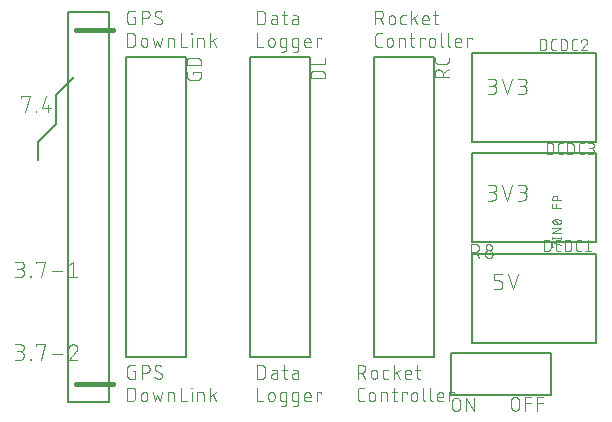
<source format=gbr>
G04 EAGLE Gerber RS-274X export*
G75*
%MOMM*%
%FSLAX34Y34*%
%LPD*%
%INSilkscreen Top*%
%IPPOS*%
%AMOC8*
5,1,8,0,0,1.08239X$1,22.5*%
G01*
%ADD10C,0.076200*%
%ADD11C,0.101600*%
%ADD12C,0.152400*%
%ADD13C,0.406400*%
%ADD14C,0.127000*%


D10*
X461199Y141020D02*
X460381Y141020D01*
X460381Y145112D01*
X467747Y143066D01*
X467747Y148918D02*
X460381Y148918D01*
X467747Y148099D02*
X467747Y149736D01*
X460381Y149736D02*
X460381Y148099D01*
X460381Y152968D02*
X467747Y152968D01*
X467747Y157060D02*
X460381Y152968D01*
X460381Y157060D02*
X467747Y157060D01*
X464064Y160527D02*
X463911Y160529D01*
X463758Y160535D01*
X463606Y160544D01*
X463453Y160558D01*
X463301Y160575D01*
X463150Y160596D01*
X462999Y160621D01*
X462849Y160650D01*
X462699Y160682D01*
X462551Y160719D01*
X462403Y160759D01*
X462256Y160802D01*
X462111Y160850D01*
X461967Y160901D01*
X461824Y160955D01*
X461682Y161014D01*
X461543Y161075D01*
X461404Y161141D01*
X461334Y161167D01*
X461264Y161197D01*
X461197Y161230D01*
X461131Y161266D01*
X461067Y161305D01*
X461005Y161348D01*
X460946Y161394D01*
X460888Y161442D01*
X460834Y161493D01*
X460781Y161547D01*
X460732Y161604D01*
X460685Y161663D01*
X460642Y161724D01*
X460601Y161787D01*
X460564Y161852D01*
X460529Y161919D01*
X460499Y161988D01*
X460471Y162058D01*
X460448Y162129D01*
X460427Y162201D01*
X460411Y162274D01*
X460398Y162348D01*
X460388Y162423D01*
X460383Y162498D01*
X460381Y162573D01*
X460383Y162648D01*
X460388Y162723D01*
X460398Y162798D01*
X460411Y162872D01*
X460427Y162945D01*
X460448Y163017D01*
X460471Y163088D01*
X460499Y163158D01*
X460529Y163227D01*
X460564Y163294D01*
X460601Y163359D01*
X460642Y163422D01*
X460685Y163483D01*
X460732Y163542D01*
X460781Y163599D01*
X460834Y163653D01*
X460888Y163704D01*
X460946Y163753D01*
X461005Y163798D01*
X461067Y163841D01*
X461131Y163880D01*
X461197Y163917D01*
X461265Y163949D01*
X461334Y163979D01*
X461404Y164005D01*
X461542Y164070D01*
X461682Y164132D01*
X461824Y164190D01*
X461967Y164245D01*
X462111Y164296D01*
X462256Y164344D01*
X462403Y164387D01*
X462550Y164427D01*
X462699Y164464D01*
X462849Y164496D01*
X462999Y164525D01*
X463150Y164550D01*
X463301Y164571D01*
X463453Y164588D01*
X463606Y164602D01*
X463758Y164611D01*
X463911Y164617D01*
X464064Y164619D01*
X464064Y160527D02*
X464217Y160529D01*
X464370Y160535D01*
X464522Y160544D01*
X464675Y160558D01*
X464827Y160575D01*
X464978Y160596D01*
X465129Y160621D01*
X465279Y160650D01*
X465429Y160682D01*
X465577Y160719D01*
X465725Y160759D01*
X465872Y160802D01*
X466017Y160850D01*
X466161Y160901D01*
X466304Y160955D01*
X466446Y161014D01*
X466585Y161075D01*
X466724Y161141D01*
X466795Y161167D01*
X466864Y161197D01*
X466931Y161230D01*
X466997Y161266D01*
X467061Y161305D01*
X467123Y161348D01*
X467182Y161394D01*
X467240Y161442D01*
X467294Y161493D01*
X467347Y161547D01*
X467396Y161604D01*
X467443Y161663D01*
X467486Y161724D01*
X467527Y161787D01*
X467564Y161852D01*
X467599Y161919D01*
X467629Y161988D01*
X467657Y162058D01*
X467680Y162129D01*
X467701Y162201D01*
X467717Y162274D01*
X467730Y162348D01*
X467740Y162423D01*
X467745Y162498D01*
X467747Y162573D01*
X466724Y164005D02*
X466586Y164070D01*
X466446Y164132D01*
X466304Y164190D01*
X466161Y164245D01*
X466017Y164296D01*
X465872Y164344D01*
X465725Y164387D01*
X465578Y164427D01*
X465429Y164464D01*
X465279Y164496D01*
X465129Y164525D01*
X464978Y164550D01*
X464827Y164571D01*
X464675Y164588D01*
X464522Y164602D01*
X464370Y164611D01*
X464217Y164617D01*
X464064Y164619D01*
X466724Y164005D02*
X466794Y163979D01*
X466864Y163949D01*
X466931Y163916D01*
X466997Y163880D01*
X467061Y163841D01*
X467123Y163798D01*
X467182Y163752D01*
X467240Y163704D01*
X467294Y163653D01*
X467347Y163599D01*
X467396Y163542D01*
X467443Y163483D01*
X467486Y163422D01*
X467527Y163359D01*
X467564Y163294D01*
X467599Y163227D01*
X467629Y163158D01*
X467657Y163088D01*
X467680Y163017D01*
X467701Y162945D01*
X467717Y162872D01*
X467730Y162798D01*
X467740Y162723D01*
X467745Y162648D01*
X467747Y162573D01*
X466110Y160936D02*
X462018Y164210D01*
X460381Y174085D02*
X467747Y174085D01*
X460381Y174085D02*
X460381Y177359D01*
X463655Y177359D02*
X463655Y174085D01*
X460381Y180527D02*
X467747Y180527D01*
X460381Y180527D02*
X460381Y182573D01*
X460383Y182662D01*
X460389Y182751D01*
X460399Y182840D01*
X460412Y182928D01*
X460429Y183016D01*
X460451Y183103D01*
X460476Y183188D01*
X460504Y183273D01*
X460537Y183356D01*
X460573Y183438D01*
X460612Y183518D01*
X460655Y183596D01*
X460701Y183672D01*
X460751Y183747D01*
X460804Y183819D01*
X460860Y183888D01*
X460919Y183955D01*
X460980Y184020D01*
X461045Y184081D01*
X461112Y184140D01*
X461181Y184196D01*
X461253Y184249D01*
X461328Y184299D01*
X461404Y184345D01*
X461482Y184388D01*
X461562Y184427D01*
X461644Y184463D01*
X461727Y184496D01*
X461812Y184524D01*
X461897Y184549D01*
X461984Y184571D01*
X462072Y184588D01*
X462160Y184601D01*
X462249Y184611D01*
X462338Y184617D01*
X462427Y184619D01*
X462516Y184617D01*
X462605Y184611D01*
X462694Y184601D01*
X462782Y184588D01*
X462870Y184571D01*
X462957Y184549D01*
X463042Y184524D01*
X463127Y184496D01*
X463210Y184463D01*
X463292Y184427D01*
X463372Y184388D01*
X463450Y184345D01*
X463526Y184299D01*
X463601Y184249D01*
X463673Y184196D01*
X463742Y184140D01*
X463809Y184081D01*
X463874Y184020D01*
X463935Y183955D01*
X463994Y183888D01*
X464050Y183819D01*
X464103Y183747D01*
X464153Y183672D01*
X464199Y183596D01*
X464242Y183518D01*
X464281Y183438D01*
X464317Y183356D01*
X464350Y183273D01*
X464378Y183188D01*
X464403Y183103D01*
X464425Y183016D01*
X464442Y182928D01*
X464455Y182840D01*
X464465Y182751D01*
X464471Y182662D01*
X464473Y182573D01*
X464473Y180527D01*
D11*
X375508Y10446D02*
X375508Y5254D01*
X375508Y10446D02*
X375510Y10559D01*
X375516Y10672D01*
X375526Y10785D01*
X375540Y10898D01*
X375557Y11010D01*
X375579Y11121D01*
X375604Y11231D01*
X375634Y11341D01*
X375667Y11449D01*
X375704Y11556D01*
X375744Y11662D01*
X375789Y11766D01*
X375837Y11869D01*
X375888Y11970D01*
X375943Y12069D01*
X376001Y12166D01*
X376063Y12261D01*
X376128Y12354D01*
X376196Y12444D01*
X376267Y12532D01*
X376342Y12618D01*
X376419Y12701D01*
X376499Y12781D01*
X376582Y12858D01*
X376668Y12933D01*
X376756Y13004D01*
X376846Y13072D01*
X376939Y13137D01*
X377034Y13199D01*
X377131Y13257D01*
X377230Y13312D01*
X377331Y13363D01*
X377434Y13411D01*
X377538Y13456D01*
X377644Y13496D01*
X377751Y13533D01*
X377859Y13566D01*
X377969Y13596D01*
X378079Y13621D01*
X378190Y13643D01*
X378302Y13660D01*
X378415Y13674D01*
X378528Y13684D01*
X378641Y13690D01*
X378754Y13692D01*
X378867Y13690D01*
X378980Y13684D01*
X379093Y13674D01*
X379206Y13660D01*
X379318Y13643D01*
X379429Y13621D01*
X379539Y13596D01*
X379649Y13566D01*
X379757Y13533D01*
X379864Y13496D01*
X379970Y13456D01*
X380074Y13411D01*
X380177Y13363D01*
X380278Y13312D01*
X380377Y13257D01*
X380474Y13199D01*
X380569Y13137D01*
X380662Y13072D01*
X380752Y13004D01*
X380840Y12933D01*
X380926Y12858D01*
X381009Y12781D01*
X381089Y12701D01*
X381166Y12618D01*
X381241Y12532D01*
X381312Y12444D01*
X381380Y12354D01*
X381445Y12261D01*
X381507Y12166D01*
X381565Y12069D01*
X381620Y11970D01*
X381671Y11869D01*
X381719Y11766D01*
X381764Y11662D01*
X381804Y11556D01*
X381841Y11449D01*
X381874Y11341D01*
X381904Y11231D01*
X381929Y11121D01*
X381951Y11010D01*
X381968Y10898D01*
X381982Y10785D01*
X381992Y10672D01*
X381998Y10559D01*
X382000Y10446D01*
X381999Y10446D02*
X381999Y5254D01*
X382000Y5254D02*
X381998Y5141D01*
X381992Y5028D01*
X381982Y4915D01*
X381968Y4802D01*
X381951Y4690D01*
X381929Y4579D01*
X381904Y4469D01*
X381874Y4359D01*
X381841Y4251D01*
X381804Y4144D01*
X381764Y4038D01*
X381719Y3934D01*
X381671Y3831D01*
X381620Y3730D01*
X381565Y3631D01*
X381507Y3534D01*
X381445Y3439D01*
X381380Y3346D01*
X381312Y3256D01*
X381241Y3168D01*
X381166Y3082D01*
X381089Y2999D01*
X381009Y2919D01*
X380926Y2842D01*
X380840Y2767D01*
X380752Y2696D01*
X380662Y2628D01*
X380569Y2563D01*
X380474Y2501D01*
X380377Y2443D01*
X380278Y2388D01*
X380177Y2337D01*
X380074Y2289D01*
X379970Y2244D01*
X379864Y2204D01*
X379757Y2167D01*
X379649Y2134D01*
X379539Y2104D01*
X379429Y2079D01*
X379318Y2057D01*
X379206Y2040D01*
X379093Y2026D01*
X378980Y2016D01*
X378867Y2010D01*
X378754Y2008D01*
X378641Y2010D01*
X378528Y2016D01*
X378415Y2026D01*
X378302Y2040D01*
X378190Y2057D01*
X378079Y2079D01*
X377969Y2104D01*
X377859Y2134D01*
X377751Y2167D01*
X377644Y2204D01*
X377538Y2244D01*
X377434Y2289D01*
X377331Y2337D01*
X377230Y2388D01*
X377131Y2443D01*
X377034Y2501D01*
X376939Y2563D01*
X376846Y2628D01*
X376756Y2696D01*
X376668Y2767D01*
X376582Y2842D01*
X376499Y2919D01*
X376419Y2999D01*
X376342Y3082D01*
X376267Y3168D01*
X376196Y3256D01*
X376128Y3346D01*
X376063Y3439D01*
X376001Y3534D01*
X375943Y3631D01*
X375888Y3730D01*
X375837Y3831D01*
X375789Y3934D01*
X375744Y4038D01*
X375704Y4144D01*
X375667Y4251D01*
X375634Y4359D01*
X375604Y4469D01*
X375579Y4579D01*
X375557Y4690D01*
X375540Y4802D01*
X375526Y4915D01*
X375516Y5028D01*
X375510Y5141D01*
X375508Y5254D01*
X387319Y2008D02*
X387319Y13692D01*
X393810Y2008D01*
X393810Y13692D01*
X425508Y10946D02*
X425508Y5754D01*
X425508Y10946D02*
X425510Y11059D01*
X425516Y11172D01*
X425526Y11285D01*
X425540Y11398D01*
X425557Y11510D01*
X425579Y11621D01*
X425604Y11731D01*
X425634Y11841D01*
X425667Y11949D01*
X425704Y12056D01*
X425744Y12162D01*
X425789Y12266D01*
X425837Y12369D01*
X425888Y12470D01*
X425943Y12569D01*
X426001Y12666D01*
X426063Y12761D01*
X426128Y12854D01*
X426196Y12944D01*
X426267Y13032D01*
X426342Y13118D01*
X426419Y13201D01*
X426499Y13281D01*
X426582Y13358D01*
X426668Y13433D01*
X426756Y13504D01*
X426846Y13572D01*
X426939Y13637D01*
X427034Y13699D01*
X427131Y13757D01*
X427230Y13812D01*
X427331Y13863D01*
X427434Y13911D01*
X427538Y13956D01*
X427644Y13996D01*
X427751Y14033D01*
X427859Y14066D01*
X427969Y14096D01*
X428079Y14121D01*
X428190Y14143D01*
X428302Y14160D01*
X428415Y14174D01*
X428528Y14184D01*
X428641Y14190D01*
X428754Y14192D01*
X428867Y14190D01*
X428980Y14184D01*
X429093Y14174D01*
X429206Y14160D01*
X429318Y14143D01*
X429429Y14121D01*
X429539Y14096D01*
X429649Y14066D01*
X429757Y14033D01*
X429864Y13996D01*
X429970Y13956D01*
X430074Y13911D01*
X430177Y13863D01*
X430278Y13812D01*
X430377Y13757D01*
X430474Y13699D01*
X430569Y13637D01*
X430662Y13572D01*
X430752Y13504D01*
X430840Y13433D01*
X430926Y13358D01*
X431009Y13281D01*
X431089Y13201D01*
X431166Y13118D01*
X431241Y13032D01*
X431312Y12944D01*
X431380Y12854D01*
X431445Y12761D01*
X431507Y12666D01*
X431565Y12569D01*
X431620Y12470D01*
X431671Y12369D01*
X431719Y12266D01*
X431764Y12162D01*
X431804Y12056D01*
X431841Y11949D01*
X431874Y11841D01*
X431904Y11731D01*
X431929Y11621D01*
X431951Y11510D01*
X431968Y11398D01*
X431982Y11285D01*
X431992Y11172D01*
X431998Y11059D01*
X432000Y10946D01*
X431999Y10946D02*
X431999Y5754D01*
X432000Y5754D02*
X431998Y5641D01*
X431992Y5528D01*
X431982Y5415D01*
X431968Y5302D01*
X431951Y5190D01*
X431929Y5079D01*
X431904Y4969D01*
X431874Y4859D01*
X431841Y4751D01*
X431804Y4644D01*
X431764Y4538D01*
X431719Y4434D01*
X431671Y4331D01*
X431620Y4230D01*
X431565Y4131D01*
X431507Y4034D01*
X431445Y3939D01*
X431380Y3846D01*
X431312Y3756D01*
X431241Y3668D01*
X431166Y3582D01*
X431089Y3499D01*
X431009Y3419D01*
X430926Y3342D01*
X430840Y3267D01*
X430752Y3196D01*
X430662Y3128D01*
X430569Y3063D01*
X430474Y3001D01*
X430377Y2943D01*
X430278Y2888D01*
X430177Y2837D01*
X430074Y2789D01*
X429970Y2744D01*
X429864Y2704D01*
X429757Y2667D01*
X429649Y2634D01*
X429539Y2604D01*
X429429Y2579D01*
X429318Y2557D01*
X429206Y2540D01*
X429093Y2526D01*
X428980Y2516D01*
X428867Y2510D01*
X428754Y2508D01*
X428641Y2510D01*
X428528Y2516D01*
X428415Y2526D01*
X428302Y2540D01*
X428190Y2557D01*
X428079Y2579D01*
X427969Y2604D01*
X427859Y2634D01*
X427751Y2667D01*
X427644Y2704D01*
X427538Y2744D01*
X427434Y2789D01*
X427331Y2837D01*
X427230Y2888D01*
X427131Y2943D01*
X427034Y3001D01*
X426939Y3063D01*
X426846Y3128D01*
X426756Y3196D01*
X426668Y3267D01*
X426582Y3342D01*
X426499Y3419D01*
X426419Y3499D01*
X426342Y3582D01*
X426267Y3668D01*
X426196Y3756D01*
X426128Y3846D01*
X426063Y3939D01*
X426001Y4034D01*
X425943Y4131D01*
X425888Y4230D01*
X425837Y4331D01*
X425789Y4434D01*
X425744Y4538D01*
X425704Y4644D01*
X425667Y4751D01*
X425634Y4859D01*
X425604Y4969D01*
X425579Y5079D01*
X425557Y5190D01*
X425540Y5302D01*
X425526Y5415D01*
X425516Y5528D01*
X425510Y5641D01*
X425508Y5754D01*
X437342Y2508D02*
X437342Y14192D01*
X442534Y14192D01*
X442534Y8999D02*
X437342Y8999D01*
X447248Y14192D02*
X447248Y2508D01*
X447248Y14192D02*
X452440Y14192D01*
X452440Y8999D02*
X447248Y8999D01*
X210508Y29558D02*
X210508Y41242D01*
X213754Y41242D01*
X213867Y41240D01*
X213980Y41234D01*
X214093Y41224D01*
X214206Y41210D01*
X214318Y41193D01*
X214429Y41171D01*
X214539Y41146D01*
X214649Y41116D01*
X214757Y41083D01*
X214864Y41046D01*
X214970Y41006D01*
X215074Y40961D01*
X215177Y40913D01*
X215278Y40862D01*
X215377Y40807D01*
X215474Y40749D01*
X215569Y40687D01*
X215662Y40622D01*
X215752Y40554D01*
X215840Y40483D01*
X215926Y40408D01*
X216009Y40331D01*
X216089Y40251D01*
X216166Y40168D01*
X216241Y40082D01*
X216312Y39994D01*
X216380Y39904D01*
X216445Y39811D01*
X216507Y39716D01*
X216565Y39619D01*
X216620Y39520D01*
X216671Y39419D01*
X216719Y39316D01*
X216764Y39212D01*
X216804Y39106D01*
X216841Y38999D01*
X216874Y38891D01*
X216904Y38781D01*
X216929Y38671D01*
X216951Y38560D01*
X216968Y38448D01*
X216982Y38335D01*
X216992Y38222D01*
X216998Y38109D01*
X217000Y37996D01*
X216999Y37996D02*
X216999Y32804D01*
X217000Y32804D02*
X216998Y32691D01*
X216992Y32578D01*
X216982Y32465D01*
X216968Y32352D01*
X216951Y32240D01*
X216929Y32129D01*
X216904Y32019D01*
X216874Y31909D01*
X216841Y31801D01*
X216804Y31694D01*
X216764Y31588D01*
X216719Y31484D01*
X216671Y31381D01*
X216620Y31280D01*
X216565Y31181D01*
X216507Y31084D01*
X216445Y30989D01*
X216380Y30896D01*
X216312Y30806D01*
X216241Y30718D01*
X216166Y30632D01*
X216089Y30549D01*
X216009Y30469D01*
X215926Y30392D01*
X215840Y30317D01*
X215752Y30246D01*
X215662Y30178D01*
X215569Y30113D01*
X215474Y30051D01*
X215377Y29993D01*
X215278Y29938D01*
X215177Y29887D01*
X215074Y29839D01*
X214970Y29794D01*
X214864Y29754D01*
X214757Y29717D01*
X214649Y29684D01*
X214539Y29654D01*
X214429Y29629D01*
X214318Y29607D01*
X214206Y29590D01*
X214093Y29576D01*
X213980Y29566D01*
X213867Y29560D01*
X213754Y29558D01*
X210508Y29558D01*
X224419Y34102D02*
X227340Y34102D01*
X224419Y34102D02*
X224325Y34100D01*
X224231Y34094D01*
X224138Y34085D01*
X224045Y34071D01*
X223953Y34054D01*
X223861Y34032D01*
X223771Y34008D01*
X223681Y33979D01*
X223593Y33947D01*
X223506Y33911D01*
X223421Y33871D01*
X223338Y33828D01*
X223256Y33782D01*
X223176Y33732D01*
X223099Y33679D01*
X223024Y33623D01*
X222951Y33564D01*
X222880Y33502D01*
X222812Y33437D01*
X222747Y33369D01*
X222685Y33298D01*
X222626Y33225D01*
X222570Y33150D01*
X222517Y33073D01*
X222467Y32993D01*
X222421Y32911D01*
X222378Y32828D01*
X222338Y32743D01*
X222302Y32656D01*
X222270Y32568D01*
X222241Y32478D01*
X222217Y32388D01*
X222195Y32296D01*
X222178Y32204D01*
X222164Y32111D01*
X222155Y32018D01*
X222149Y31924D01*
X222147Y31830D01*
X222149Y31736D01*
X222155Y31642D01*
X222164Y31549D01*
X222178Y31456D01*
X222195Y31364D01*
X222217Y31272D01*
X222241Y31182D01*
X222270Y31092D01*
X222302Y31004D01*
X222338Y30917D01*
X222378Y30832D01*
X222421Y30749D01*
X222467Y30667D01*
X222517Y30587D01*
X222570Y30510D01*
X222626Y30435D01*
X222685Y30362D01*
X222747Y30291D01*
X222812Y30223D01*
X222880Y30158D01*
X222951Y30096D01*
X223024Y30037D01*
X223099Y29981D01*
X223176Y29928D01*
X223256Y29878D01*
X223338Y29832D01*
X223421Y29789D01*
X223506Y29749D01*
X223593Y29713D01*
X223681Y29681D01*
X223771Y29652D01*
X223861Y29628D01*
X223953Y29606D01*
X224045Y29589D01*
X224138Y29575D01*
X224231Y29566D01*
X224325Y29560D01*
X224419Y29558D01*
X227340Y29558D01*
X227340Y35400D01*
X227338Y35487D01*
X227332Y35575D01*
X227322Y35661D01*
X227309Y35748D01*
X227291Y35833D01*
X227270Y35918D01*
X227245Y36002D01*
X227216Y36084D01*
X227183Y36165D01*
X227147Y36245D01*
X227108Y36323D01*
X227064Y36399D01*
X227018Y36473D01*
X226968Y36544D01*
X226915Y36614D01*
X226859Y36681D01*
X226800Y36745D01*
X226738Y36807D01*
X226674Y36866D01*
X226607Y36922D01*
X226537Y36975D01*
X226466Y37025D01*
X226392Y37071D01*
X226316Y37115D01*
X226238Y37154D01*
X226158Y37190D01*
X226077Y37223D01*
X225995Y37252D01*
X225911Y37277D01*
X225826Y37298D01*
X225741Y37316D01*
X225654Y37329D01*
X225568Y37339D01*
X225480Y37345D01*
X225393Y37347D01*
X222796Y37347D01*
X231526Y37347D02*
X235420Y37347D01*
X232824Y41242D02*
X232824Y31505D01*
X232826Y31418D01*
X232832Y31330D01*
X232842Y31244D01*
X232855Y31157D01*
X232873Y31072D01*
X232894Y30987D01*
X232919Y30903D01*
X232948Y30821D01*
X232981Y30740D01*
X233017Y30660D01*
X233056Y30582D01*
X233100Y30506D01*
X233146Y30432D01*
X233196Y30361D01*
X233249Y30291D01*
X233305Y30224D01*
X233364Y30160D01*
X233426Y30098D01*
X233490Y30039D01*
X233557Y29983D01*
X233627Y29930D01*
X233698Y29880D01*
X233772Y29834D01*
X233848Y29790D01*
X233926Y29751D01*
X234006Y29715D01*
X234087Y29682D01*
X234169Y29653D01*
X234253Y29628D01*
X234338Y29607D01*
X234423Y29589D01*
X234510Y29576D01*
X234596Y29566D01*
X234684Y29560D01*
X234771Y29558D01*
X235420Y29558D01*
X241945Y34102D02*
X244866Y34102D01*
X241945Y34102D02*
X241851Y34100D01*
X241757Y34094D01*
X241664Y34085D01*
X241571Y34071D01*
X241479Y34054D01*
X241387Y34032D01*
X241297Y34008D01*
X241207Y33979D01*
X241119Y33947D01*
X241032Y33911D01*
X240947Y33871D01*
X240864Y33828D01*
X240782Y33782D01*
X240702Y33732D01*
X240625Y33679D01*
X240550Y33623D01*
X240477Y33564D01*
X240406Y33502D01*
X240338Y33437D01*
X240273Y33369D01*
X240211Y33298D01*
X240152Y33225D01*
X240096Y33150D01*
X240043Y33073D01*
X239993Y32993D01*
X239947Y32911D01*
X239904Y32828D01*
X239864Y32743D01*
X239828Y32656D01*
X239796Y32568D01*
X239767Y32478D01*
X239743Y32388D01*
X239721Y32296D01*
X239704Y32204D01*
X239690Y32111D01*
X239681Y32018D01*
X239675Y31924D01*
X239673Y31830D01*
X239675Y31736D01*
X239681Y31642D01*
X239690Y31549D01*
X239704Y31456D01*
X239721Y31364D01*
X239743Y31272D01*
X239767Y31182D01*
X239796Y31092D01*
X239828Y31004D01*
X239864Y30917D01*
X239904Y30832D01*
X239947Y30749D01*
X239993Y30667D01*
X240043Y30587D01*
X240096Y30510D01*
X240152Y30435D01*
X240211Y30362D01*
X240273Y30291D01*
X240338Y30223D01*
X240406Y30158D01*
X240477Y30096D01*
X240550Y30037D01*
X240625Y29981D01*
X240702Y29928D01*
X240782Y29878D01*
X240864Y29832D01*
X240947Y29789D01*
X241032Y29749D01*
X241119Y29713D01*
X241207Y29681D01*
X241297Y29652D01*
X241387Y29628D01*
X241479Y29606D01*
X241571Y29589D01*
X241664Y29575D01*
X241757Y29566D01*
X241851Y29560D01*
X241945Y29558D01*
X244866Y29558D01*
X244866Y35400D01*
X244864Y35487D01*
X244858Y35575D01*
X244848Y35661D01*
X244835Y35748D01*
X244817Y35833D01*
X244796Y35918D01*
X244771Y36002D01*
X244742Y36084D01*
X244709Y36165D01*
X244673Y36245D01*
X244634Y36323D01*
X244590Y36399D01*
X244544Y36473D01*
X244494Y36544D01*
X244441Y36614D01*
X244385Y36681D01*
X244326Y36745D01*
X244264Y36807D01*
X244200Y36866D01*
X244133Y36922D01*
X244063Y36975D01*
X243992Y37025D01*
X243918Y37071D01*
X243842Y37115D01*
X243764Y37154D01*
X243684Y37190D01*
X243603Y37223D01*
X243521Y37252D01*
X243437Y37277D01*
X243352Y37298D01*
X243267Y37316D01*
X243180Y37329D01*
X243094Y37339D01*
X243006Y37345D01*
X242919Y37347D01*
X240322Y37347D01*
X210508Y22192D02*
X210508Y10508D01*
X215701Y10508D01*
X219898Y13104D02*
X219898Y15701D01*
X219900Y15802D01*
X219906Y15902D01*
X219916Y16002D01*
X219929Y16102D01*
X219947Y16201D01*
X219968Y16300D01*
X219993Y16397D01*
X220022Y16494D01*
X220055Y16589D01*
X220091Y16683D01*
X220131Y16775D01*
X220174Y16866D01*
X220221Y16955D01*
X220271Y17042D01*
X220325Y17128D01*
X220382Y17211D01*
X220442Y17291D01*
X220505Y17370D01*
X220572Y17446D01*
X220641Y17519D01*
X220713Y17589D01*
X220787Y17657D01*
X220864Y17722D01*
X220944Y17783D01*
X221026Y17842D01*
X221110Y17897D01*
X221196Y17949D01*
X221284Y17998D01*
X221374Y18043D01*
X221466Y18085D01*
X221559Y18123D01*
X221654Y18157D01*
X221749Y18188D01*
X221846Y18215D01*
X221944Y18238D01*
X222043Y18258D01*
X222143Y18273D01*
X222243Y18285D01*
X222343Y18293D01*
X222444Y18297D01*
X222544Y18297D01*
X222645Y18293D01*
X222745Y18285D01*
X222845Y18273D01*
X222945Y18258D01*
X223044Y18238D01*
X223142Y18215D01*
X223239Y18188D01*
X223334Y18157D01*
X223429Y18123D01*
X223522Y18085D01*
X223614Y18043D01*
X223704Y17998D01*
X223792Y17949D01*
X223878Y17897D01*
X223962Y17842D01*
X224044Y17783D01*
X224124Y17722D01*
X224201Y17657D01*
X224275Y17589D01*
X224347Y17519D01*
X224416Y17446D01*
X224483Y17370D01*
X224546Y17291D01*
X224606Y17211D01*
X224663Y17128D01*
X224717Y17042D01*
X224767Y16955D01*
X224814Y16866D01*
X224857Y16775D01*
X224897Y16683D01*
X224933Y16589D01*
X224966Y16494D01*
X224995Y16397D01*
X225020Y16300D01*
X225041Y16201D01*
X225059Y16102D01*
X225072Y16002D01*
X225082Y15902D01*
X225088Y15802D01*
X225090Y15701D01*
X225090Y13104D01*
X225088Y13003D01*
X225082Y12903D01*
X225072Y12803D01*
X225059Y12703D01*
X225041Y12604D01*
X225020Y12505D01*
X224995Y12408D01*
X224966Y12311D01*
X224933Y12216D01*
X224897Y12122D01*
X224857Y12030D01*
X224814Y11939D01*
X224767Y11850D01*
X224717Y11763D01*
X224663Y11677D01*
X224606Y11594D01*
X224546Y11514D01*
X224483Y11435D01*
X224416Y11359D01*
X224347Y11286D01*
X224275Y11216D01*
X224201Y11148D01*
X224124Y11083D01*
X224044Y11022D01*
X223962Y10963D01*
X223878Y10908D01*
X223792Y10856D01*
X223704Y10807D01*
X223614Y10762D01*
X223522Y10720D01*
X223429Y10682D01*
X223334Y10648D01*
X223239Y10617D01*
X223142Y10590D01*
X223044Y10567D01*
X222945Y10547D01*
X222845Y10532D01*
X222745Y10520D01*
X222645Y10512D01*
X222544Y10508D01*
X222444Y10508D01*
X222343Y10512D01*
X222243Y10520D01*
X222143Y10532D01*
X222043Y10547D01*
X221944Y10567D01*
X221846Y10590D01*
X221749Y10617D01*
X221654Y10648D01*
X221559Y10682D01*
X221466Y10720D01*
X221374Y10762D01*
X221284Y10807D01*
X221196Y10856D01*
X221110Y10908D01*
X221026Y10963D01*
X220944Y11022D01*
X220864Y11083D01*
X220787Y11148D01*
X220713Y11216D01*
X220641Y11286D01*
X220572Y11359D01*
X220505Y11435D01*
X220442Y11514D01*
X220382Y11594D01*
X220325Y11677D01*
X220271Y11763D01*
X220221Y11850D01*
X220174Y11939D01*
X220131Y12030D01*
X220091Y12122D01*
X220055Y12216D01*
X220022Y12311D01*
X219993Y12408D01*
X219968Y12505D01*
X219947Y12604D01*
X219929Y12703D01*
X219916Y12803D01*
X219906Y12903D01*
X219900Y13003D01*
X219898Y13104D01*
X231692Y10508D02*
X234938Y10508D01*
X231692Y10508D02*
X231605Y10510D01*
X231517Y10516D01*
X231431Y10526D01*
X231344Y10539D01*
X231259Y10557D01*
X231174Y10578D01*
X231090Y10603D01*
X231008Y10632D01*
X230927Y10665D01*
X230847Y10701D01*
X230769Y10740D01*
X230693Y10784D01*
X230619Y10830D01*
X230548Y10880D01*
X230478Y10933D01*
X230411Y10989D01*
X230347Y11048D01*
X230285Y11110D01*
X230226Y11174D01*
X230170Y11241D01*
X230117Y11311D01*
X230067Y11382D01*
X230021Y11456D01*
X229977Y11532D01*
X229938Y11610D01*
X229902Y11690D01*
X229869Y11771D01*
X229840Y11853D01*
X229815Y11937D01*
X229794Y12022D01*
X229776Y12107D01*
X229763Y12194D01*
X229753Y12280D01*
X229747Y12368D01*
X229745Y12455D01*
X229745Y16350D01*
X229747Y16437D01*
X229753Y16525D01*
X229763Y16611D01*
X229776Y16698D01*
X229794Y16783D01*
X229815Y16868D01*
X229840Y16952D01*
X229869Y17034D01*
X229902Y17115D01*
X229938Y17195D01*
X229977Y17273D01*
X230021Y17349D01*
X230067Y17423D01*
X230117Y17494D01*
X230170Y17564D01*
X230226Y17631D01*
X230285Y17695D01*
X230347Y17757D01*
X230411Y17816D01*
X230478Y17872D01*
X230548Y17925D01*
X230619Y17975D01*
X230693Y18021D01*
X230769Y18065D01*
X230847Y18104D01*
X230927Y18140D01*
X231008Y18173D01*
X231090Y18202D01*
X231174Y18227D01*
X231259Y18248D01*
X231344Y18266D01*
X231431Y18279D01*
X231517Y18289D01*
X231605Y18295D01*
X231692Y18297D01*
X234938Y18297D01*
X234938Y8561D01*
X234937Y8561D02*
X234935Y8474D01*
X234929Y8386D01*
X234919Y8300D01*
X234906Y8213D01*
X234888Y8128D01*
X234867Y8043D01*
X234842Y7959D01*
X234813Y7877D01*
X234780Y7796D01*
X234744Y7716D01*
X234705Y7638D01*
X234661Y7562D01*
X234615Y7488D01*
X234565Y7417D01*
X234512Y7347D01*
X234456Y7280D01*
X234397Y7216D01*
X234336Y7154D01*
X234271Y7095D01*
X234204Y7039D01*
X234134Y6986D01*
X234063Y6936D01*
X233989Y6890D01*
X233913Y6846D01*
X233835Y6807D01*
X233755Y6771D01*
X233674Y6738D01*
X233592Y6709D01*
X233508Y6684D01*
X233423Y6663D01*
X233338Y6645D01*
X233251Y6632D01*
X233165Y6622D01*
X233077Y6616D01*
X232990Y6614D01*
X232990Y6613D02*
X230394Y6613D01*
X241979Y10508D02*
X245224Y10508D01*
X241979Y10508D02*
X241892Y10510D01*
X241804Y10516D01*
X241718Y10526D01*
X241631Y10539D01*
X241546Y10557D01*
X241461Y10578D01*
X241377Y10603D01*
X241295Y10632D01*
X241214Y10665D01*
X241134Y10701D01*
X241056Y10740D01*
X240980Y10784D01*
X240906Y10830D01*
X240835Y10880D01*
X240765Y10933D01*
X240698Y10989D01*
X240634Y11048D01*
X240572Y11110D01*
X240513Y11174D01*
X240457Y11241D01*
X240404Y11311D01*
X240354Y11382D01*
X240308Y11456D01*
X240264Y11532D01*
X240225Y11610D01*
X240189Y11690D01*
X240156Y11771D01*
X240127Y11853D01*
X240102Y11937D01*
X240081Y12022D01*
X240063Y12107D01*
X240050Y12194D01*
X240040Y12280D01*
X240034Y12368D01*
X240032Y12455D01*
X240032Y16350D01*
X240034Y16437D01*
X240040Y16525D01*
X240050Y16611D01*
X240063Y16698D01*
X240081Y16783D01*
X240102Y16868D01*
X240127Y16952D01*
X240156Y17034D01*
X240189Y17115D01*
X240225Y17195D01*
X240264Y17273D01*
X240308Y17349D01*
X240354Y17423D01*
X240404Y17494D01*
X240457Y17564D01*
X240513Y17631D01*
X240572Y17695D01*
X240634Y17757D01*
X240698Y17816D01*
X240765Y17872D01*
X240835Y17925D01*
X240906Y17975D01*
X240980Y18021D01*
X241056Y18065D01*
X241134Y18104D01*
X241214Y18140D01*
X241295Y18173D01*
X241377Y18202D01*
X241461Y18227D01*
X241546Y18248D01*
X241631Y18266D01*
X241718Y18279D01*
X241804Y18289D01*
X241892Y18295D01*
X241979Y18297D01*
X245224Y18297D01*
X245224Y8561D01*
X245222Y8474D01*
X245216Y8386D01*
X245206Y8300D01*
X245193Y8213D01*
X245175Y8128D01*
X245154Y8043D01*
X245129Y7959D01*
X245100Y7877D01*
X245067Y7796D01*
X245031Y7716D01*
X244992Y7638D01*
X244948Y7562D01*
X244902Y7488D01*
X244852Y7417D01*
X244799Y7347D01*
X244743Y7280D01*
X244684Y7216D01*
X244623Y7154D01*
X244558Y7095D01*
X244491Y7039D01*
X244421Y6986D01*
X244350Y6936D01*
X244276Y6890D01*
X244200Y6846D01*
X244122Y6807D01*
X244042Y6771D01*
X243961Y6738D01*
X243879Y6709D01*
X243795Y6684D01*
X243710Y6663D01*
X243625Y6645D01*
X243538Y6632D01*
X243452Y6622D01*
X243364Y6616D01*
X243277Y6614D01*
X243277Y6613D02*
X240681Y6613D01*
X252325Y10508D02*
X255570Y10508D01*
X252325Y10508D02*
X252238Y10510D01*
X252150Y10516D01*
X252064Y10526D01*
X251977Y10539D01*
X251892Y10557D01*
X251807Y10578D01*
X251723Y10603D01*
X251641Y10632D01*
X251560Y10665D01*
X251480Y10701D01*
X251402Y10740D01*
X251326Y10784D01*
X251252Y10830D01*
X251181Y10880D01*
X251111Y10933D01*
X251044Y10989D01*
X250980Y11048D01*
X250918Y11110D01*
X250859Y11174D01*
X250803Y11241D01*
X250750Y11311D01*
X250700Y11382D01*
X250654Y11456D01*
X250610Y11532D01*
X250571Y11610D01*
X250535Y11690D01*
X250502Y11771D01*
X250473Y11853D01*
X250448Y11937D01*
X250427Y12022D01*
X250409Y12107D01*
X250396Y12194D01*
X250386Y12280D01*
X250380Y12368D01*
X250378Y12455D01*
X250377Y12455D02*
X250377Y15701D01*
X250378Y15701D02*
X250380Y15802D01*
X250386Y15902D01*
X250396Y16002D01*
X250409Y16102D01*
X250427Y16201D01*
X250448Y16300D01*
X250473Y16397D01*
X250502Y16494D01*
X250535Y16589D01*
X250571Y16683D01*
X250611Y16775D01*
X250654Y16866D01*
X250701Y16955D01*
X250751Y17042D01*
X250805Y17128D01*
X250862Y17211D01*
X250922Y17291D01*
X250985Y17370D01*
X251052Y17446D01*
X251121Y17519D01*
X251193Y17589D01*
X251267Y17657D01*
X251344Y17722D01*
X251424Y17783D01*
X251506Y17842D01*
X251590Y17897D01*
X251676Y17949D01*
X251764Y17998D01*
X251854Y18043D01*
X251946Y18085D01*
X252039Y18123D01*
X252134Y18157D01*
X252229Y18188D01*
X252326Y18215D01*
X252424Y18238D01*
X252523Y18258D01*
X252623Y18273D01*
X252723Y18285D01*
X252823Y18293D01*
X252924Y18297D01*
X253024Y18297D01*
X253125Y18293D01*
X253225Y18285D01*
X253325Y18273D01*
X253425Y18258D01*
X253524Y18238D01*
X253622Y18215D01*
X253719Y18188D01*
X253814Y18157D01*
X253909Y18123D01*
X254002Y18085D01*
X254094Y18043D01*
X254184Y17998D01*
X254272Y17949D01*
X254358Y17897D01*
X254442Y17842D01*
X254524Y17783D01*
X254604Y17722D01*
X254681Y17657D01*
X254755Y17589D01*
X254827Y17519D01*
X254896Y17446D01*
X254963Y17370D01*
X255026Y17291D01*
X255086Y17211D01*
X255143Y17128D01*
X255197Y17042D01*
X255247Y16955D01*
X255294Y16866D01*
X255337Y16775D01*
X255377Y16683D01*
X255413Y16589D01*
X255446Y16494D01*
X255475Y16397D01*
X255500Y16300D01*
X255521Y16201D01*
X255539Y16102D01*
X255552Y16002D01*
X255562Y15902D01*
X255568Y15802D01*
X255570Y15701D01*
X255570Y14403D01*
X250377Y14403D01*
X260731Y10508D02*
X260731Y18297D01*
X264626Y18297D01*
X264626Y16999D01*
X295508Y29558D02*
X295508Y41242D01*
X298754Y41242D01*
X298867Y41240D01*
X298980Y41234D01*
X299093Y41224D01*
X299206Y41210D01*
X299318Y41193D01*
X299429Y41171D01*
X299539Y41146D01*
X299649Y41116D01*
X299757Y41083D01*
X299864Y41046D01*
X299970Y41006D01*
X300074Y40961D01*
X300177Y40913D01*
X300278Y40862D01*
X300377Y40807D01*
X300474Y40749D01*
X300569Y40687D01*
X300662Y40622D01*
X300752Y40554D01*
X300840Y40483D01*
X300926Y40408D01*
X301009Y40331D01*
X301089Y40251D01*
X301166Y40168D01*
X301241Y40082D01*
X301312Y39994D01*
X301380Y39904D01*
X301445Y39811D01*
X301507Y39716D01*
X301565Y39619D01*
X301620Y39520D01*
X301671Y39419D01*
X301719Y39316D01*
X301764Y39212D01*
X301804Y39106D01*
X301841Y38999D01*
X301874Y38891D01*
X301904Y38781D01*
X301929Y38671D01*
X301951Y38560D01*
X301968Y38448D01*
X301982Y38335D01*
X301992Y38222D01*
X301998Y38109D01*
X302000Y37996D01*
X301998Y37883D01*
X301992Y37770D01*
X301982Y37657D01*
X301968Y37544D01*
X301951Y37432D01*
X301929Y37321D01*
X301904Y37211D01*
X301874Y37101D01*
X301841Y36993D01*
X301804Y36886D01*
X301764Y36780D01*
X301719Y36676D01*
X301671Y36573D01*
X301620Y36472D01*
X301565Y36373D01*
X301507Y36276D01*
X301445Y36181D01*
X301380Y36088D01*
X301312Y35998D01*
X301241Y35910D01*
X301166Y35824D01*
X301089Y35741D01*
X301009Y35661D01*
X300926Y35584D01*
X300840Y35509D01*
X300752Y35438D01*
X300662Y35370D01*
X300569Y35305D01*
X300474Y35243D01*
X300377Y35185D01*
X300278Y35130D01*
X300177Y35079D01*
X300074Y35031D01*
X299970Y34986D01*
X299864Y34946D01*
X299757Y34909D01*
X299649Y34876D01*
X299539Y34846D01*
X299429Y34821D01*
X299318Y34799D01*
X299206Y34782D01*
X299093Y34768D01*
X298980Y34758D01*
X298867Y34752D01*
X298754Y34750D01*
X298754Y34751D02*
X295508Y34751D01*
X299403Y34751D02*
X301999Y29558D01*
X306751Y32154D02*
X306751Y34751D01*
X306752Y34751D02*
X306754Y34852D01*
X306760Y34952D01*
X306770Y35052D01*
X306783Y35152D01*
X306801Y35251D01*
X306822Y35350D01*
X306847Y35447D01*
X306876Y35544D01*
X306909Y35639D01*
X306945Y35733D01*
X306985Y35825D01*
X307028Y35916D01*
X307075Y36005D01*
X307125Y36092D01*
X307179Y36178D01*
X307236Y36261D01*
X307296Y36341D01*
X307359Y36420D01*
X307426Y36496D01*
X307495Y36569D01*
X307567Y36639D01*
X307641Y36707D01*
X307718Y36772D01*
X307798Y36833D01*
X307880Y36892D01*
X307964Y36947D01*
X308050Y36999D01*
X308138Y37048D01*
X308228Y37093D01*
X308320Y37135D01*
X308413Y37173D01*
X308508Y37207D01*
X308603Y37238D01*
X308700Y37265D01*
X308798Y37288D01*
X308897Y37308D01*
X308997Y37323D01*
X309097Y37335D01*
X309197Y37343D01*
X309298Y37347D01*
X309398Y37347D01*
X309499Y37343D01*
X309599Y37335D01*
X309699Y37323D01*
X309799Y37308D01*
X309898Y37288D01*
X309996Y37265D01*
X310093Y37238D01*
X310188Y37207D01*
X310283Y37173D01*
X310376Y37135D01*
X310468Y37093D01*
X310558Y37048D01*
X310646Y36999D01*
X310732Y36947D01*
X310816Y36892D01*
X310898Y36833D01*
X310978Y36772D01*
X311055Y36707D01*
X311129Y36639D01*
X311201Y36569D01*
X311270Y36496D01*
X311337Y36420D01*
X311400Y36341D01*
X311460Y36261D01*
X311517Y36178D01*
X311571Y36092D01*
X311621Y36005D01*
X311668Y35916D01*
X311711Y35825D01*
X311751Y35733D01*
X311787Y35639D01*
X311820Y35544D01*
X311849Y35447D01*
X311874Y35350D01*
X311895Y35251D01*
X311913Y35152D01*
X311926Y35052D01*
X311936Y34952D01*
X311942Y34852D01*
X311944Y34751D01*
X311944Y32154D01*
X311942Y32053D01*
X311936Y31953D01*
X311926Y31853D01*
X311913Y31753D01*
X311895Y31654D01*
X311874Y31555D01*
X311849Y31458D01*
X311820Y31361D01*
X311787Y31266D01*
X311751Y31172D01*
X311711Y31080D01*
X311668Y30989D01*
X311621Y30900D01*
X311571Y30813D01*
X311517Y30727D01*
X311460Y30644D01*
X311400Y30564D01*
X311337Y30485D01*
X311270Y30409D01*
X311201Y30336D01*
X311129Y30266D01*
X311055Y30198D01*
X310978Y30133D01*
X310898Y30072D01*
X310816Y30013D01*
X310732Y29958D01*
X310646Y29906D01*
X310558Y29857D01*
X310468Y29812D01*
X310376Y29770D01*
X310283Y29732D01*
X310188Y29698D01*
X310093Y29667D01*
X309996Y29640D01*
X309898Y29617D01*
X309799Y29597D01*
X309699Y29582D01*
X309599Y29570D01*
X309499Y29562D01*
X309398Y29558D01*
X309298Y29558D01*
X309197Y29562D01*
X309097Y29570D01*
X308997Y29582D01*
X308897Y29597D01*
X308798Y29617D01*
X308700Y29640D01*
X308603Y29667D01*
X308508Y29698D01*
X308413Y29732D01*
X308320Y29770D01*
X308228Y29812D01*
X308138Y29857D01*
X308050Y29906D01*
X307964Y29958D01*
X307880Y30013D01*
X307798Y30072D01*
X307718Y30133D01*
X307641Y30198D01*
X307567Y30266D01*
X307495Y30336D01*
X307426Y30409D01*
X307359Y30485D01*
X307296Y30564D01*
X307236Y30644D01*
X307179Y30727D01*
X307125Y30813D01*
X307075Y30900D01*
X307028Y30989D01*
X306985Y31080D01*
X306945Y31172D01*
X306909Y31266D01*
X306876Y31361D01*
X306847Y31458D01*
X306822Y31555D01*
X306801Y31654D01*
X306783Y31753D01*
X306770Y31853D01*
X306760Y31953D01*
X306754Y32053D01*
X306752Y32154D01*
X318618Y29558D02*
X321215Y29558D01*
X318618Y29558D02*
X318531Y29560D01*
X318443Y29566D01*
X318357Y29576D01*
X318270Y29589D01*
X318185Y29607D01*
X318100Y29628D01*
X318016Y29653D01*
X317934Y29682D01*
X317853Y29715D01*
X317773Y29751D01*
X317695Y29790D01*
X317619Y29834D01*
X317545Y29880D01*
X317474Y29930D01*
X317404Y29983D01*
X317337Y30039D01*
X317273Y30098D01*
X317211Y30160D01*
X317152Y30224D01*
X317096Y30291D01*
X317043Y30361D01*
X316993Y30432D01*
X316947Y30506D01*
X316903Y30582D01*
X316864Y30660D01*
X316828Y30740D01*
X316795Y30821D01*
X316766Y30903D01*
X316741Y30987D01*
X316720Y31072D01*
X316702Y31157D01*
X316689Y31244D01*
X316679Y31330D01*
X316673Y31418D01*
X316671Y31505D01*
X316671Y35400D01*
X316673Y35487D01*
X316679Y35575D01*
X316689Y35661D01*
X316702Y35748D01*
X316720Y35833D01*
X316741Y35918D01*
X316766Y36002D01*
X316795Y36084D01*
X316828Y36165D01*
X316864Y36245D01*
X316903Y36323D01*
X316947Y36399D01*
X316993Y36473D01*
X317043Y36544D01*
X317096Y36614D01*
X317152Y36681D01*
X317211Y36745D01*
X317273Y36807D01*
X317337Y36866D01*
X317404Y36922D01*
X317474Y36975D01*
X317545Y37025D01*
X317619Y37071D01*
X317695Y37115D01*
X317773Y37154D01*
X317853Y37190D01*
X317934Y37223D01*
X318016Y37252D01*
X318100Y37277D01*
X318185Y37298D01*
X318270Y37316D01*
X318357Y37329D01*
X318443Y37339D01*
X318531Y37345D01*
X318618Y37347D01*
X321215Y37347D01*
X325937Y41242D02*
X325937Y29558D01*
X325937Y33453D02*
X331130Y37347D01*
X328209Y35075D02*
X331130Y29558D01*
X337274Y29558D02*
X340519Y29558D01*
X337274Y29558D02*
X337187Y29560D01*
X337099Y29566D01*
X337013Y29576D01*
X336926Y29589D01*
X336841Y29607D01*
X336756Y29628D01*
X336672Y29653D01*
X336590Y29682D01*
X336509Y29715D01*
X336429Y29751D01*
X336351Y29790D01*
X336275Y29834D01*
X336201Y29880D01*
X336130Y29930D01*
X336060Y29983D01*
X335993Y30039D01*
X335929Y30098D01*
X335867Y30160D01*
X335808Y30224D01*
X335752Y30291D01*
X335699Y30361D01*
X335649Y30432D01*
X335603Y30506D01*
X335559Y30582D01*
X335520Y30660D01*
X335484Y30740D01*
X335451Y30821D01*
X335422Y30903D01*
X335397Y30987D01*
X335376Y31072D01*
X335358Y31157D01*
X335345Y31244D01*
X335335Y31330D01*
X335329Y31418D01*
X335327Y31505D01*
X335326Y31505D02*
X335326Y34751D01*
X335327Y34751D02*
X335329Y34852D01*
X335335Y34952D01*
X335345Y35052D01*
X335358Y35152D01*
X335376Y35251D01*
X335397Y35350D01*
X335422Y35447D01*
X335451Y35544D01*
X335484Y35639D01*
X335520Y35733D01*
X335560Y35825D01*
X335603Y35916D01*
X335650Y36005D01*
X335700Y36092D01*
X335754Y36178D01*
X335811Y36261D01*
X335871Y36341D01*
X335934Y36420D01*
X336001Y36496D01*
X336070Y36569D01*
X336142Y36639D01*
X336216Y36707D01*
X336293Y36772D01*
X336373Y36833D01*
X336455Y36892D01*
X336539Y36947D01*
X336625Y36999D01*
X336713Y37048D01*
X336803Y37093D01*
X336895Y37135D01*
X336988Y37173D01*
X337083Y37207D01*
X337178Y37238D01*
X337275Y37265D01*
X337373Y37288D01*
X337472Y37308D01*
X337572Y37323D01*
X337672Y37335D01*
X337772Y37343D01*
X337873Y37347D01*
X337973Y37347D01*
X338074Y37343D01*
X338174Y37335D01*
X338274Y37323D01*
X338374Y37308D01*
X338473Y37288D01*
X338571Y37265D01*
X338668Y37238D01*
X338763Y37207D01*
X338858Y37173D01*
X338951Y37135D01*
X339043Y37093D01*
X339133Y37048D01*
X339221Y36999D01*
X339307Y36947D01*
X339391Y36892D01*
X339473Y36833D01*
X339553Y36772D01*
X339630Y36707D01*
X339704Y36639D01*
X339776Y36569D01*
X339845Y36496D01*
X339912Y36420D01*
X339975Y36341D01*
X340035Y36261D01*
X340092Y36178D01*
X340146Y36092D01*
X340196Y36005D01*
X340243Y35916D01*
X340286Y35825D01*
X340326Y35733D01*
X340362Y35639D01*
X340395Y35544D01*
X340424Y35447D01*
X340449Y35350D01*
X340470Y35251D01*
X340488Y35152D01*
X340501Y35052D01*
X340511Y34952D01*
X340517Y34852D01*
X340519Y34751D01*
X340519Y33453D01*
X335326Y33453D01*
X344265Y37347D02*
X348160Y37347D01*
X345563Y41242D02*
X345563Y31505D01*
X345564Y31505D02*
X345566Y31418D01*
X345572Y31330D01*
X345582Y31244D01*
X345595Y31157D01*
X345613Y31072D01*
X345634Y30987D01*
X345659Y30903D01*
X345688Y30821D01*
X345721Y30740D01*
X345757Y30660D01*
X345796Y30582D01*
X345840Y30506D01*
X345886Y30432D01*
X345936Y30361D01*
X345989Y30291D01*
X346045Y30224D01*
X346104Y30160D01*
X346166Y30098D01*
X346230Y30039D01*
X346297Y29983D01*
X346367Y29930D01*
X346438Y29880D01*
X346512Y29834D01*
X346588Y29790D01*
X346666Y29751D01*
X346746Y29715D01*
X346827Y29682D01*
X346909Y29653D01*
X346993Y29628D01*
X347078Y29607D01*
X347163Y29589D01*
X347250Y29576D01*
X347336Y29566D01*
X347424Y29560D01*
X347511Y29558D01*
X348160Y29558D01*
X300701Y10508D02*
X298104Y10508D01*
X298005Y10510D01*
X297905Y10516D01*
X297806Y10525D01*
X297708Y10538D01*
X297610Y10555D01*
X297512Y10576D01*
X297416Y10601D01*
X297321Y10629D01*
X297227Y10661D01*
X297134Y10696D01*
X297042Y10735D01*
X296952Y10778D01*
X296864Y10823D01*
X296777Y10873D01*
X296693Y10925D01*
X296610Y10981D01*
X296530Y11039D01*
X296452Y11101D01*
X296377Y11166D01*
X296304Y11234D01*
X296234Y11304D01*
X296166Y11377D01*
X296101Y11452D01*
X296039Y11530D01*
X295981Y11610D01*
X295925Y11693D01*
X295873Y11777D01*
X295823Y11864D01*
X295778Y11952D01*
X295735Y12042D01*
X295696Y12134D01*
X295661Y12227D01*
X295629Y12321D01*
X295601Y12416D01*
X295576Y12512D01*
X295555Y12610D01*
X295538Y12708D01*
X295525Y12806D01*
X295516Y12905D01*
X295510Y13005D01*
X295508Y13104D01*
X295508Y19596D01*
X295510Y19695D01*
X295516Y19795D01*
X295525Y19894D01*
X295538Y19992D01*
X295555Y20090D01*
X295576Y20188D01*
X295601Y20284D01*
X295629Y20379D01*
X295661Y20473D01*
X295696Y20566D01*
X295735Y20658D01*
X295778Y20748D01*
X295823Y20836D01*
X295873Y20923D01*
X295925Y21007D01*
X295981Y21090D01*
X296039Y21170D01*
X296101Y21248D01*
X296166Y21323D01*
X296234Y21396D01*
X296304Y21466D01*
X296377Y21534D01*
X296452Y21599D01*
X296530Y21661D01*
X296610Y21719D01*
X296693Y21775D01*
X296777Y21827D01*
X296864Y21877D01*
X296952Y21922D01*
X297042Y21965D01*
X297134Y22004D01*
X297226Y22039D01*
X297321Y22071D01*
X297416Y22099D01*
X297512Y22124D01*
X297610Y22145D01*
X297708Y22162D01*
X297806Y22175D01*
X297905Y22184D01*
X298005Y22190D01*
X298104Y22192D01*
X300701Y22192D01*
X304953Y15701D02*
X304953Y13104D01*
X304954Y15701D02*
X304956Y15802D01*
X304962Y15902D01*
X304972Y16002D01*
X304985Y16102D01*
X305003Y16201D01*
X305024Y16300D01*
X305049Y16397D01*
X305078Y16494D01*
X305111Y16589D01*
X305147Y16683D01*
X305187Y16775D01*
X305230Y16866D01*
X305277Y16955D01*
X305327Y17042D01*
X305381Y17128D01*
X305438Y17211D01*
X305498Y17291D01*
X305561Y17370D01*
X305628Y17446D01*
X305697Y17519D01*
X305769Y17589D01*
X305843Y17657D01*
X305920Y17722D01*
X306000Y17783D01*
X306082Y17842D01*
X306166Y17897D01*
X306252Y17949D01*
X306340Y17998D01*
X306430Y18043D01*
X306522Y18085D01*
X306615Y18123D01*
X306710Y18157D01*
X306805Y18188D01*
X306902Y18215D01*
X307000Y18238D01*
X307099Y18258D01*
X307199Y18273D01*
X307299Y18285D01*
X307399Y18293D01*
X307500Y18297D01*
X307600Y18297D01*
X307701Y18293D01*
X307801Y18285D01*
X307901Y18273D01*
X308001Y18258D01*
X308100Y18238D01*
X308198Y18215D01*
X308295Y18188D01*
X308390Y18157D01*
X308485Y18123D01*
X308578Y18085D01*
X308670Y18043D01*
X308760Y17998D01*
X308848Y17949D01*
X308934Y17897D01*
X309018Y17842D01*
X309100Y17783D01*
X309180Y17722D01*
X309257Y17657D01*
X309331Y17589D01*
X309403Y17519D01*
X309472Y17446D01*
X309539Y17370D01*
X309602Y17291D01*
X309662Y17211D01*
X309719Y17128D01*
X309773Y17042D01*
X309823Y16955D01*
X309870Y16866D01*
X309913Y16775D01*
X309953Y16683D01*
X309989Y16589D01*
X310022Y16494D01*
X310051Y16397D01*
X310076Y16300D01*
X310097Y16201D01*
X310115Y16102D01*
X310128Y16002D01*
X310138Y15902D01*
X310144Y15802D01*
X310146Y15701D01*
X310146Y13104D01*
X310144Y13003D01*
X310138Y12903D01*
X310128Y12803D01*
X310115Y12703D01*
X310097Y12604D01*
X310076Y12505D01*
X310051Y12408D01*
X310022Y12311D01*
X309989Y12216D01*
X309953Y12122D01*
X309913Y12030D01*
X309870Y11939D01*
X309823Y11850D01*
X309773Y11763D01*
X309719Y11677D01*
X309662Y11594D01*
X309602Y11514D01*
X309539Y11435D01*
X309472Y11359D01*
X309403Y11286D01*
X309331Y11216D01*
X309257Y11148D01*
X309180Y11083D01*
X309100Y11022D01*
X309018Y10963D01*
X308934Y10908D01*
X308848Y10856D01*
X308760Y10807D01*
X308670Y10762D01*
X308578Y10720D01*
X308485Y10682D01*
X308390Y10648D01*
X308295Y10617D01*
X308198Y10590D01*
X308100Y10567D01*
X308001Y10547D01*
X307901Y10532D01*
X307801Y10520D01*
X307701Y10512D01*
X307600Y10508D01*
X307500Y10508D01*
X307399Y10512D01*
X307299Y10520D01*
X307199Y10532D01*
X307099Y10547D01*
X307000Y10567D01*
X306902Y10590D01*
X306805Y10617D01*
X306710Y10648D01*
X306615Y10682D01*
X306522Y10720D01*
X306430Y10762D01*
X306340Y10807D01*
X306252Y10856D01*
X306166Y10908D01*
X306082Y10963D01*
X306000Y11022D01*
X305920Y11083D01*
X305843Y11148D01*
X305769Y11216D01*
X305697Y11286D01*
X305628Y11359D01*
X305561Y11435D01*
X305498Y11514D01*
X305438Y11594D01*
X305381Y11677D01*
X305327Y11763D01*
X305277Y11850D01*
X305230Y11939D01*
X305187Y12030D01*
X305147Y12122D01*
X305111Y12216D01*
X305078Y12311D01*
X305049Y12408D01*
X305024Y12505D01*
X305003Y12604D01*
X304985Y12703D01*
X304972Y12803D01*
X304962Y12903D01*
X304956Y13003D01*
X304954Y13104D01*
X315240Y10508D02*
X315240Y18297D01*
X318486Y18297D01*
X318573Y18295D01*
X318661Y18289D01*
X318747Y18279D01*
X318834Y18266D01*
X318919Y18248D01*
X319004Y18227D01*
X319088Y18202D01*
X319170Y18173D01*
X319251Y18140D01*
X319331Y18104D01*
X319409Y18065D01*
X319485Y18021D01*
X319559Y17975D01*
X319630Y17925D01*
X319700Y17872D01*
X319767Y17816D01*
X319831Y17757D01*
X319893Y17696D01*
X319952Y17631D01*
X320008Y17564D01*
X320061Y17494D01*
X320111Y17423D01*
X320157Y17349D01*
X320201Y17273D01*
X320240Y17195D01*
X320276Y17115D01*
X320309Y17034D01*
X320338Y16952D01*
X320363Y16868D01*
X320384Y16783D01*
X320402Y16698D01*
X320415Y16611D01*
X320425Y16525D01*
X320431Y16437D01*
X320433Y16350D01*
X320433Y10508D01*
X324560Y18297D02*
X328455Y18297D01*
X325858Y22192D02*
X325858Y12455D01*
X325859Y12455D02*
X325861Y12368D01*
X325867Y12280D01*
X325877Y12194D01*
X325890Y12107D01*
X325908Y12022D01*
X325929Y11937D01*
X325954Y11853D01*
X325983Y11771D01*
X326016Y11690D01*
X326052Y11610D01*
X326091Y11532D01*
X326135Y11456D01*
X326181Y11382D01*
X326231Y11311D01*
X326284Y11241D01*
X326340Y11174D01*
X326399Y11110D01*
X326461Y11048D01*
X326525Y10989D01*
X326592Y10933D01*
X326662Y10880D01*
X326733Y10830D01*
X326807Y10784D01*
X326883Y10740D01*
X326961Y10701D01*
X327041Y10665D01*
X327122Y10632D01*
X327204Y10603D01*
X327288Y10578D01*
X327373Y10557D01*
X327458Y10539D01*
X327545Y10526D01*
X327631Y10516D01*
X327719Y10510D01*
X327806Y10508D01*
X328455Y10508D01*
X333214Y10508D02*
X333214Y18297D01*
X337108Y18297D01*
X337108Y16999D01*
X340767Y15701D02*
X340767Y13104D01*
X340768Y15701D02*
X340770Y15802D01*
X340776Y15902D01*
X340786Y16002D01*
X340799Y16102D01*
X340817Y16201D01*
X340838Y16300D01*
X340863Y16397D01*
X340892Y16494D01*
X340925Y16589D01*
X340961Y16683D01*
X341001Y16775D01*
X341044Y16866D01*
X341091Y16955D01*
X341141Y17042D01*
X341195Y17128D01*
X341252Y17211D01*
X341312Y17291D01*
X341375Y17370D01*
X341442Y17446D01*
X341511Y17519D01*
X341583Y17589D01*
X341657Y17657D01*
X341734Y17722D01*
X341814Y17783D01*
X341896Y17842D01*
X341980Y17897D01*
X342066Y17949D01*
X342154Y17998D01*
X342244Y18043D01*
X342336Y18085D01*
X342429Y18123D01*
X342524Y18157D01*
X342619Y18188D01*
X342716Y18215D01*
X342814Y18238D01*
X342913Y18258D01*
X343013Y18273D01*
X343113Y18285D01*
X343213Y18293D01*
X343314Y18297D01*
X343414Y18297D01*
X343515Y18293D01*
X343615Y18285D01*
X343715Y18273D01*
X343815Y18258D01*
X343914Y18238D01*
X344012Y18215D01*
X344109Y18188D01*
X344204Y18157D01*
X344299Y18123D01*
X344392Y18085D01*
X344484Y18043D01*
X344574Y17998D01*
X344662Y17949D01*
X344748Y17897D01*
X344832Y17842D01*
X344914Y17783D01*
X344994Y17722D01*
X345071Y17657D01*
X345145Y17589D01*
X345217Y17519D01*
X345286Y17446D01*
X345353Y17370D01*
X345416Y17291D01*
X345476Y17211D01*
X345533Y17128D01*
X345587Y17042D01*
X345637Y16955D01*
X345684Y16866D01*
X345727Y16775D01*
X345767Y16683D01*
X345803Y16589D01*
X345836Y16494D01*
X345865Y16397D01*
X345890Y16300D01*
X345911Y16201D01*
X345929Y16102D01*
X345942Y16002D01*
X345952Y15902D01*
X345958Y15802D01*
X345960Y15701D01*
X345960Y13104D01*
X345958Y13003D01*
X345952Y12903D01*
X345942Y12803D01*
X345929Y12703D01*
X345911Y12604D01*
X345890Y12505D01*
X345865Y12408D01*
X345836Y12311D01*
X345803Y12216D01*
X345767Y12122D01*
X345727Y12030D01*
X345684Y11939D01*
X345637Y11850D01*
X345587Y11763D01*
X345533Y11677D01*
X345476Y11594D01*
X345416Y11514D01*
X345353Y11435D01*
X345286Y11359D01*
X345217Y11286D01*
X345145Y11216D01*
X345071Y11148D01*
X344994Y11083D01*
X344914Y11022D01*
X344832Y10963D01*
X344748Y10908D01*
X344662Y10856D01*
X344574Y10807D01*
X344484Y10762D01*
X344392Y10720D01*
X344299Y10682D01*
X344204Y10648D01*
X344109Y10617D01*
X344012Y10590D01*
X343914Y10567D01*
X343815Y10547D01*
X343715Y10532D01*
X343615Y10520D01*
X343515Y10512D01*
X343414Y10508D01*
X343314Y10508D01*
X343213Y10512D01*
X343113Y10520D01*
X343013Y10532D01*
X342913Y10547D01*
X342814Y10567D01*
X342716Y10590D01*
X342619Y10617D01*
X342524Y10648D01*
X342429Y10682D01*
X342336Y10720D01*
X342244Y10762D01*
X342154Y10807D01*
X342066Y10856D01*
X341980Y10908D01*
X341896Y10963D01*
X341814Y11022D01*
X341734Y11083D01*
X341657Y11148D01*
X341583Y11216D01*
X341511Y11286D01*
X341442Y11359D01*
X341375Y11435D01*
X341312Y11514D01*
X341252Y11594D01*
X341195Y11677D01*
X341141Y11763D01*
X341091Y11850D01*
X341044Y11939D01*
X341001Y12030D01*
X340961Y12122D01*
X340925Y12216D01*
X340892Y12311D01*
X340863Y12408D01*
X340838Y12505D01*
X340817Y12604D01*
X340799Y12703D01*
X340786Y12803D01*
X340776Y12903D01*
X340770Y13003D01*
X340768Y13104D01*
X350823Y12455D02*
X350823Y22192D01*
X350823Y12455D02*
X350825Y12368D01*
X350831Y12280D01*
X350841Y12194D01*
X350854Y12107D01*
X350872Y12022D01*
X350893Y11937D01*
X350918Y11853D01*
X350947Y11771D01*
X350980Y11690D01*
X351016Y11610D01*
X351055Y11532D01*
X351099Y11456D01*
X351145Y11382D01*
X351195Y11311D01*
X351248Y11241D01*
X351304Y11174D01*
X351363Y11110D01*
X351425Y11048D01*
X351489Y10989D01*
X351556Y10933D01*
X351626Y10880D01*
X351697Y10830D01*
X351771Y10784D01*
X351847Y10740D01*
X351925Y10701D01*
X352005Y10665D01*
X352086Y10632D01*
X352168Y10603D01*
X352252Y10578D01*
X352337Y10557D01*
X352422Y10539D01*
X352509Y10526D01*
X352595Y10516D01*
X352683Y10510D01*
X352770Y10508D01*
X356919Y12455D02*
X356919Y22192D01*
X356919Y12455D02*
X356921Y12368D01*
X356927Y12280D01*
X356937Y12194D01*
X356950Y12107D01*
X356968Y12022D01*
X356989Y11937D01*
X357014Y11853D01*
X357043Y11771D01*
X357076Y11690D01*
X357112Y11610D01*
X357151Y11532D01*
X357195Y11456D01*
X357241Y11382D01*
X357291Y11311D01*
X357344Y11241D01*
X357400Y11174D01*
X357459Y11110D01*
X357521Y11048D01*
X357585Y10989D01*
X357652Y10933D01*
X357722Y10880D01*
X357793Y10830D01*
X357867Y10784D01*
X357943Y10740D01*
X358021Y10701D01*
X358101Y10665D01*
X358182Y10632D01*
X358264Y10603D01*
X358348Y10578D01*
X358433Y10557D01*
X358518Y10539D01*
X358605Y10526D01*
X358691Y10516D01*
X358779Y10510D01*
X358866Y10508D01*
X364813Y10508D02*
X368058Y10508D01*
X364813Y10508D02*
X364726Y10510D01*
X364638Y10516D01*
X364552Y10526D01*
X364465Y10539D01*
X364380Y10557D01*
X364295Y10578D01*
X364211Y10603D01*
X364129Y10632D01*
X364048Y10665D01*
X363968Y10701D01*
X363890Y10740D01*
X363814Y10784D01*
X363740Y10830D01*
X363669Y10880D01*
X363599Y10933D01*
X363532Y10989D01*
X363468Y11048D01*
X363406Y11110D01*
X363347Y11174D01*
X363291Y11241D01*
X363238Y11311D01*
X363188Y11382D01*
X363142Y11456D01*
X363098Y11532D01*
X363059Y11610D01*
X363023Y11690D01*
X362990Y11771D01*
X362961Y11853D01*
X362936Y11937D01*
X362915Y12022D01*
X362897Y12107D01*
X362884Y12194D01*
X362874Y12280D01*
X362868Y12368D01*
X362866Y12455D01*
X362865Y12455D02*
X362865Y15701D01*
X362866Y15701D02*
X362868Y15802D01*
X362874Y15902D01*
X362884Y16002D01*
X362897Y16102D01*
X362915Y16201D01*
X362936Y16300D01*
X362961Y16397D01*
X362990Y16494D01*
X363023Y16589D01*
X363059Y16683D01*
X363099Y16775D01*
X363142Y16866D01*
X363189Y16955D01*
X363239Y17042D01*
X363293Y17128D01*
X363350Y17211D01*
X363410Y17291D01*
X363473Y17370D01*
X363540Y17446D01*
X363609Y17519D01*
X363681Y17589D01*
X363755Y17657D01*
X363832Y17722D01*
X363912Y17783D01*
X363994Y17842D01*
X364078Y17897D01*
X364164Y17949D01*
X364252Y17998D01*
X364342Y18043D01*
X364434Y18085D01*
X364527Y18123D01*
X364622Y18157D01*
X364717Y18188D01*
X364814Y18215D01*
X364912Y18238D01*
X365011Y18258D01*
X365111Y18273D01*
X365211Y18285D01*
X365311Y18293D01*
X365412Y18297D01*
X365512Y18297D01*
X365613Y18293D01*
X365713Y18285D01*
X365813Y18273D01*
X365913Y18258D01*
X366012Y18238D01*
X366110Y18215D01*
X366207Y18188D01*
X366302Y18157D01*
X366397Y18123D01*
X366490Y18085D01*
X366582Y18043D01*
X366672Y17998D01*
X366760Y17949D01*
X366846Y17897D01*
X366930Y17842D01*
X367012Y17783D01*
X367092Y17722D01*
X367169Y17657D01*
X367243Y17589D01*
X367315Y17519D01*
X367384Y17446D01*
X367451Y17370D01*
X367514Y17291D01*
X367574Y17211D01*
X367631Y17128D01*
X367685Y17042D01*
X367735Y16955D01*
X367782Y16866D01*
X367825Y16775D01*
X367865Y16683D01*
X367901Y16589D01*
X367934Y16494D01*
X367963Y16397D01*
X367988Y16300D01*
X368009Y16201D01*
X368027Y16102D01*
X368040Y16002D01*
X368050Y15902D01*
X368056Y15802D01*
X368058Y15701D01*
X368058Y14403D01*
X362865Y14403D01*
X373219Y10508D02*
X373219Y18297D01*
X377113Y18297D01*
X377113Y16999D01*
X106999Y36049D02*
X105052Y36049D01*
X106999Y36049D02*
X106999Y29558D01*
X103104Y29558D01*
X103005Y29560D01*
X102905Y29566D01*
X102806Y29575D01*
X102708Y29588D01*
X102610Y29605D01*
X102512Y29626D01*
X102416Y29651D01*
X102321Y29679D01*
X102227Y29711D01*
X102134Y29746D01*
X102042Y29785D01*
X101952Y29828D01*
X101864Y29873D01*
X101777Y29923D01*
X101693Y29975D01*
X101610Y30031D01*
X101530Y30089D01*
X101452Y30151D01*
X101377Y30216D01*
X101304Y30284D01*
X101234Y30354D01*
X101166Y30427D01*
X101101Y30502D01*
X101039Y30580D01*
X100981Y30660D01*
X100925Y30743D01*
X100873Y30827D01*
X100823Y30914D01*
X100778Y31002D01*
X100735Y31092D01*
X100696Y31184D01*
X100661Y31277D01*
X100629Y31371D01*
X100601Y31466D01*
X100576Y31562D01*
X100555Y31660D01*
X100538Y31758D01*
X100525Y31856D01*
X100516Y31955D01*
X100510Y32055D01*
X100508Y32154D01*
X100508Y38646D01*
X100510Y38745D01*
X100516Y38845D01*
X100525Y38944D01*
X100538Y39042D01*
X100555Y39140D01*
X100576Y39238D01*
X100601Y39334D01*
X100629Y39429D01*
X100661Y39523D01*
X100696Y39616D01*
X100735Y39708D01*
X100778Y39798D01*
X100823Y39886D01*
X100873Y39973D01*
X100925Y40057D01*
X100981Y40140D01*
X101039Y40220D01*
X101101Y40298D01*
X101166Y40373D01*
X101234Y40446D01*
X101304Y40516D01*
X101377Y40584D01*
X101452Y40649D01*
X101530Y40711D01*
X101610Y40769D01*
X101693Y40825D01*
X101777Y40877D01*
X101864Y40927D01*
X101952Y40972D01*
X102042Y41015D01*
X102134Y41054D01*
X102226Y41089D01*
X102321Y41121D01*
X102416Y41149D01*
X102512Y41174D01*
X102610Y41195D01*
X102708Y41212D01*
X102806Y41225D01*
X102905Y41234D01*
X103005Y41240D01*
X103104Y41242D01*
X106999Y41242D01*
X112869Y41242D02*
X112869Y29558D01*
X112869Y41242D02*
X116115Y41242D01*
X116228Y41240D01*
X116341Y41234D01*
X116454Y41224D01*
X116567Y41210D01*
X116679Y41193D01*
X116790Y41171D01*
X116900Y41146D01*
X117010Y41116D01*
X117118Y41083D01*
X117225Y41046D01*
X117331Y41006D01*
X117435Y40961D01*
X117538Y40913D01*
X117639Y40862D01*
X117738Y40807D01*
X117835Y40749D01*
X117930Y40687D01*
X118023Y40622D01*
X118113Y40554D01*
X118201Y40483D01*
X118287Y40408D01*
X118370Y40331D01*
X118450Y40251D01*
X118527Y40168D01*
X118602Y40082D01*
X118673Y39994D01*
X118741Y39904D01*
X118806Y39811D01*
X118868Y39716D01*
X118926Y39619D01*
X118981Y39520D01*
X119032Y39419D01*
X119080Y39316D01*
X119125Y39212D01*
X119165Y39106D01*
X119202Y38999D01*
X119235Y38891D01*
X119265Y38781D01*
X119290Y38671D01*
X119312Y38560D01*
X119329Y38448D01*
X119343Y38335D01*
X119353Y38222D01*
X119359Y38109D01*
X119361Y37996D01*
X119359Y37883D01*
X119353Y37770D01*
X119343Y37657D01*
X119329Y37544D01*
X119312Y37432D01*
X119290Y37321D01*
X119265Y37211D01*
X119235Y37101D01*
X119202Y36993D01*
X119165Y36886D01*
X119125Y36780D01*
X119080Y36676D01*
X119032Y36573D01*
X118981Y36472D01*
X118926Y36373D01*
X118868Y36276D01*
X118806Y36181D01*
X118741Y36088D01*
X118673Y35998D01*
X118602Y35910D01*
X118527Y35824D01*
X118450Y35741D01*
X118370Y35661D01*
X118287Y35584D01*
X118201Y35509D01*
X118113Y35438D01*
X118023Y35370D01*
X117930Y35305D01*
X117835Y35243D01*
X117738Y35185D01*
X117639Y35130D01*
X117538Y35079D01*
X117435Y35031D01*
X117331Y34986D01*
X117225Y34946D01*
X117118Y34909D01*
X117010Y34876D01*
X116900Y34846D01*
X116790Y34821D01*
X116679Y34799D01*
X116567Y34782D01*
X116454Y34768D01*
X116341Y34758D01*
X116228Y34752D01*
X116115Y34750D01*
X116115Y34751D02*
X112869Y34751D01*
X127263Y29558D02*
X127362Y29560D01*
X127462Y29566D01*
X127561Y29575D01*
X127659Y29588D01*
X127757Y29605D01*
X127855Y29626D01*
X127951Y29651D01*
X128046Y29679D01*
X128140Y29711D01*
X128233Y29746D01*
X128325Y29785D01*
X128415Y29828D01*
X128503Y29873D01*
X128590Y29923D01*
X128674Y29975D01*
X128757Y30031D01*
X128837Y30089D01*
X128915Y30151D01*
X128990Y30216D01*
X129063Y30284D01*
X129133Y30354D01*
X129201Y30427D01*
X129266Y30502D01*
X129328Y30580D01*
X129386Y30660D01*
X129442Y30743D01*
X129494Y30827D01*
X129544Y30914D01*
X129589Y31002D01*
X129632Y31092D01*
X129671Y31184D01*
X129706Y31277D01*
X129738Y31371D01*
X129766Y31466D01*
X129791Y31562D01*
X129812Y31660D01*
X129829Y31758D01*
X129842Y31856D01*
X129851Y31955D01*
X129857Y32055D01*
X129859Y32154D01*
X127263Y29558D02*
X127119Y29560D01*
X126974Y29566D01*
X126830Y29575D01*
X126687Y29588D01*
X126543Y29605D01*
X126400Y29626D01*
X126258Y29651D01*
X126117Y29679D01*
X125976Y29711D01*
X125836Y29747D01*
X125697Y29786D01*
X125559Y29829D01*
X125423Y29876D01*
X125287Y29926D01*
X125153Y29980D01*
X125021Y30037D01*
X124890Y30098D01*
X124761Y30162D01*
X124633Y30230D01*
X124507Y30300D01*
X124383Y30375D01*
X124262Y30452D01*
X124142Y30533D01*
X124024Y30616D01*
X123909Y30703D01*
X123796Y30793D01*
X123685Y30886D01*
X123577Y30981D01*
X123471Y31080D01*
X123368Y31181D01*
X123693Y38646D02*
X123695Y38745D01*
X123701Y38845D01*
X123710Y38944D01*
X123723Y39042D01*
X123740Y39140D01*
X123761Y39238D01*
X123786Y39334D01*
X123814Y39429D01*
X123846Y39523D01*
X123881Y39616D01*
X123920Y39708D01*
X123963Y39798D01*
X124008Y39886D01*
X124058Y39973D01*
X124110Y40057D01*
X124166Y40140D01*
X124224Y40220D01*
X124286Y40298D01*
X124351Y40373D01*
X124419Y40446D01*
X124489Y40516D01*
X124562Y40584D01*
X124637Y40649D01*
X124715Y40711D01*
X124795Y40769D01*
X124878Y40825D01*
X124962Y40877D01*
X125049Y40927D01*
X125137Y40972D01*
X125227Y41015D01*
X125319Y41054D01*
X125412Y41089D01*
X125506Y41121D01*
X125601Y41149D01*
X125698Y41174D01*
X125795Y41195D01*
X125893Y41212D01*
X125991Y41225D01*
X126090Y41234D01*
X126190Y41240D01*
X126289Y41242D01*
X126425Y41240D01*
X126561Y41234D01*
X126697Y41225D01*
X126833Y41212D01*
X126968Y41194D01*
X127102Y41174D01*
X127236Y41149D01*
X127370Y41121D01*
X127502Y41088D01*
X127633Y41053D01*
X127764Y41013D01*
X127893Y40970D01*
X128021Y40924D01*
X128147Y40873D01*
X128273Y40820D01*
X128396Y40762D01*
X128518Y40702D01*
X128638Y40638D01*
X128757Y40570D01*
X128873Y40500D01*
X128987Y40426D01*
X129100Y40349D01*
X129210Y40268D01*
X124990Y36374D02*
X124904Y36427D01*
X124820Y36484D01*
X124738Y36543D01*
X124658Y36606D01*
X124581Y36672D01*
X124506Y36740D01*
X124434Y36812D01*
X124365Y36886D01*
X124299Y36963D01*
X124236Y37042D01*
X124176Y37124D01*
X124119Y37208D01*
X124065Y37294D01*
X124015Y37382D01*
X123968Y37472D01*
X123924Y37563D01*
X123885Y37657D01*
X123848Y37751D01*
X123816Y37847D01*
X123787Y37945D01*
X123762Y38043D01*
X123741Y38142D01*
X123723Y38242D01*
X123710Y38342D01*
X123700Y38443D01*
X123694Y38545D01*
X123692Y38646D01*
X128561Y34426D02*
X128647Y34373D01*
X128731Y34316D01*
X128813Y34257D01*
X128893Y34194D01*
X128970Y34128D01*
X129045Y34060D01*
X129117Y33988D01*
X129186Y33914D01*
X129252Y33837D01*
X129315Y33758D01*
X129375Y33676D01*
X129432Y33592D01*
X129486Y33506D01*
X129536Y33418D01*
X129583Y33328D01*
X129627Y33237D01*
X129666Y33143D01*
X129703Y33049D01*
X129735Y32953D01*
X129764Y32855D01*
X129789Y32757D01*
X129810Y32658D01*
X129828Y32558D01*
X129841Y32458D01*
X129851Y32357D01*
X129857Y32255D01*
X129859Y32154D01*
X128561Y34426D02*
X124991Y36374D01*
X100508Y22192D02*
X100508Y10508D01*
X100508Y22192D02*
X103754Y22192D01*
X103867Y22190D01*
X103980Y22184D01*
X104093Y22174D01*
X104206Y22160D01*
X104318Y22143D01*
X104429Y22121D01*
X104539Y22096D01*
X104649Y22066D01*
X104757Y22033D01*
X104864Y21996D01*
X104970Y21956D01*
X105074Y21911D01*
X105177Y21863D01*
X105278Y21812D01*
X105377Y21757D01*
X105474Y21699D01*
X105569Y21637D01*
X105662Y21572D01*
X105752Y21504D01*
X105840Y21433D01*
X105926Y21358D01*
X106009Y21281D01*
X106089Y21201D01*
X106166Y21118D01*
X106241Y21032D01*
X106312Y20944D01*
X106380Y20854D01*
X106445Y20761D01*
X106507Y20666D01*
X106565Y20569D01*
X106620Y20470D01*
X106671Y20369D01*
X106719Y20266D01*
X106764Y20162D01*
X106804Y20056D01*
X106841Y19949D01*
X106874Y19841D01*
X106904Y19731D01*
X106929Y19621D01*
X106951Y19510D01*
X106968Y19398D01*
X106982Y19285D01*
X106992Y19172D01*
X106998Y19059D01*
X107000Y18946D01*
X106999Y18946D02*
X106999Y13754D01*
X107000Y13754D02*
X106998Y13641D01*
X106992Y13528D01*
X106982Y13415D01*
X106968Y13302D01*
X106951Y13190D01*
X106929Y13079D01*
X106904Y12969D01*
X106874Y12859D01*
X106841Y12751D01*
X106804Y12644D01*
X106764Y12538D01*
X106719Y12434D01*
X106671Y12331D01*
X106620Y12230D01*
X106565Y12131D01*
X106507Y12034D01*
X106445Y11939D01*
X106380Y11846D01*
X106312Y11756D01*
X106241Y11668D01*
X106166Y11582D01*
X106089Y11499D01*
X106009Y11419D01*
X105926Y11342D01*
X105840Y11267D01*
X105752Y11196D01*
X105662Y11128D01*
X105569Y11063D01*
X105474Y11001D01*
X105377Y10943D01*
X105278Y10888D01*
X105177Y10837D01*
X105074Y10789D01*
X104970Y10744D01*
X104864Y10704D01*
X104757Y10667D01*
X104649Y10634D01*
X104539Y10604D01*
X104429Y10579D01*
X104318Y10557D01*
X104206Y10540D01*
X104093Y10526D01*
X103980Y10516D01*
X103867Y10510D01*
X103754Y10508D01*
X100508Y10508D01*
X112206Y13104D02*
X112206Y15701D01*
X112207Y15701D02*
X112209Y15802D01*
X112215Y15902D01*
X112225Y16002D01*
X112238Y16102D01*
X112256Y16201D01*
X112277Y16300D01*
X112302Y16397D01*
X112331Y16494D01*
X112364Y16589D01*
X112400Y16683D01*
X112440Y16775D01*
X112483Y16866D01*
X112530Y16955D01*
X112580Y17042D01*
X112634Y17128D01*
X112691Y17211D01*
X112751Y17291D01*
X112814Y17370D01*
X112881Y17446D01*
X112950Y17519D01*
X113022Y17589D01*
X113096Y17657D01*
X113173Y17722D01*
X113253Y17783D01*
X113335Y17842D01*
X113419Y17897D01*
X113505Y17949D01*
X113593Y17998D01*
X113683Y18043D01*
X113775Y18085D01*
X113868Y18123D01*
X113963Y18157D01*
X114058Y18188D01*
X114155Y18215D01*
X114253Y18238D01*
X114352Y18258D01*
X114452Y18273D01*
X114552Y18285D01*
X114652Y18293D01*
X114753Y18297D01*
X114853Y18297D01*
X114954Y18293D01*
X115054Y18285D01*
X115154Y18273D01*
X115254Y18258D01*
X115353Y18238D01*
X115451Y18215D01*
X115548Y18188D01*
X115643Y18157D01*
X115738Y18123D01*
X115831Y18085D01*
X115923Y18043D01*
X116013Y17998D01*
X116101Y17949D01*
X116187Y17897D01*
X116271Y17842D01*
X116353Y17783D01*
X116433Y17722D01*
X116510Y17657D01*
X116584Y17589D01*
X116656Y17519D01*
X116725Y17446D01*
X116792Y17370D01*
X116855Y17291D01*
X116915Y17211D01*
X116972Y17128D01*
X117026Y17042D01*
X117076Y16955D01*
X117123Y16866D01*
X117166Y16775D01*
X117206Y16683D01*
X117242Y16589D01*
X117275Y16494D01*
X117304Y16397D01*
X117329Y16300D01*
X117350Y16201D01*
X117368Y16102D01*
X117381Y16002D01*
X117391Y15902D01*
X117397Y15802D01*
X117399Y15701D01*
X117399Y13104D01*
X117397Y13003D01*
X117391Y12903D01*
X117381Y12803D01*
X117368Y12703D01*
X117350Y12604D01*
X117329Y12505D01*
X117304Y12408D01*
X117275Y12311D01*
X117242Y12216D01*
X117206Y12122D01*
X117166Y12030D01*
X117123Y11939D01*
X117076Y11850D01*
X117026Y11763D01*
X116972Y11677D01*
X116915Y11594D01*
X116855Y11514D01*
X116792Y11435D01*
X116725Y11359D01*
X116656Y11286D01*
X116584Y11216D01*
X116510Y11148D01*
X116433Y11083D01*
X116353Y11022D01*
X116271Y10963D01*
X116187Y10908D01*
X116101Y10856D01*
X116013Y10807D01*
X115923Y10762D01*
X115831Y10720D01*
X115738Y10682D01*
X115643Y10648D01*
X115548Y10617D01*
X115451Y10590D01*
X115353Y10567D01*
X115254Y10547D01*
X115154Y10532D01*
X115054Y10520D01*
X114954Y10512D01*
X114853Y10508D01*
X114753Y10508D01*
X114652Y10512D01*
X114552Y10520D01*
X114452Y10532D01*
X114352Y10547D01*
X114253Y10567D01*
X114155Y10590D01*
X114058Y10617D01*
X113963Y10648D01*
X113868Y10682D01*
X113775Y10720D01*
X113683Y10762D01*
X113593Y10807D01*
X113505Y10856D01*
X113419Y10908D01*
X113335Y10963D01*
X113253Y11022D01*
X113173Y11083D01*
X113096Y11148D01*
X113022Y11216D01*
X112950Y11286D01*
X112881Y11359D01*
X112814Y11435D01*
X112751Y11514D01*
X112691Y11594D01*
X112634Y11677D01*
X112580Y11763D01*
X112530Y11850D01*
X112483Y11939D01*
X112440Y12030D01*
X112400Y12122D01*
X112364Y12216D01*
X112331Y12311D01*
X112302Y12408D01*
X112277Y12505D01*
X112256Y12604D01*
X112238Y12703D01*
X112225Y12803D01*
X112215Y12903D01*
X112209Y13003D01*
X112207Y13104D01*
X121957Y18297D02*
X123904Y10508D01*
X125852Y15701D01*
X127799Y10508D01*
X129746Y18297D01*
X134685Y18297D02*
X134685Y10508D01*
X134685Y18297D02*
X137931Y18297D01*
X138018Y18295D01*
X138106Y18289D01*
X138192Y18279D01*
X138279Y18266D01*
X138364Y18248D01*
X138449Y18227D01*
X138533Y18202D01*
X138615Y18173D01*
X138696Y18140D01*
X138776Y18104D01*
X138854Y18065D01*
X138930Y18021D01*
X139004Y17975D01*
X139075Y17925D01*
X139145Y17872D01*
X139212Y17816D01*
X139276Y17757D01*
X139338Y17696D01*
X139397Y17631D01*
X139453Y17564D01*
X139506Y17494D01*
X139556Y17423D01*
X139602Y17349D01*
X139646Y17273D01*
X139685Y17195D01*
X139721Y17115D01*
X139754Y17034D01*
X139783Y16952D01*
X139808Y16868D01*
X139829Y16783D01*
X139847Y16698D01*
X139860Y16611D01*
X139870Y16525D01*
X139876Y16437D01*
X139878Y16350D01*
X139878Y10508D01*
X145489Y10508D02*
X145489Y22192D01*
X145489Y10508D02*
X150681Y10508D01*
X154808Y10508D02*
X154808Y18297D01*
X154483Y21543D02*
X154483Y22192D01*
X155132Y22192D01*
X155132Y21543D01*
X154483Y21543D01*
X159831Y18297D02*
X159831Y10508D01*
X159831Y18297D02*
X163077Y18297D01*
X163164Y18295D01*
X163252Y18289D01*
X163338Y18279D01*
X163425Y18266D01*
X163510Y18248D01*
X163595Y18227D01*
X163679Y18202D01*
X163761Y18173D01*
X163842Y18140D01*
X163922Y18104D01*
X164000Y18065D01*
X164076Y18021D01*
X164150Y17975D01*
X164221Y17925D01*
X164291Y17872D01*
X164358Y17816D01*
X164422Y17757D01*
X164484Y17696D01*
X164543Y17631D01*
X164599Y17564D01*
X164652Y17494D01*
X164702Y17423D01*
X164748Y17349D01*
X164792Y17273D01*
X164831Y17195D01*
X164867Y17115D01*
X164900Y17034D01*
X164929Y16952D01*
X164954Y16868D01*
X164975Y16783D01*
X164993Y16698D01*
X165006Y16611D01*
X165016Y16525D01*
X165022Y16437D01*
X165024Y16350D01*
X165024Y10508D01*
X170635Y10508D02*
X170635Y22192D01*
X175827Y18297D02*
X170635Y14403D01*
X172906Y16025D02*
X175827Y10508D01*
D12*
X85000Y10000D02*
X85000Y340000D01*
X85000Y10000D02*
X50000Y10000D01*
X50000Y340000D01*
D13*
X57032Y25207D02*
X88189Y25207D01*
X88189Y325207D02*
X57032Y325207D01*
D12*
X50000Y340000D02*
X85000Y340000D01*
D11*
X9177Y115508D02*
X5508Y115508D01*
X9177Y115508D02*
X9297Y115510D01*
X9417Y115516D01*
X9537Y115526D01*
X9656Y115539D01*
X9775Y115557D01*
X9893Y115578D01*
X10010Y115604D01*
X10127Y115633D01*
X10242Y115666D01*
X10356Y115703D01*
X10469Y115743D01*
X10581Y115787D01*
X10691Y115835D01*
X10800Y115886D01*
X10907Y115941D01*
X11012Y116000D01*
X11114Y116061D01*
X11215Y116126D01*
X11314Y116195D01*
X11411Y116266D01*
X11505Y116341D01*
X11596Y116418D01*
X11685Y116499D01*
X11771Y116583D01*
X11855Y116669D01*
X11936Y116758D01*
X12013Y116849D01*
X12088Y116943D01*
X12159Y117040D01*
X12228Y117139D01*
X12293Y117240D01*
X12354Y117343D01*
X12413Y117447D01*
X12468Y117554D01*
X12519Y117663D01*
X12567Y117773D01*
X12611Y117885D01*
X12651Y117998D01*
X12688Y118112D01*
X12721Y118227D01*
X12750Y118344D01*
X12776Y118461D01*
X12797Y118579D01*
X12815Y118698D01*
X12828Y118817D01*
X12838Y118937D01*
X12844Y119057D01*
X12846Y119177D01*
X12844Y119297D01*
X12838Y119417D01*
X12828Y119537D01*
X12815Y119656D01*
X12797Y119775D01*
X12776Y119893D01*
X12750Y120010D01*
X12721Y120127D01*
X12688Y120242D01*
X12651Y120356D01*
X12611Y120469D01*
X12567Y120581D01*
X12519Y120691D01*
X12468Y120800D01*
X12413Y120907D01*
X12354Y121012D01*
X12293Y121114D01*
X12228Y121215D01*
X12159Y121314D01*
X12088Y121411D01*
X12013Y121505D01*
X11936Y121596D01*
X11855Y121685D01*
X11771Y121771D01*
X11685Y121855D01*
X11596Y121936D01*
X11505Y122013D01*
X11411Y122088D01*
X11314Y122159D01*
X11215Y122228D01*
X11114Y122293D01*
X11011Y122354D01*
X10907Y122413D01*
X10800Y122468D01*
X10691Y122519D01*
X10581Y122567D01*
X10469Y122611D01*
X10356Y122651D01*
X10242Y122688D01*
X10127Y122721D01*
X10010Y122750D01*
X9893Y122776D01*
X9775Y122797D01*
X9656Y122815D01*
X9537Y122828D01*
X9417Y122838D01*
X9297Y122844D01*
X9177Y122846D01*
X9911Y128716D02*
X5508Y128716D01*
X9911Y128716D02*
X10018Y128714D01*
X10125Y128708D01*
X10232Y128698D01*
X10338Y128685D01*
X10444Y128667D01*
X10549Y128646D01*
X10653Y128621D01*
X10757Y128592D01*
X10859Y128559D01*
X10959Y128522D01*
X11059Y128482D01*
X11157Y128438D01*
X11253Y128391D01*
X11347Y128340D01*
X11440Y128286D01*
X11530Y128229D01*
X11619Y128168D01*
X11705Y128104D01*
X11788Y128037D01*
X11870Y127967D01*
X11948Y127894D01*
X12024Y127818D01*
X12097Y127740D01*
X12167Y127658D01*
X12234Y127575D01*
X12298Y127489D01*
X12359Y127400D01*
X12416Y127310D01*
X12470Y127217D01*
X12521Y127123D01*
X12568Y127027D01*
X12612Y126929D01*
X12652Y126829D01*
X12689Y126729D01*
X12722Y126627D01*
X12751Y126523D01*
X12776Y126419D01*
X12797Y126314D01*
X12815Y126208D01*
X12828Y126102D01*
X12838Y125995D01*
X12844Y125888D01*
X12846Y125781D01*
X12844Y125674D01*
X12838Y125567D01*
X12828Y125460D01*
X12815Y125354D01*
X12797Y125248D01*
X12776Y125143D01*
X12751Y125039D01*
X12722Y124935D01*
X12689Y124833D01*
X12652Y124733D01*
X12612Y124633D01*
X12568Y124535D01*
X12521Y124439D01*
X12470Y124345D01*
X12416Y124252D01*
X12359Y124162D01*
X12298Y124073D01*
X12234Y123987D01*
X12167Y123904D01*
X12097Y123822D01*
X12024Y123744D01*
X11948Y123668D01*
X11870Y123595D01*
X11788Y123525D01*
X11705Y123458D01*
X11619Y123394D01*
X11530Y123333D01*
X11440Y123276D01*
X11347Y123222D01*
X11253Y123171D01*
X11157Y123124D01*
X11059Y123080D01*
X10959Y123040D01*
X10859Y123003D01*
X10757Y122970D01*
X10653Y122941D01*
X10549Y122916D01*
X10444Y122895D01*
X10338Y122877D01*
X10232Y122864D01*
X10125Y122854D01*
X10018Y122848D01*
X9911Y122846D01*
X6976Y122846D01*
X17771Y116242D02*
X17771Y115508D01*
X17771Y116242D02*
X18505Y116242D01*
X18505Y115508D01*
X17771Y115508D01*
X23430Y127248D02*
X23430Y128716D01*
X30768Y128716D01*
X27099Y115508D01*
X36351Y120644D02*
X45157Y120644D01*
X50740Y125781D02*
X54409Y128716D01*
X54409Y115508D01*
X50740Y115508D02*
X58078Y115508D01*
X9177Y45508D02*
X5508Y45508D01*
X9177Y45508D02*
X9297Y45510D01*
X9417Y45516D01*
X9537Y45526D01*
X9656Y45539D01*
X9775Y45557D01*
X9893Y45578D01*
X10010Y45604D01*
X10127Y45633D01*
X10242Y45666D01*
X10356Y45703D01*
X10469Y45743D01*
X10581Y45787D01*
X10691Y45835D01*
X10800Y45886D01*
X10907Y45941D01*
X11012Y46000D01*
X11114Y46061D01*
X11215Y46126D01*
X11314Y46195D01*
X11411Y46266D01*
X11505Y46341D01*
X11596Y46418D01*
X11685Y46499D01*
X11771Y46583D01*
X11855Y46669D01*
X11936Y46758D01*
X12013Y46849D01*
X12088Y46943D01*
X12159Y47040D01*
X12228Y47139D01*
X12293Y47240D01*
X12354Y47343D01*
X12413Y47447D01*
X12468Y47554D01*
X12519Y47663D01*
X12567Y47773D01*
X12611Y47885D01*
X12651Y47998D01*
X12688Y48112D01*
X12721Y48227D01*
X12750Y48344D01*
X12776Y48461D01*
X12797Y48579D01*
X12815Y48698D01*
X12828Y48817D01*
X12838Y48937D01*
X12844Y49057D01*
X12846Y49177D01*
X12844Y49297D01*
X12838Y49417D01*
X12828Y49537D01*
X12815Y49656D01*
X12797Y49775D01*
X12776Y49893D01*
X12750Y50010D01*
X12721Y50127D01*
X12688Y50242D01*
X12651Y50356D01*
X12611Y50469D01*
X12567Y50581D01*
X12519Y50691D01*
X12468Y50800D01*
X12413Y50907D01*
X12354Y51012D01*
X12293Y51114D01*
X12228Y51215D01*
X12159Y51314D01*
X12088Y51411D01*
X12013Y51505D01*
X11936Y51596D01*
X11855Y51685D01*
X11771Y51771D01*
X11685Y51855D01*
X11596Y51936D01*
X11505Y52013D01*
X11411Y52088D01*
X11314Y52159D01*
X11215Y52228D01*
X11114Y52293D01*
X11011Y52354D01*
X10907Y52413D01*
X10800Y52468D01*
X10691Y52519D01*
X10581Y52567D01*
X10469Y52611D01*
X10356Y52651D01*
X10242Y52688D01*
X10127Y52721D01*
X10010Y52750D01*
X9893Y52776D01*
X9775Y52797D01*
X9656Y52815D01*
X9537Y52828D01*
X9417Y52838D01*
X9297Y52844D01*
X9177Y52846D01*
X9911Y58716D02*
X5508Y58716D01*
X9911Y58716D02*
X10018Y58714D01*
X10125Y58708D01*
X10232Y58698D01*
X10338Y58685D01*
X10444Y58667D01*
X10549Y58646D01*
X10653Y58621D01*
X10757Y58592D01*
X10859Y58559D01*
X10959Y58522D01*
X11059Y58482D01*
X11157Y58438D01*
X11253Y58391D01*
X11347Y58340D01*
X11440Y58286D01*
X11530Y58229D01*
X11619Y58168D01*
X11705Y58104D01*
X11788Y58037D01*
X11870Y57967D01*
X11948Y57894D01*
X12024Y57818D01*
X12097Y57740D01*
X12167Y57658D01*
X12234Y57575D01*
X12298Y57489D01*
X12359Y57400D01*
X12416Y57310D01*
X12470Y57217D01*
X12521Y57123D01*
X12568Y57027D01*
X12612Y56929D01*
X12652Y56829D01*
X12689Y56729D01*
X12722Y56627D01*
X12751Y56523D01*
X12776Y56419D01*
X12797Y56314D01*
X12815Y56208D01*
X12828Y56102D01*
X12838Y55995D01*
X12844Y55888D01*
X12846Y55781D01*
X12844Y55674D01*
X12838Y55567D01*
X12828Y55460D01*
X12815Y55354D01*
X12797Y55248D01*
X12776Y55143D01*
X12751Y55039D01*
X12722Y54935D01*
X12689Y54833D01*
X12652Y54733D01*
X12612Y54633D01*
X12568Y54535D01*
X12521Y54439D01*
X12470Y54345D01*
X12416Y54252D01*
X12359Y54162D01*
X12298Y54073D01*
X12234Y53987D01*
X12167Y53904D01*
X12097Y53822D01*
X12024Y53744D01*
X11948Y53668D01*
X11870Y53595D01*
X11788Y53525D01*
X11705Y53458D01*
X11619Y53394D01*
X11530Y53333D01*
X11440Y53276D01*
X11347Y53222D01*
X11253Y53171D01*
X11157Y53124D01*
X11059Y53080D01*
X10959Y53040D01*
X10859Y53003D01*
X10757Y52970D01*
X10653Y52941D01*
X10549Y52916D01*
X10444Y52895D01*
X10338Y52877D01*
X10232Y52864D01*
X10125Y52854D01*
X10018Y52848D01*
X9911Y52846D01*
X6976Y52846D01*
X17771Y46242D02*
X17771Y45508D01*
X17771Y46242D02*
X18505Y46242D01*
X18505Y45508D01*
X17771Y45508D01*
X23430Y57248D02*
X23430Y58716D01*
X30768Y58716D01*
X27099Y45508D01*
X36351Y50644D02*
X45157Y50644D01*
X54776Y58716D02*
X54889Y58714D01*
X55001Y58708D01*
X55114Y58699D01*
X55226Y58685D01*
X55337Y58668D01*
X55448Y58647D01*
X55558Y58622D01*
X55667Y58594D01*
X55775Y58561D01*
X55882Y58525D01*
X55987Y58486D01*
X56092Y58443D01*
X56194Y58396D01*
X56295Y58346D01*
X56394Y58292D01*
X56492Y58235D01*
X56587Y58175D01*
X56680Y58112D01*
X56771Y58045D01*
X56860Y57975D01*
X56946Y57903D01*
X57030Y57827D01*
X57111Y57749D01*
X57189Y57668D01*
X57265Y57584D01*
X57337Y57498D01*
X57407Y57409D01*
X57474Y57318D01*
X57537Y57225D01*
X57597Y57130D01*
X57654Y57032D01*
X57708Y56933D01*
X57758Y56832D01*
X57805Y56730D01*
X57848Y56625D01*
X57887Y56520D01*
X57923Y56413D01*
X57956Y56305D01*
X57984Y56196D01*
X58009Y56086D01*
X58030Y55975D01*
X58047Y55864D01*
X58061Y55752D01*
X58070Y55639D01*
X58076Y55527D01*
X58078Y55414D01*
X54776Y58716D02*
X54649Y58714D01*
X54522Y58708D01*
X54395Y58699D01*
X54269Y58686D01*
X54143Y58669D01*
X54018Y58648D01*
X53893Y58623D01*
X53770Y58595D01*
X53647Y58563D01*
X53525Y58527D01*
X53404Y58488D01*
X53284Y58445D01*
X53166Y58399D01*
X53049Y58349D01*
X52934Y58295D01*
X52821Y58238D01*
X52709Y58178D01*
X52599Y58115D01*
X52491Y58048D01*
X52385Y57978D01*
X52281Y57905D01*
X52179Y57828D01*
X52080Y57749D01*
X51983Y57667D01*
X51889Y57582D01*
X51797Y57494D01*
X51708Y57404D01*
X51622Y57310D01*
X51538Y57215D01*
X51458Y57117D01*
X51380Y57016D01*
X51305Y56913D01*
X51234Y56808D01*
X51166Y56701D01*
X51101Y56592D01*
X51039Y56481D01*
X50980Y56368D01*
X50925Y56254D01*
X50874Y56138D01*
X50826Y56020D01*
X50781Y55901D01*
X50740Y55781D01*
X56977Y52846D02*
X57059Y52926D01*
X57138Y53009D01*
X57215Y53095D01*
X57289Y53183D01*
X57359Y53274D01*
X57427Y53366D01*
X57492Y53461D01*
X57554Y53558D01*
X57612Y53657D01*
X57668Y53758D01*
X57720Y53860D01*
X57768Y53964D01*
X57813Y54070D01*
X57855Y54177D01*
X57894Y54285D01*
X57928Y54395D01*
X57960Y54505D01*
X57987Y54617D01*
X58011Y54729D01*
X58032Y54842D01*
X58048Y54956D01*
X58061Y55070D01*
X58071Y55184D01*
X58076Y55299D01*
X58078Y55414D01*
X56977Y52846D02*
X50740Y45508D01*
X58078Y45508D01*
X10508Y267248D02*
X10508Y268716D01*
X17846Y268716D01*
X14177Y255508D01*
X22771Y255508D02*
X22771Y256242D01*
X23505Y256242D01*
X23505Y255508D01*
X22771Y255508D01*
X28430Y258443D02*
X31365Y268716D01*
X28430Y258443D02*
X35768Y258443D01*
X33567Y261378D02*
X33567Y255508D01*
D12*
X25000Y230000D02*
X25000Y215000D01*
X25000Y230000D02*
X40000Y245000D01*
X40000Y270000D01*
X55000Y285000D01*
D11*
X410508Y105508D02*
X414911Y105508D01*
X415018Y105510D01*
X415125Y105516D01*
X415232Y105526D01*
X415338Y105539D01*
X415444Y105557D01*
X415549Y105578D01*
X415653Y105603D01*
X415757Y105632D01*
X415859Y105665D01*
X415959Y105702D01*
X416059Y105742D01*
X416157Y105786D01*
X416253Y105833D01*
X416347Y105884D01*
X416440Y105938D01*
X416530Y105995D01*
X416619Y106056D01*
X416705Y106120D01*
X416788Y106187D01*
X416870Y106257D01*
X416948Y106330D01*
X417024Y106406D01*
X417097Y106484D01*
X417167Y106566D01*
X417234Y106649D01*
X417298Y106735D01*
X417359Y106824D01*
X417416Y106914D01*
X417470Y107007D01*
X417521Y107101D01*
X417569Y107197D01*
X417612Y107295D01*
X417652Y107395D01*
X417689Y107495D01*
X417722Y107597D01*
X417751Y107701D01*
X417776Y107805D01*
X417797Y107910D01*
X417815Y108016D01*
X417828Y108122D01*
X417838Y108229D01*
X417844Y108336D01*
X417846Y108443D01*
X417846Y109911D01*
X417844Y110018D01*
X417838Y110125D01*
X417828Y110232D01*
X417815Y110338D01*
X417797Y110444D01*
X417776Y110549D01*
X417751Y110653D01*
X417722Y110757D01*
X417689Y110859D01*
X417652Y110959D01*
X417612Y111059D01*
X417568Y111157D01*
X417521Y111253D01*
X417470Y111347D01*
X417416Y111440D01*
X417359Y111530D01*
X417298Y111619D01*
X417234Y111705D01*
X417167Y111788D01*
X417097Y111870D01*
X417024Y111948D01*
X416948Y112024D01*
X416870Y112097D01*
X416788Y112167D01*
X416705Y112234D01*
X416619Y112298D01*
X416530Y112359D01*
X416440Y112416D01*
X416347Y112470D01*
X416253Y112521D01*
X416157Y112568D01*
X416059Y112612D01*
X415959Y112652D01*
X415859Y112689D01*
X415757Y112722D01*
X415653Y112751D01*
X415549Y112776D01*
X415444Y112797D01*
X415338Y112815D01*
X415232Y112828D01*
X415125Y112838D01*
X415018Y112844D01*
X414911Y112846D01*
X410508Y112846D01*
X410508Y118716D01*
X417846Y118716D01*
X422576Y118716D02*
X426978Y105508D01*
X431381Y118716D01*
X409177Y270508D02*
X405508Y270508D01*
X409177Y270508D02*
X409297Y270510D01*
X409417Y270516D01*
X409537Y270526D01*
X409656Y270539D01*
X409775Y270557D01*
X409893Y270578D01*
X410010Y270604D01*
X410127Y270633D01*
X410242Y270666D01*
X410356Y270703D01*
X410469Y270743D01*
X410581Y270787D01*
X410691Y270835D01*
X410800Y270886D01*
X410907Y270941D01*
X411012Y271000D01*
X411114Y271061D01*
X411215Y271126D01*
X411314Y271195D01*
X411411Y271266D01*
X411505Y271341D01*
X411596Y271418D01*
X411685Y271499D01*
X411771Y271583D01*
X411855Y271669D01*
X411936Y271758D01*
X412013Y271849D01*
X412088Y271943D01*
X412159Y272040D01*
X412228Y272139D01*
X412293Y272240D01*
X412354Y272343D01*
X412413Y272447D01*
X412468Y272554D01*
X412519Y272663D01*
X412567Y272773D01*
X412611Y272885D01*
X412651Y272998D01*
X412688Y273112D01*
X412721Y273227D01*
X412750Y273344D01*
X412776Y273461D01*
X412797Y273579D01*
X412815Y273698D01*
X412828Y273817D01*
X412838Y273937D01*
X412844Y274057D01*
X412846Y274177D01*
X412844Y274297D01*
X412838Y274417D01*
X412828Y274537D01*
X412815Y274656D01*
X412797Y274775D01*
X412776Y274893D01*
X412750Y275010D01*
X412721Y275127D01*
X412688Y275242D01*
X412651Y275356D01*
X412611Y275469D01*
X412567Y275581D01*
X412519Y275691D01*
X412468Y275800D01*
X412413Y275907D01*
X412354Y276012D01*
X412293Y276114D01*
X412228Y276215D01*
X412159Y276314D01*
X412088Y276411D01*
X412013Y276505D01*
X411936Y276596D01*
X411855Y276685D01*
X411771Y276771D01*
X411685Y276855D01*
X411596Y276936D01*
X411505Y277013D01*
X411411Y277088D01*
X411314Y277159D01*
X411215Y277228D01*
X411114Y277293D01*
X411011Y277354D01*
X410907Y277413D01*
X410800Y277468D01*
X410691Y277519D01*
X410581Y277567D01*
X410469Y277611D01*
X410356Y277651D01*
X410242Y277688D01*
X410127Y277721D01*
X410010Y277750D01*
X409893Y277776D01*
X409775Y277797D01*
X409656Y277815D01*
X409537Y277828D01*
X409417Y277838D01*
X409297Y277844D01*
X409177Y277846D01*
X409911Y283716D02*
X405508Y283716D01*
X409911Y283716D02*
X410018Y283714D01*
X410125Y283708D01*
X410232Y283698D01*
X410338Y283685D01*
X410444Y283667D01*
X410549Y283646D01*
X410653Y283621D01*
X410757Y283592D01*
X410859Y283559D01*
X410959Y283522D01*
X411059Y283482D01*
X411157Y283438D01*
X411253Y283391D01*
X411347Y283340D01*
X411440Y283286D01*
X411530Y283229D01*
X411619Y283168D01*
X411705Y283104D01*
X411788Y283037D01*
X411870Y282967D01*
X411948Y282894D01*
X412024Y282818D01*
X412097Y282740D01*
X412167Y282658D01*
X412234Y282575D01*
X412298Y282489D01*
X412359Y282400D01*
X412416Y282310D01*
X412470Y282217D01*
X412521Y282123D01*
X412568Y282027D01*
X412612Y281929D01*
X412652Y281829D01*
X412689Y281729D01*
X412722Y281627D01*
X412751Y281523D01*
X412776Y281419D01*
X412797Y281314D01*
X412815Y281208D01*
X412828Y281102D01*
X412838Y280995D01*
X412844Y280888D01*
X412846Y280781D01*
X412844Y280674D01*
X412838Y280567D01*
X412828Y280460D01*
X412815Y280354D01*
X412797Y280248D01*
X412776Y280143D01*
X412751Y280039D01*
X412722Y279935D01*
X412689Y279833D01*
X412652Y279733D01*
X412612Y279633D01*
X412568Y279535D01*
X412521Y279439D01*
X412470Y279345D01*
X412416Y279252D01*
X412359Y279162D01*
X412298Y279073D01*
X412234Y278987D01*
X412167Y278904D01*
X412097Y278822D01*
X412024Y278744D01*
X411948Y278668D01*
X411870Y278595D01*
X411788Y278525D01*
X411705Y278458D01*
X411619Y278394D01*
X411530Y278333D01*
X411440Y278276D01*
X411347Y278222D01*
X411253Y278171D01*
X411157Y278124D01*
X411059Y278080D01*
X410959Y278040D01*
X410859Y278003D01*
X410757Y277970D01*
X410653Y277941D01*
X410549Y277916D01*
X410444Y277895D01*
X410338Y277877D01*
X410232Y277864D01*
X410125Y277854D01*
X410018Y277848D01*
X409911Y277846D01*
X406976Y277846D01*
X417576Y283716D02*
X421978Y270508D01*
X426381Y283716D01*
X431111Y270508D02*
X434780Y270508D01*
X434900Y270510D01*
X435020Y270516D01*
X435140Y270526D01*
X435259Y270539D01*
X435378Y270557D01*
X435496Y270578D01*
X435613Y270604D01*
X435730Y270633D01*
X435845Y270666D01*
X435959Y270703D01*
X436072Y270743D01*
X436184Y270787D01*
X436294Y270835D01*
X436403Y270886D01*
X436510Y270941D01*
X436615Y271000D01*
X436717Y271061D01*
X436818Y271126D01*
X436917Y271195D01*
X437014Y271266D01*
X437108Y271341D01*
X437199Y271418D01*
X437288Y271499D01*
X437374Y271583D01*
X437458Y271669D01*
X437539Y271758D01*
X437616Y271849D01*
X437691Y271943D01*
X437762Y272040D01*
X437831Y272139D01*
X437896Y272240D01*
X437957Y272343D01*
X438016Y272447D01*
X438071Y272554D01*
X438122Y272663D01*
X438170Y272773D01*
X438214Y272885D01*
X438254Y272998D01*
X438291Y273112D01*
X438324Y273227D01*
X438353Y273344D01*
X438379Y273461D01*
X438400Y273579D01*
X438418Y273698D01*
X438431Y273817D01*
X438441Y273937D01*
X438447Y274057D01*
X438449Y274177D01*
X438447Y274297D01*
X438441Y274417D01*
X438431Y274537D01*
X438418Y274656D01*
X438400Y274775D01*
X438379Y274893D01*
X438353Y275010D01*
X438324Y275127D01*
X438291Y275242D01*
X438254Y275356D01*
X438214Y275469D01*
X438170Y275581D01*
X438122Y275691D01*
X438071Y275800D01*
X438016Y275907D01*
X437957Y276012D01*
X437896Y276114D01*
X437831Y276215D01*
X437762Y276314D01*
X437691Y276411D01*
X437616Y276505D01*
X437539Y276596D01*
X437458Y276685D01*
X437374Y276771D01*
X437288Y276855D01*
X437199Y276936D01*
X437108Y277013D01*
X437014Y277088D01*
X436917Y277159D01*
X436818Y277228D01*
X436717Y277293D01*
X436614Y277354D01*
X436510Y277413D01*
X436403Y277468D01*
X436294Y277519D01*
X436184Y277567D01*
X436072Y277611D01*
X435959Y277651D01*
X435845Y277688D01*
X435730Y277721D01*
X435613Y277750D01*
X435496Y277776D01*
X435378Y277797D01*
X435259Y277815D01*
X435140Y277828D01*
X435020Y277838D01*
X434900Y277844D01*
X434780Y277846D01*
X435514Y283716D02*
X431111Y283716D01*
X435514Y283716D02*
X435621Y283714D01*
X435728Y283708D01*
X435835Y283698D01*
X435941Y283685D01*
X436047Y283667D01*
X436152Y283646D01*
X436256Y283621D01*
X436360Y283592D01*
X436462Y283559D01*
X436562Y283522D01*
X436662Y283482D01*
X436760Y283438D01*
X436856Y283391D01*
X436950Y283340D01*
X437043Y283286D01*
X437133Y283229D01*
X437222Y283168D01*
X437308Y283104D01*
X437391Y283037D01*
X437473Y282967D01*
X437551Y282894D01*
X437627Y282818D01*
X437700Y282740D01*
X437770Y282658D01*
X437837Y282575D01*
X437901Y282489D01*
X437962Y282400D01*
X438019Y282310D01*
X438073Y282217D01*
X438124Y282123D01*
X438171Y282027D01*
X438215Y281929D01*
X438255Y281829D01*
X438292Y281729D01*
X438325Y281627D01*
X438354Y281523D01*
X438379Y281419D01*
X438400Y281314D01*
X438418Y281208D01*
X438431Y281102D01*
X438441Y280995D01*
X438447Y280888D01*
X438449Y280781D01*
X438447Y280674D01*
X438441Y280567D01*
X438431Y280460D01*
X438418Y280354D01*
X438400Y280248D01*
X438379Y280143D01*
X438354Y280039D01*
X438325Y279935D01*
X438292Y279833D01*
X438255Y279733D01*
X438215Y279633D01*
X438171Y279535D01*
X438124Y279439D01*
X438073Y279345D01*
X438019Y279252D01*
X437962Y279162D01*
X437901Y279073D01*
X437837Y278987D01*
X437770Y278904D01*
X437700Y278822D01*
X437627Y278744D01*
X437551Y278668D01*
X437473Y278595D01*
X437391Y278525D01*
X437308Y278458D01*
X437222Y278394D01*
X437133Y278333D01*
X437043Y278276D01*
X436950Y278222D01*
X436856Y278171D01*
X436760Y278124D01*
X436662Y278080D01*
X436562Y278040D01*
X436462Y278003D01*
X436360Y277970D01*
X436256Y277941D01*
X436152Y277916D01*
X436047Y277895D01*
X435941Y277877D01*
X435835Y277864D01*
X435728Y277854D01*
X435621Y277848D01*
X435514Y277846D01*
X432579Y277846D01*
X409177Y180508D02*
X405508Y180508D01*
X409177Y180508D02*
X409297Y180510D01*
X409417Y180516D01*
X409537Y180526D01*
X409656Y180539D01*
X409775Y180557D01*
X409893Y180578D01*
X410010Y180604D01*
X410127Y180633D01*
X410242Y180666D01*
X410356Y180703D01*
X410469Y180743D01*
X410581Y180787D01*
X410691Y180835D01*
X410800Y180886D01*
X410907Y180941D01*
X411012Y181000D01*
X411114Y181061D01*
X411215Y181126D01*
X411314Y181195D01*
X411411Y181266D01*
X411505Y181341D01*
X411596Y181418D01*
X411685Y181499D01*
X411771Y181583D01*
X411855Y181669D01*
X411936Y181758D01*
X412013Y181849D01*
X412088Y181943D01*
X412159Y182040D01*
X412228Y182139D01*
X412293Y182240D01*
X412354Y182343D01*
X412413Y182447D01*
X412468Y182554D01*
X412519Y182663D01*
X412567Y182773D01*
X412611Y182885D01*
X412651Y182998D01*
X412688Y183112D01*
X412721Y183227D01*
X412750Y183344D01*
X412776Y183461D01*
X412797Y183579D01*
X412815Y183698D01*
X412828Y183817D01*
X412838Y183937D01*
X412844Y184057D01*
X412846Y184177D01*
X412844Y184297D01*
X412838Y184417D01*
X412828Y184537D01*
X412815Y184656D01*
X412797Y184775D01*
X412776Y184893D01*
X412750Y185010D01*
X412721Y185127D01*
X412688Y185242D01*
X412651Y185356D01*
X412611Y185469D01*
X412567Y185581D01*
X412519Y185691D01*
X412468Y185800D01*
X412413Y185907D01*
X412354Y186012D01*
X412293Y186114D01*
X412228Y186215D01*
X412159Y186314D01*
X412088Y186411D01*
X412013Y186505D01*
X411936Y186596D01*
X411855Y186685D01*
X411771Y186771D01*
X411685Y186855D01*
X411596Y186936D01*
X411505Y187013D01*
X411411Y187088D01*
X411314Y187159D01*
X411215Y187228D01*
X411114Y187293D01*
X411011Y187354D01*
X410907Y187413D01*
X410800Y187468D01*
X410691Y187519D01*
X410581Y187567D01*
X410469Y187611D01*
X410356Y187651D01*
X410242Y187688D01*
X410127Y187721D01*
X410010Y187750D01*
X409893Y187776D01*
X409775Y187797D01*
X409656Y187815D01*
X409537Y187828D01*
X409417Y187838D01*
X409297Y187844D01*
X409177Y187846D01*
X409911Y193716D02*
X405508Y193716D01*
X409911Y193716D02*
X410018Y193714D01*
X410125Y193708D01*
X410232Y193698D01*
X410338Y193685D01*
X410444Y193667D01*
X410549Y193646D01*
X410653Y193621D01*
X410757Y193592D01*
X410859Y193559D01*
X410959Y193522D01*
X411059Y193482D01*
X411157Y193438D01*
X411253Y193391D01*
X411347Y193340D01*
X411440Y193286D01*
X411530Y193229D01*
X411619Y193168D01*
X411705Y193104D01*
X411788Y193037D01*
X411870Y192967D01*
X411948Y192894D01*
X412024Y192818D01*
X412097Y192740D01*
X412167Y192658D01*
X412234Y192575D01*
X412298Y192489D01*
X412359Y192400D01*
X412416Y192310D01*
X412470Y192217D01*
X412521Y192123D01*
X412568Y192027D01*
X412612Y191929D01*
X412652Y191829D01*
X412689Y191729D01*
X412722Y191627D01*
X412751Y191523D01*
X412776Y191419D01*
X412797Y191314D01*
X412815Y191208D01*
X412828Y191102D01*
X412838Y190995D01*
X412844Y190888D01*
X412846Y190781D01*
X412844Y190674D01*
X412838Y190567D01*
X412828Y190460D01*
X412815Y190354D01*
X412797Y190248D01*
X412776Y190143D01*
X412751Y190039D01*
X412722Y189935D01*
X412689Y189833D01*
X412652Y189733D01*
X412612Y189633D01*
X412568Y189535D01*
X412521Y189439D01*
X412470Y189345D01*
X412416Y189252D01*
X412359Y189162D01*
X412298Y189073D01*
X412234Y188987D01*
X412167Y188904D01*
X412097Y188822D01*
X412024Y188744D01*
X411948Y188668D01*
X411870Y188595D01*
X411788Y188525D01*
X411705Y188458D01*
X411619Y188394D01*
X411530Y188333D01*
X411440Y188276D01*
X411347Y188222D01*
X411253Y188171D01*
X411157Y188124D01*
X411059Y188080D01*
X410959Y188040D01*
X410859Y188003D01*
X410757Y187970D01*
X410653Y187941D01*
X410549Y187916D01*
X410444Y187895D01*
X410338Y187877D01*
X410232Y187864D01*
X410125Y187854D01*
X410018Y187848D01*
X409911Y187846D01*
X406976Y187846D01*
X417576Y193716D02*
X421978Y180508D01*
X426381Y193716D01*
X431111Y180508D02*
X434780Y180508D01*
X434900Y180510D01*
X435020Y180516D01*
X435140Y180526D01*
X435259Y180539D01*
X435378Y180557D01*
X435496Y180578D01*
X435613Y180604D01*
X435730Y180633D01*
X435845Y180666D01*
X435959Y180703D01*
X436072Y180743D01*
X436184Y180787D01*
X436294Y180835D01*
X436403Y180886D01*
X436510Y180941D01*
X436615Y181000D01*
X436717Y181061D01*
X436818Y181126D01*
X436917Y181195D01*
X437014Y181266D01*
X437108Y181341D01*
X437199Y181418D01*
X437288Y181499D01*
X437374Y181583D01*
X437458Y181669D01*
X437539Y181758D01*
X437616Y181849D01*
X437691Y181943D01*
X437762Y182040D01*
X437831Y182139D01*
X437896Y182240D01*
X437957Y182343D01*
X438016Y182447D01*
X438071Y182554D01*
X438122Y182663D01*
X438170Y182773D01*
X438214Y182885D01*
X438254Y182998D01*
X438291Y183112D01*
X438324Y183227D01*
X438353Y183344D01*
X438379Y183461D01*
X438400Y183579D01*
X438418Y183698D01*
X438431Y183817D01*
X438441Y183937D01*
X438447Y184057D01*
X438449Y184177D01*
X438447Y184297D01*
X438441Y184417D01*
X438431Y184537D01*
X438418Y184656D01*
X438400Y184775D01*
X438379Y184893D01*
X438353Y185010D01*
X438324Y185127D01*
X438291Y185242D01*
X438254Y185356D01*
X438214Y185469D01*
X438170Y185581D01*
X438122Y185691D01*
X438071Y185800D01*
X438016Y185907D01*
X437957Y186012D01*
X437896Y186114D01*
X437831Y186215D01*
X437762Y186314D01*
X437691Y186411D01*
X437616Y186505D01*
X437539Y186596D01*
X437458Y186685D01*
X437374Y186771D01*
X437288Y186855D01*
X437199Y186936D01*
X437108Y187013D01*
X437014Y187088D01*
X436917Y187159D01*
X436818Y187228D01*
X436717Y187293D01*
X436614Y187354D01*
X436510Y187413D01*
X436403Y187468D01*
X436294Y187519D01*
X436184Y187567D01*
X436072Y187611D01*
X435959Y187651D01*
X435845Y187688D01*
X435730Y187721D01*
X435613Y187750D01*
X435496Y187776D01*
X435378Y187797D01*
X435259Y187815D01*
X435140Y187828D01*
X435020Y187838D01*
X434900Y187844D01*
X434780Y187846D01*
X435514Y193716D02*
X431111Y193716D01*
X435514Y193716D02*
X435621Y193714D01*
X435728Y193708D01*
X435835Y193698D01*
X435941Y193685D01*
X436047Y193667D01*
X436152Y193646D01*
X436256Y193621D01*
X436360Y193592D01*
X436462Y193559D01*
X436562Y193522D01*
X436662Y193482D01*
X436760Y193438D01*
X436856Y193391D01*
X436950Y193340D01*
X437043Y193286D01*
X437133Y193229D01*
X437222Y193168D01*
X437308Y193104D01*
X437391Y193037D01*
X437473Y192967D01*
X437551Y192894D01*
X437627Y192818D01*
X437700Y192740D01*
X437770Y192658D01*
X437837Y192575D01*
X437901Y192489D01*
X437962Y192400D01*
X438019Y192310D01*
X438073Y192217D01*
X438124Y192123D01*
X438171Y192027D01*
X438215Y191929D01*
X438255Y191829D01*
X438292Y191729D01*
X438325Y191627D01*
X438354Y191523D01*
X438379Y191419D01*
X438400Y191314D01*
X438418Y191208D01*
X438431Y191102D01*
X438441Y190995D01*
X438447Y190888D01*
X438449Y190781D01*
X438447Y190674D01*
X438441Y190567D01*
X438431Y190460D01*
X438418Y190354D01*
X438400Y190248D01*
X438379Y190143D01*
X438354Y190039D01*
X438325Y189935D01*
X438292Y189833D01*
X438255Y189733D01*
X438215Y189633D01*
X438171Y189535D01*
X438124Y189439D01*
X438073Y189345D01*
X438019Y189252D01*
X437962Y189162D01*
X437901Y189073D01*
X437837Y188987D01*
X437770Y188904D01*
X437700Y188822D01*
X437627Y188744D01*
X437551Y188668D01*
X437473Y188595D01*
X437391Y188525D01*
X437308Y188458D01*
X437222Y188394D01*
X437133Y188333D01*
X437043Y188276D01*
X436950Y188222D01*
X436856Y188171D01*
X436760Y188124D01*
X436662Y188080D01*
X436562Y188040D01*
X436462Y188003D01*
X436360Y187970D01*
X436256Y187941D01*
X436152Y187916D01*
X436047Y187895D01*
X435941Y187877D01*
X435835Y187864D01*
X435728Y187854D01*
X435621Y187848D01*
X435514Y187846D01*
X432579Y187846D01*
X106999Y336049D02*
X105052Y336049D01*
X106999Y336049D02*
X106999Y329558D01*
X103104Y329558D01*
X103005Y329560D01*
X102905Y329566D01*
X102806Y329575D01*
X102708Y329588D01*
X102610Y329605D01*
X102512Y329626D01*
X102416Y329651D01*
X102321Y329679D01*
X102227Y329711D01*
X102134Y329746D01*
X102042Y329785D01*
X101952Y329828D01*
X101864Y329873D01*
X101777Y329923D01*
X101693Y329975D01*
X101610Y330031D01*
X101530Y330089D01*
X101452Y330151D01*
X101377Y330216D01*
X101304Y330284D01*
X101234Y330354D01*
X101166Y330427D01*
X101101Y330502D01*
X101039Y330580D01*
X100981Y330660D01*
X100925Y330743D01*
X100873Y330827D01*
X100823Y330914D01*
X100778Y331002D01*
X100735Y331092D01*
X100696Y331184D01*
X100661Y331277D01*
X100629Y331371D01*
X100601Y331466D01*
X100576Y331562D01*
X100555Y331660D01*
X100538Y331758D01*
X100525Y331856D01*
X100516Y331955D01*
X100510Y332055D01*
X100508Y332154D01*
X100508Y338646D01*
X100510Y338745D01*
X100516Y338845D01*
X100525Y338944D01*
X100538Y339042D01*
X100555Y339140D01*
X100576Y339238D01*
X100601Y339334D01*
X100629Y339429D01*
X100661Y339523D01*
X100696Y339616D01*
X100735Y339708D01*
X100778Y339798D01*
X100823Y339886D01*
X100873Y339973D01*
X100925Y340057D01*
X100981Y340140D01*
X101039Y340220D01*
X101101Y340298D01*
X101166Y340373D01*
X101234Y340446D01*
X101304Y340516D01*
X101377Y340584D01*
X101452Y340649D01*
X101530Y340711D01*
X101610Y340769D01*
X101693Y340825D01*
X101777Y340877D01*
X101864Y340927D01*
X101952Y340972D01*
X102042Y341015D01*
X102134Y341054D01*
X102226Y341089D01*
X102321Y341121D01*
X102416Y341149D01*
X102512Y341174D01*
X102610Y341195D01*
X102708Y341212D01*
X102806Y341225D01*
X102905Y341234D01*
X103005Y341240D01*
X103104Y341242D01*
X106999Y341242D01*
X112869Y341242D02*
X112869Y329558D01*
X112869Y341242D02*
X116115Y341242D01*
X116228Y341240D01*
X116341Y341234D01*
X116454Y341224D01*
X116567Y341210D01*
X116679Y341193D01*
X116790Y341171D01*
X116900Y341146D01*
X117010Y341116D01*
X117118Y341083D01*
X117225Y341046D01*
X117331Y341006D01*
X117435Y340961D01*
X117538Y340913D01*
X117639Y340862D01*
X117738Y340807D01*
X117835Y340749D01*
X117930Y340687D01*
X118023Y340622D01*
X118113Y340554D01*
X118201Y340483D01*
X118287Y340408D01*
X118370Y340331D01*
X118450Y340251D01*
X118527Y340168D01*
X118602Y340082D01*
X118673Y339994D01*
X118741Y339904D01*
X118806Y339811D01*
X118868Y339716D01*
X118926Y339619D01*
X118981Y339520D01*
X119032Y339419D01*
X119080Y339316D01*
X119125Y339212D01*
X119165Y339106D01*
X119202Y338999D01*
X119235Y338891D01*
X119265Y338781D01*
X119290Y338671D01*
X119312Y338560D01*
X119329Y338448D01*
X119343Y338335D01*
X119353Y338222D01*
X119359Y338109D01*
X119361Y337996D01*
X119359Y337883D01*
X119353Y337770D01*
X119343Y337657D01*
X119329Y337544D01*
X119312Y337432D01*
X119290Y337321D01*
X119265Y337211D01*
X119235Y337101D01*
X119202Y336993D01*
X119165Y336886D01*
X119125Y336780D01*
X119080Y336676D01*
X119032Y336573D01*
X118981Y336472D01*
X118926Y336373D01*
X118868Y336276D01*
X118806Y336181D01*
X118741Y336088D01*
X118673Y335998D01*
X118602Y335910D01*
X118527Y335824D01*
X118450Y335741D01*
X118370Y335661D01*
X118287Y335584D01*
X118201Y335509D01*
X118113Y335438D01*
X118023Y335370D01*
X117930Y335305D01*
X117835Y335243D01*
X117738Y335185D01*
X117639Y335130D01*
X117538Y335079D01*
X117435Y335031D01*
X117331Y334986D01*
X117225Y334946D01*
X117118Y334909D01*
X117010Y334876D01*
X116900Y334846D01*
X116790Y334821D01*
X116679Y334799D01*
X116567Y334782D01*
X116454Y334768D01*
X116341Y334758D01*
X116228Y334752D01*
X116115Y334750D01*
X116115Y334751D02*
X112869Y334751D01*
X127263Y329558D02*
X127362Y329560D01*
X127462Y329566D01*
X127561Y329575D01*
X127659Y329588D01*
X127757Y329605D01*
X127855Y329626D01*
X127951Y329651D01*
X128046Y329679D01*
X128140Y329711D01*
X128233Y329746D01*
X128325Y329785D01*
X128415Y329828D01*
X128503Y329873D01*
X128590Y329923D01*
X128674Y329975D01*
X128757Y330031D01*
X128837Y330089D01*
X128915Y330151D01*
X128990Y330216D01*
X129063Y330284D01*
X129133Y330354D01*
X129201Y330427D01*
X129266Y330502D01*
X129328Y330580D01*
X129386Y330660D01*
X129442Y330743D01*
X129494Y330827D01*
X129544Y330914D01*
X129589Y331002D01*
X129632Y331092D01*
X129671Y331184D01*
X129706Y331277D01*
X129738Y331371D01*
X129766Y331466D01*
X129791Y331562D01*
X129812Y331660D01*
X129829Y331758D01*
X129842Y331856D01*
X129851Y331955D01*
X129857Y332055D01*
X129859Y332154D01*
X127263Y329558D02*
X127119Y329560D01*
X126974Y329566D01*
X126830Y329575D01*
X126687Y329588D01*
X126543Y329605D01*
X126400Y329626D01*
X126258Y329651D01*
X126117Y329679D01*
X125976Y329711D01*
X125836Y329747D01*
X125697Y329786D01*
X125559Y329829D01*
X125423Y329876D01*
X125287Y329926D01*
X125153Y329980D01*
X125021Y330037D01*
X124890Y330098D01*
X124761Y330162D01*
X124633Y330230D01*
X124507Y330300D01*
X124383Y330375D01*
X124262Y330452D01*
X124142Y330533D01*
X124024Y330616D01*
X123909Y330703D01*
X123796Y330793D01*
X123685Y330886D01*
X123577Y330981D01*
X123471Y331080D01*
X123368Y331181D01*
X123693Y338646D02*
X123695Y338745D01*
X123701Y338845D01*
X123710Y338944D01*
X123723Y339042D01*
X123740Y339140D01*
X123761Y339238D01*
X123786Y339334D01*
X123814Y339429D01*
X123846Y339523D01*
X123881Y339616D01*
X123920Y339708D01*
X123963Y339798D01*
X124008Y339886D01*
X124058Y339973D01*
X124110Y340057D01*
X124166Y340140D01*
X124224Y340220D01*
X124286Y340298D01*
X124351Y340373D01*
X124419Y340446D01*
X124489Y340516D01*
X124562Y340584D01*
X124637Y340649D01*
X124715Y340711D01*
X124795Y340769D01*
X124878Y340825D01*
X124962Y340877D01*
X125049Y340927D01*
X125137Y340972D01*
X125227Y341015D01*
X125319Y341054D01*
X125412Y341089D01*
X125506Y341121D01*
X125601Y341149D01*
X125698Y341174D01*
X125795Y341195D01*
X125893Y341212D01*
X125991Y341225D01*
X126090Y341234D01*
X126190Y341240D01*
X126289Y341242D01*
X126425Y341240D01*
X126561Y341234D01*
X126697Y341225D01*
X126833Y341212D01*
X126968Y341194D01*
X127102Y341174D01*
X127236Y341149D01*
X127370Y341121D01*
X127502Y341088D01*
X127633Y341053D01*
X127764Y341013D01*
X127893Y340970D01*
X128021Y340924D01*
X128147Y340873D01*
X128273Y340820D01*
X128396Y340762D01*
X128518Y340702D01*
X128638Y340638D01*
X128757Y340570D01*
X128873Y340500D01*
X128987Y340426D01*
X129100Y340349D01*
X129210Y340268D01*
X124990Y336374D02*
X124904Y336427D01*
X124820Y336484D01*
X124738Y336543D01*
X124658Y336606D01*
X124581Y336672D01*
X124506Y336740D01*
X124434Y336812D01*
X124365Y336886D01*
X124299Y336963D01*
X124236Y337042D01*
X124176Y337124D01*
X124119Y337208D01*
X124065Y337294D01*
X124015Y337382D01*
X123968Y337472D01*
X123924Y337563D01*
X123885Y337657D01*
X123848Y337751D01*
X123816Y337847D01*
X123787Y337945D01*
X123762Y338043D01*
X123741Y338142D01*
X123723Y338242D01*
X123710Y338342D01*
X123700Y338443D01*
X123694Y338545D01*
X123692Y338646D01*
X128561Y334426D02*
X128647Y334373D01*
X128731Y334316D01*
X128813Y334257D01*
X128893Y334194D01*
X128970Y334128D01*
X129045Y334060D01*
X129117Y333988D01*
X129186Y333914D01*
X129252Y333837D01*
X129315Y333758D01*
X129375Y333676D01*
X129432Y333592D01*
X129486Y333506D01*
X129536Y333418D01*
X129583Y333328D01*
X129627Y333237D01*
X129666Y333143D01*
X129703Y333049D01*
X129735Y332953D01*
X129764Y332855D01*
X129789Y332757D01*
X129810Y332658D01*
X129828Y332558D01*
X129841Y332458D01*
X129851Y332357D01*
X129857Y332255D01*
X129859Y332154D01*
X128561Y334426D02*
X124991Y336374D01*
X100508Y322192D02*
X100508Y310508D01*
X100508Y322192D02*
X103754Y322192D01*
X103867Y322190D01*
X103980Y322184D01*
X104093Y322174D01*
X104206Y322160D01*
X104318Y322143D01*
X104429Y322121D01*
X104539Y322096D01*
X104649Y322066D01*
X104757Y322033D01*
X104864Y321996D01*
X104970Y321956D01*
X105074Y321911D01*
X105177Y321863D01*
X105278Y321812D01*
X105377Y321757D01*
X105474Y321699D01*
X105569Y321637D01*
X105662Y321572D01*
X105752Y321504D01*
X105840Y321433D01*
X105926Y321358D01*
X106009Y321281D01*
X106089Y321201D01*
X106166Y321118D01*
X106241Y321032D01*
X106312Y320944D01*
X106380Y320854D01*
X106445Y320761D01*
X106507Y320666D01*
X106565Y320569D01*
X106620Y320470D01*
X106671Y320369D01*
X106719Y320266D01*
X106764Y320162D01*
X106804Y320056D01*
X106841Y319949D01*
X106874Y319841D01*
X106904Y319731D01*
X106929Y319621D01*
X106951Y319510D01*
X106968Y319398D01*
X106982Y319285D01*
X106992Y319172D01*
X106998Y319059D01*
X107000Y318946D01*
X106999Y318946D02*
X106999Y313754D01*
X107000Y313754D02*
X106998Y313641D01*
X106992Y313528D01*
X106982Y313415D01*
X106968Y313302D01*
X106951Y313190D01*
X106929Y313079D01*
X106904Y312969D01*
X106874Y312859D01*
X106841Y312751D01*
X106804Y312644D01*
X106764Y312538D01*
X106719Y312434D01*
X106671Y312331D01*
X106620Y312230D01*
X106565Y312131D01*
X106507Y312034D01*
X106445Y311939D01*
X106380Y311846D01*
X106312Y311756D01*
X106241Y311668D01*
X106166Y311582D01*
X106089Y311499D01*
X106009Y311419D01*
X105926Y311342D01*
X105840Y311267D01*
X105752Y311196D01*
X105662Y311128D01*
X105569Y311063D01*
X105474Y311001D01*
X105377Y310943D01*
X105278Y310888D01*
X105177Y310837D01*
X105074Y310789D01*
X104970Y310744D01*
X104864Y310704D01*
X104757Y310667D01*
X104649Y310634D01*
X104539Y310604D01*
X104429Y310579D01*
X104318Y310557D01*
X104206Y310540D01*
X104093Y310526D01*
X103980Y310516D01*
X103867Y310510D01*
X103754Y310508D01*
X100508Y310508D01*
X112206Y313104D02*
X112206Y315701D01*
X112207Y315701D02*
X112209Y315802D01*
X112215Y315902D01*
X112225Y316002D01*
X112238Y316102D01*
X112256Y316201D01*
X112277Y316300D01*
X112302Y316397D01*
X112331Y316494D01*
X112364Y316589D01*
X112400Y316683D01*
X112440Y316775D01*
X112483Y316866D01*
X112530Y316955D01*
X112580Y317042D01*
X112634Y317128D01*
X112691Y317211D01*
X112751Y317291D01*
X112814Y317370D01*
X112881Y317446D01*
X112950Y317519D01*
X113022Y317589D01*
X113096Y317657D01*
X113173Y317722D01*
X113253Y317783D01*
X113335Y317842D01*
X113419Y317897D01*
X113505Y317949D01*
X113593Y317998D01*
X113683Y318043D01*
X113775Y318085D01*
X113868Y318123D01*
X113963Y318157D01*
X114058Y318188D01*
X114155Y318215D01*
X114253Y318238D01*
X114352Y318258D01*
X114452Y318273D01*
X114552Y318285D01*
X114652Y318293D01*
X114753Y318297D01*
X114853Y318297D01*
X114954Y318293D01*
X115054Y318285D01*
X115154Y318273D01*
X115254Y318258D01*
X115353Y318238D01*
X115451Y318215D01*
X115548Y318188D01*
X115643Y318157D01*
X115738Y318123D01*
X115831Y318085D01*
X115923Y318043D01*
X116013Y317998D01*
X116101Y317949D01*
X116187Y317897D01*
X116271Y317842D01*
X116353Y317783D01*
X116433Y317722D01*
X116510Y317657D01*
X116584Y317589D01*
X116656Y317519D01*
X116725Y317446D01*
X116792Y317370D01*
X116855Y317291D01*
X116915Y317211D01*
X116972Y317128D01*
X117026Y317042D01*
X117076Y316955D01*
X117123Y316866D01*
X117166Y316775D01*
X117206Y316683D01*
X117242Y316589D01*
X117275Y316494D01*
X117304Y316397D01*
X117329Y316300D01*
X117350Y316201D01*
X117368Y316102D01*
X117381Y316002D01*
X117391Y315902D01*
X117397Y315802D01*
X117399Y315701D01*
X117399Y313104D01*
X117397Y313003D01*
X117391Y312903D01*
X117381Y312803D01*
X117368Y312703D01*
X117350Y312604D01*
X117329Y312505D01*
X117304Y312408D01*
X117275Y312311D01*
X117242Y312216D01*
X117206Y312122D01*
X117166Y312030D01*
X117123Y311939D01*
X117076Y311850D01*
X117026Y311763D01*
X116972Y311677D01*
X116915Y311594D01*
X116855Y311514D01*
X116792Y311435D01*
X116725Y311359D01*
X116656Y311286D01*
X116584Y311216D01*
X116510Y311148D01*
X116433Y311083D01*
X116353Y311022D01*
X116271Y310963D01*
X116187Y310908D01*
X116101Y310856D01*
X116013Y310807D01*
X115923Y310762D01*
X115831Y310720D01*
X115738Y310682D01*
X115643Y310648D01*
X115548Y310617D01*
X115451Y310590D01*
X115353Y310567D01*
X115254Y310547D01*
X115154Y310532D01*
X115054Y310520D01*
X114954Y310512D01*
X114853Y310508D01*
X114753Y310508D01*
X114652Y310512D01*
X114552Y310520D01*
X114452Y310532D01*
X114352Y310547D01*
X114253Y310567D01*
X114155Y310590D01*
X114058Y310617D01*
X113963Y310648D01*
X113868Y310682D01*
X113775Y310720D01*
X113683Y310762D01*
X113593Y310807D01*
X113505Y310856D01*
X113419Y310908D01*
X113335Y310963D01*
X113253Y311022D01*
X113173Y311083D01*
X113096Y311148D01*
X113022Y311216D01*
X112950Y311286D01*
X112881Y311359D01*
X112814Y311435D01*
X112751Y311514D01*
X112691Y311594D01*
X112634Y311677D01*
X112580Y311763D01*
X112530Y311850D01*
X112483Y311939D01*
X112440Y312030D01*
X112400Y312122D01*
X112364Y312216D01*
X112331Y312311D01*
X112302Y312408D01*
X112277Y312505D01*
X112256Y312604D01*
X112238Y312703D01*
X112225Y312803D01*
X112215Y312903D01*
X112209Y313003D01*
X112207Y313104D01*
X121957Y318297D02*
X123904Y310508D01*
X125852Y315701D01*
X127799Y310508D01*
X129746Y318297D01*
X134685Y318297D02*
X134685Y310508D01*
X134685Y318297D02*
X137931Y318297D01*
X138018Y318295D01*
X138106Y318289D01*
X138192Y318279D01*
X138279Y318266D01*
X138364Y318248D01*
X138449Y318227D01*
X138533Y318202D01*
X138615Y318173D01*
X138696Y318140D01*
X138776Y318104D01*
X138854Y318065D01*
X138930Y318021D01*
X139004Y317975D01*
X139075Y317925D01*
X139145Y317872D01*
X139212Y317816D01*
X139276Y317757D01*
X139338Y317696D01*
X139397Y317631D01*
X139453Y317564D01*
X139506Y317494D01*
X139556Y317423D01*
X139602Y317349D01*
X139646Y317273D01*
X139685Y317195D01*
X139721Y317115D01*
X139754Y317034D01*
X139783Y316952D01*
X139808Y316868D01*
X139829Y316783D01*
X139847Y316698D01*
X139860Y316611D01*
X139870Y316525D01*
X139876Y316437D01*
X139878Y316350D01*
X139878Y310508D01*
X145489Y310508D02*
X145489Y322192D01*
X145489Y310508D02*
X150681Y310508D01*
X154808Y310508D02*
X154808Y318297D01*
X154483Y321543D02*
X154483Y322192D01*
X155132Y322192D01*
X155132Y321543D01*
X154483Y321543D01*
X159831Y318297D02*
X159831Y310508D01*
X159831Y318297D02*
X163077Y318297D01*
X163164Y318295D01*
X163252Y318289D01*
X163338Y318279D01*
X163425Y318266D01*
X163510Y318248D01*
X163595Y318227D01*
X163679Y318202D01*
X163761Y318173D01*
X163842Y318140D01*
X163922Y318104D01*
X164000Y318065D01*
X164076Y318021D01*
X164150Y317975D01*
X164221Y317925D01*
X164291Y317872D01*
X164358Y317816D01*
X164422Y317757D01*
X164484Y317696D01*
X164543Y317631D01*
X164599Y317564D01*
X164652Y317494D01*
X164702Y317423D01*
X164748Y317349D01*
X164792Y317273D01*
X164831Y317195D01*
X164867Y317115D01*
X164900Y317034D01*
X164929Y316952D01*
X164954Y316868D01*
X164975Y316783D01*
X164993Y316698D01*
X165006Y316611D01*
X165016Y316525D01*
X165022Y316437D01*
X165024Y316350D01*
X165024Y310508D01*
X170635Y310508D02*
X170635Y322192D01*
X175827Y318297D02*
X170635Y314403D01*
X172906Y316025D02*
X175827Y310508D01*
X210508Y329558D02*
X210508Y341242D01*
X213754Y341242D01*
X213867Y341240D01*
X213980Y341234D01*
X214093Y341224D01*
X214206Y341210D01*
X214318Y341193D01*
X214429Y341171D01*
X214539Y341146D01*
X214649Y341116D01*
X214757Y341083D01*
X214864Y341046D01*
X214970Y341006D01*
X215074Y340961D01*
X215177Y340913D01*
X215278Y340862D01*
X215377Y340807D01*
X215474Y340749D01*
X215569Y340687D01*
X215662Y340622D01*
X215752Y340554D01*
X215840Y340483D01*
X215926Y340408D01*
X216009Y340331D01*
X216089Y340251D01*
X216166Y340168D01*
X216241Y340082D01*
X216312Y339994D01*
X216380Y339904D01*
X216445Y339811D01*
X216507Y339716D01*
X216565Y339619D01*
X216620Y339520D01*
X216671Y339419D01*
X216719Y339316D01*
X216764Y339212D01*
X216804Y339106D01*
X216841Y338999D01*
X216874Y338891D01*
X216904Y338781D01*
X216929Y338671D01*
X216951Y338560D01*
X216968Y338448D01*
X216982Y338335D01*
X216992Y338222D01*
X216998Y338109D01*
X217000Y337996D01*
X216999Y337996D02*
X216999Y332804D01*
X217000Y332804D02*
X216998Y332691D01*
X216992Y332578D01*
X216982Y332465D01*
X216968Y332352D01*
X216951Y332240D01*
X216929Y332129D01*
X216904Y332019D01*
X216874Y331909D01*
X216841Y331801D01*
X216804Y331694D01*
X216764Y331588D01*
X216719Y331484D01*
X216671Y331381D01*
X216620Y331280D01*
X216565Y331181D01*
X216507Y331084D01*
X216445Y330989D01*
X216380Y330896D01*
X216312Y330806D01*
X216241Y330718D01*
X216166Y330632D01*
X216089Y330549D01*
X216009Y330469D01*
X215926Y330392D01*
X215840Y330317D01*
X215752Y330246D01*
X215662Y330178D01*
X215569Y330113D01*
X215474Y330051D01*
X215377Y329993D01*
X215278Y329938D01*
X215177Y329887D01*
X215074Y329839D01*
X214970Y329794D01*
X214864Y329754D01*
X214757Y329717D01*
X214649Y329684D01*
X214539Y329654D01*
X214429Y329629D01*
X214318Y329607D01*
X214206Y329590D01*
X214093Y329576D01*
X213980Y329566D01*
X213867Y329560D01*
X213754Y329558D01*
X210508Y329558D01*
X224419Y334102D02*
X227340Y334102D01*
X224419Y334102D02*
X224325Y334100D01*
X224231Y334094D01*
X224138Y334085D01*
X224045Y334071D01*
X223953Y334054D01*
X223861Y334032D01*
X223771Y334008D01*
X223681Y333979D01*
X223593Y333947D01*
X223506Y333911D01*
X223421Y333871D01*
X223338Y333828D01*
X223256Y333782D01*
X223176Y333732D01*
X223099Y333679D01*
X223024Y333623D01*
X222951Y333564D01*
X222880Y333502D01*
X222812Y333437D01*
X222747Y333369D01*
X222685Y333298D01*
X222626Y333225D01*
X222570Y333150D01*
X222517Y333073D01*
X222467Y332993D01*
X222421Y332911D01*
X222378Y332828D01*
X222338Y332743D01*
X222302Y332656D01*
X222270Y332568D01*
X222241Y332478D01*
X222217Y332388D01*
X222195Y332296D01*
X222178Y332204D01*
X222164Y332111D01*
X222155Y332018D01*
X222149Y331924D01*
X222147Y331830D01*
X222149Y331736D01*
X222155Y331642D01*
X222164Y331549D01*
X222178Y331456D01*
X222195Y331364D01*
X222217Y331272D01*
X222241Y331182D01*
X222270Y331092D01*
X222302Y331004D01*
X222338Y330917D01*
X222378Y330832D01*
X222421Y330749D01*
X222467Y330667D01*
X222517Y330587D01*
X222570Y330510D01*
X222626Y330435D01*
X222685Y330362D01*
X222747Y330291D01*
X222812Y330223D01*
X222880Y330158D01*
X222951Y330096D01*
X223024Y330037D01*
X223099Y329981D01*
X223176Y329928D01*
X223256Y329878D01*
X223338Y329832D01*
X223421Y329789D01*
X223506Y329749D01*
X223593Y329713D01*
X223681Y329681D01*
X223771Y329652D01*
X223861Y329628D01*
X223953Y329606D01*
X224045Y329589D01*
X224138Y329575D01*
X224231Y329566D01*
X224325Y329560D01*
X224419Y329558D01*
X227340Y329558D01*
X227340Y335400D01*
X227338Y335487D01*
X227332Y335575D01*
X227322Y335661D01*
X227309Y335748D01*
X227291Y335833D01*
X227270Y335918D01*
X227245Y336002D01*
X227216Y336084D01*
X227183Y336165D01*
X227147Y336245D01*
X227108Y336323D01*
X227064Y336399D01*
X227018Y336473D01*
X226968Y336544D01*
X226915Y336614D01*
X226859Y336681D01*
X226800Y336745D01*
X226738Y336807D01*
X226674Y336866D01*
X226607Y336922D01*
X226537Y336975D01*
X226466Y337025D01*
X226392Y337071D01*
X226316Y337115D01*
X226238Y337154D01*
X226158Y337190D01*
X226077Y337223D01*
X225995Y337252D01*
X225911Y337277D01*
X225826Y337298D01*
X225741Y337316D01*
X225654Y337329D01*
X225568Y337339D01*
X225480Y337345D01*
X225393Y337347D01*
X222796Y337347D01*
X231526Y337347D02*
X235420Y337347D01*
X232824Y341242D02*
X232824Y331505D01*
X232826Y331418D01*
X232832Y331330D01*
X232842Y331244D01*
X232855Y331157D01*
X232873Y331072D01*
X232894Y330987D01*
X232919Y330903D01*
X232948Y330821D01*
X232981Y330740D01*
X233017Y330660D01*
X233056Y330582D01*
X233100Y330506D01*
X233146Y330432D01*
X233196Y330361D01*
X233249Y330291D01*
X233305Y330224D01*
X233364Y330160D01*
X233426Y330098D01*
X233490Y330039D01*
X233557Y329983D01*
X233627Y329930D01*
X233698Y329880D01*
X233772Y329834D01*
X233848Y329790D01*
X233926Y329751D01*
X234006Y329715D01*
X234087Y329682D01*
X234169Y329653D01*
X234253Y329628D01*
X234338Y329607D01*
X234423Y329589D01*
X234510Y329576D01*
X234596Y329566D01*
X234684Y329560D01*
X234771Y329558D01*
X235420Y329558D01*
X241945Y334102D02*
X244866Y334102D01*
X241945Y334102D02*
X241851Y334100D01*
X241757Y334094D01*
X241664Y334085D01*
X241571Y334071D01*
X241479Y334054D01*
X241387Y334032D01*
X241297Y334008D01*
X241207Y333979D01*
X241119Y333947D01*
X241032Y333911D01*
X240947Y333871D01*
X240864Y333828D01*
X240782Y333782D01*
X240702Y333732D01*
X240625Y333679D01*
X240550Y333623D01*
X240477Y333564D01*
X240406Y333502D01*
X240338Y333437D01*
X240273Y333369D01*
X240211Y333298D01*
X240152Y333225D01*
X240096Y333150D01*
X240043Y333073D01*
X239993Y332993D01*
X239947Y332911D01*
X239904Y332828D01*
X239864Y332743D01*
X239828Y332656D01*
X239796Y332568D01*
X239767Y332478D01*
X239743Y332388D01*
X239721Y332296D01*
X239704Y332204D01*
X239690Y332111D01*
X239681Y332018D01*
X239675Y331924D01*
X239673Y331830D01*
X239675Y331736D01*
X239681Y331642D01*
X239690Y331549D01*
X239704Y331456D01*
X239721Y331364D01*
X239743Y331272D01*
X239767Y331182D01*
X239796Y331092D01*
X239828Y331004D01*
X239864Y330917D01*
X239904Y330832D01*
X239947Y330749D01*
X239993Y330667D01*
X240043Y330587D01*
X240096Y330510D01*
X240152Y330435D01*
X240211Y330362D01*
X240273Y330291D01*
X240338Y330223D01*
X240406Y330158D01*
X240477Y330096D01*
X240550Y330037D01*
X240625Y329981D01*
X240702Y329928D01*
X240782Y329878D01*
X240864Y329832D01*
X240947Y329789D01*
X241032Y329749D01*
X241119Y329713D01*
X241207Y329681D01*
X241297Y329652D01*
X241387Y329628D01*
X241479Y329606D01*
X241571Y329589D01*
X241664Y329575D01*
X241757Y329566D01*
X241851Y329560D01*
X241945Y329558D01*
X244866Y329558D01*
X244866Y335400D01*
X244864Y335487D01*
X244858Y335575D01*
X244848Y335661D01*
X244835Y335748D01*
X244817Y335833D01*
X244796Y335918D01*
X244771Y336002D01*
X244742Y336084D01*
X244709Y336165D01*
X244673Y336245D01*
X244634Y336323D01*
X244590Y336399D01*
X244544Y336473D01*
X244494Y336544D01*
X244441Y336614D01*
X244385Y336681D01*
X244326Y336745D01*
X244264Y336807D01*
X244200Y336866D01*
X244133Y336922D01*
X244063Y336975D01*
X243992Y337025D01*
X243918Y337071D01*
X243842Y337115D01*
X243764Y337154D01*
X243684Y337190D01*
X243603Y337223D01*
X243521Y337252D01*
X243437Y337277D01*
X243352Y337298D01*
X243267Y337316D01*
X243180Y337329D01*
X243094Y337339D01*
X243006Y337345D01*
X242919Y337347D01*
X240322Y337347D01*
X210508Y322192D02*
X210508Y310508D01*
X215701Y310508D01*
X219898Y313104D02*
X219898Y315701D01*
X219900Y315802D01*
X219906Y315902D01*
X219916Y316002D01*
X219929Y316102D01*
X219947Y316201D01*
X219968Y316300D01*
X219993Y316397D01*
X220022Y316494D01*
X220055Y316589D01*
X220091Y316683D01*
X220131Y316775D01*
X220174Y316866D01*
X220221Y316955D01*
X220271Y317042D01*
X220325Y317128D01*
X220382Y317211D01*
X220442Y317291D01*
X220505Y317370D01*
X220572Y317446D01*
X220641Y317519D01*
X220713Y317589D01*
X220787Y317657D01*
X220864Y317722D01*
X220944Y317783D01*
X221026Y317842D01*
X221110Y317897D01*
X221196Y317949D01*
X221284Y317998D01*
X221374Y318043D01*
X221466Y318085D01*
X221559Y318123D01*
X221654Y318157D01*
X221749Y318188D01*
X221846Y318215D01*
X221944Y318238D01*
X222043Y318258D01*
X222143Y318273D01*
X222243Y318285D01*
X222343Y318293D01*
X222444Y318297D01*
X222544Y318297D01*
X222645Y318293D01*
X222745Y318285D01*
X222845Y318273D01*
X222945Y318258D01*
X223044Y318238D01*
X223142Y318215D01*
X223239Y318188D01*
X223334Y318157D01*
X223429Y318123D01*
X223522Y318085D01*
X223614Y318043D01*
X223704Y317998D01*
X223792Y317949D01*
X223878Y317897D01*
X223962Y317842D01*
X224044Y317783D01*
X224124Y317722D01*
X224201Y317657D01*
X224275Y317589D01*
X224347Y317519D01*
X224416Y317446D01*
X224483Y317370D01*
X224546Y317291D01*
X224606Y317211D01*
X224663Y317128D01*
X224717Y317042D01*
X224767Y316955D01*
X224814Y316866D01*
X224857Y316775D01*
X224897Y316683D01*
X224933Y316589D01*
X224966Y316494D01*
X224995Y316397D01*
X225020Y316300D01*
X225041Y316201D01*
X225059Y316102D01*
X225072Y316002D01*
X225082Y315902D01*
X225088Y315802D01*
X225090Y315701D01*
X225090Y313104D01*
X225088Y313003D01*
X225082Y312903D01*
X225072Y312803D01*
X225059Y312703D01*
X225041Y312604D01*
X225020Y312505D01*
X224995Y312408D01*
X224966Y312311D01*
X224933Y312216D01*
X224897Y312122D01*
X224857Y312030D01*
X224814Y311939D01*
X224767Y311850D01*
X224717Y311763D01*
X224663Y311677D01*
X224606Y311594D01*
X224546Y311514D01*
X224483Y311435D01*
X224416Y311359D01*
X224347Y311286D01*
X224275Y311216D01*
X224201Y311148D01*
X224124Y311083D01*
X224044Y311022D01*
X223962Y310963D01*
X223878Y310908D01*
X223792Y310856D01*
X223704Y310807D01*
X223614Y310762D01*
X223522Y310720D01*
X223429Y310682D01*
X223334Y310648D01*
X223239Y310617D01*
X223142Y310590D01*
X223044Y310567D01*
X222945Y310547D01*
X222845Y310532D01*
X222745Y310520D01*
X222645Y310512D01*
X222544Y310508D01*
X222444Y310508D01*
X222343Y310512D01*
X222243Y310520D01*
X222143Y310532D01*
X222043Y310547D01*
X221944Y310567D01*
X221846Y310590D01*
X221749Y310617D01*
X221654Y310648D01*
X221559Y310682D01*
X221466Y310720D01*
X221374Y310762D01*
X221284Y310807D01*
X221196Y310856D01*
X221110Y310908D01*
X221026Y310963D01*
X220944Y311022D01*
X220864Y311083D01*
X220787Y311148D01*
X220713Y311216D01*
X220641Y311286D01*
X220572Y311359D01*
X220505Y311435D01*
X220442Y311514D01*
X220382Y311594D01*
X220325Y311677D01*
X220271Y311763D01*
X220221Y311850D01*
X220174Y311939D01*
X220131Y312030D01*
X220091Y312122D01*
X220055Y312216D01*
X220022Y312311D01*
X219993Y312408D01*
X219968Y312505D01*
X219947Y312604D01*
X219929Y312703D01*
X219916Y312803D01*
X219906Y312903D01*
X219900Y313003D01*
X219898Y313104D01*
X231692Y310508D02*
X234938Y310508D01*
X231692Y310508D02*
X231605Y310510D01*
X231517Y310516D01*
X231431Y310526D01*
X231344Y310539D01*
X231259Y310557D01*
X231174Y310578D01*
X231090Y310603D01*
X231008Y310632D01*
X230927Y310665D01*
X230847Y310701D01*
X230769Y310740D01*
X230693Y310784D01*
X230619Y310830D01*
X230548Y310880D01*
X230478Y310933D01*
X230411Y310989D01*
X230347Y311048D01*
X230285Y311110D01*
X230226Y311174D01*
X230170Y311241D01*
X230117Y311311D01*
X230067Y311382D01*
X230021Y311456D01*
X229977Y311532D01*
X229938Y311610D01*
X229902Y311690D01*
X229869Y311771D01*
X229840Y311853D01*
X229815Y311937D01*
X229794Y312022D01*
X229776Y312107D01*
X229763Y312194D01*
X229753Y312280D01*
X229747Y312368D01*
X229745Y312455D01*
X229745Y316350D01*
X229747Y316437D01*
X229753Y316525D01*
X229763Y316611D01*
X229776Y316698D01*
X229794Y316783D01*
X229815Y316868D01*
X229840Y316952D01*
X229869Y317034D01*
X229902Y317115D01*
X229938Y317195D01*
X229977Y317273D01*
X230021Y317349D01*
X230067Y317423D01*
X230117Y317494D01*
X230170Y317564D01*
X230226Y317631D01*
X230285Y317695D01*
X230347Y317757D01*
X230411Y317816D01*
X230478Y317872D01*
X230548Y317925D01*
X230619Y317975D01*
X230693Y318021D01*
X230769Y318065D01*
X230847Y318104D01*
X230927Y318140D01*
X231008Y318173D01*
X231090Y318202D01*
X231174Y318227D01*
X231259Y318248D01*
X231344Y318266D01*
X231431Y318279D01*
X231517Y318289D01*
X231605Y318295D01*
X231692Y318297D01*
X234938Y318297D01*
X234938Y308561D01*
X234937Y308561D02*
X234935Y308474D01*
X234929Y308386D01*
X234919Y308300D01*
X234906Y308213D01*
X234888Y308128D01*
X234867Y308043D01*
X234842Y307959D01*
X234813Y307877D01*
X234780Y307796D01*
X234744Y307716D01*
X234705Y307638D01*
X234661Y307562D01*
X234615Y307488D01*
X234565Y307417D01*
X234512Y307347D01*
X234456Y307280D01*
X234397Y307216D01*
X234336Y307154D01*
X234271Y307095D01*
X234204Y307039D01*
X234134Y306986D01*
X234063Y306936D01*
X233989Y306890D01*
X233913Y306846D01*
X233835Y306807D01*
X233755Y306771D01*
X233674Y306738D01*
X233592Y306709D01*
X233508Y306684D01*
X233423Y306663D01*
X233338Y306645D01*
X233251Y306632D01*
X233165Y306622D01*
X233077Y306616D01*
X232990Y306614D01*
X232990Y306613D02*
X230394Y306613D01*
X241979Y310508D02*
X245224Y310508D01*
X241979Y310508D02*
X241892Y310510D01*
X241804Y310516D01*
X241718Y310526D01*
X241631Y310539D01*
X241546Y310557D01*
X241461Y310578D01*
X241377Y310603D01*
X241295Y310632D01*
X241214Y310665D01*
X241134Y310701D01*
X241056Y310740D01*
X240980Y310784D01*
X240906Y310830D01*
X240835Y310880D01*
X240765Y310933D01*
X240698Y310989D01*
X240634Y311048D01*
X240572Y311110D01*
X240513Y311174D01*
X240457Y311241D01*
X240404Y311311D01*
X240354Y311382D01*
X240308Y311456D01*
X240264Y311532D01*
X240225Y311610D01*
X240189Y311690D01*
X240156Y311771D01*
X240127Y311853D01*
X240102Y311937D01*
X240081Y312022D01*
X240063Y312107D01*
X240050Y312194D01*
X240040Y312280D01*
X240034Y312368D01*
X240032Y312455D01*
X240032Y316350D01*
X240034Y316437D01*
X240040Y316525D01*
X240050Y316611D01*
X240063Y316698D01*
X240081Y316783D01*
X240102Y316868D01*
X240127Y316952D01*
X240156Y317034D01*
X240189Y317115D01*
X240225Y317195D01*
X240264Y317273D01*
X240308Y317349D01*
X240354Y317423D01*
X240404Y317494D01*
X240457Y317564D01*
X240513Y317631D01*
X240572Y317695D01*
X240634Y317757D01*
X240698Y317816D01*
X240765Y317872D01*
X240835Y317925D01*
X240906Y317975D01*
X240980Y318021D01*
X241056Y318065D01*
X241134Y318104D01*
X241214Y318140D01*
X241295Y318173D01*
X241377Y318202D01*
X241461Y318227D01*
X241546Y318248D01*
X241631Y318266D01*
X241718Y318279D01*
X241804Y318289D01*
X241892Y318295D01*
X241979Y318297D01*
X245224Y318297D01*
X245224Y308561D01*
X245222Y308474D01*
X245216Y308386D01*
X245206Y308300D01*
X245193Y308213D01*
X245175Y308128D01*
X245154Y308043D01*
X245129Y307959D01*
X245100Y307877D01*
X245067Y307796D01*
X245031Y307716D01*
X244992Y307638D01*
X244948Y307562D01*
X244902Y307488D01*
X244852Y307417D01*
X244799Y307347D01*
X244743Y307280D01*
X244684Y307216D01*
X244623Y307154D01*
X244558Y307095D01*
X244491Y307039D01*
X244421Y306986D01*
X244350Y306936D01*
X244276Y306890D01*
X244200Y306846D01*
X244122Y306807D01*
X244042Y306771D01*
X243961Y306738D01*
X243879Y306709D01*
X243795Y306684D01*
X243710Y306663D01*
X243625Y306645D01*
X243538Y306632D01*
X243452Y306622D01*
X243364Y306616D01*
X243277Y306614D01*
X243277Y306613D02*
X240681Y306613D01*
X252325Y310508D02*
X255570Y310508D01*
X252325Y310508D02*
X252238Y310510D01*
X252150Y310516D01*
X252064Y310526D01*
X251977Y310539D01*
X251892Y310557D01*
X251807Y310578D01*
X251723Y310603D01*
X251641Y310632D01*
X251560Y310665D01*
X251480Y310701D01*
X251402Y310740D01*
X251326Y310784D01*
X251252Y310830D01*
X251181Y310880D01*
X251111Y310933D01*
X251044Y310989D01*
X250980Y311048D01*
X250918Y311110D01*
X250859Y311174D01*
X250803Y311241D01*
X250750Y311311D01*
X250700Y311382D01*
X250654Y311456D01*
X250610Y311532D01*
X250571Y311610D01*
X250535Y311690D01*
X250502Y311771D01*
X250473Y311853D01*
X250448Y311937D01*
X250427Y312022D01*
X250409Y312107D01*
X250396Y312194D01*
X250386Y312280D01*
X250380Y312368D01*
X250378Y312455D01*
X250377Y312455D02*
X250377Y315701D01*
X250378Y315701D02*
X250380Y315802D01*
X250386Y315902D01*
X250396Y316002D01*
X250409Y316102D01*
X250427Y316201D01*
X250448Y316300D01*
X250473Y316397D01*
X250502Y316494D01*
X250535Y316589D01*
X250571Y316683D01*
X250611Y316775D01*
X250654Y316866D01*
X250701Y316955D01*
X250751Y317042D01*
X250805Y317128D01*
X250862Y317211D01*
X250922Y317291D01*
X250985Y317370D01*
X251052Y317446D01*
X251121Y317519D01*
X251193Y317589D01*
X251267Y317657D01*
X251344Y317722D01*
X251424Y317783D01*
X251506Y317842D01*
X251590Y317897D01*
X251676Y317949D01*
X251764Y317998D01*
X251854Y318043D01*
X251946Y318085D01*
X252039Y318123D01*
X252134Y318157D01*
X252229Y318188D01*
X252326Y318215D01*
X252424Y318238D01*
X252523Y318258D01*
X252623Y318273D01*
X252723Y318285D01*
X252823Y318293D01*
X252924Y318297D01*
X253024Y318297D01*
X253125Y318293D01*
X253225Y318285D01*
X253325Y318273D01*
X253425Y318258D01*
X253524Y318238D01*
X253622Y318215D01*
X253719Y318188D01*
X253814Y318157D01*
X253909Y318123D01*
X254002Y318085D01*
X254094Y318043D01*
X254184Y317998D01*
X254272Y317949D01*
X254358Y317897D01*
X254442Y317842D01*
X254524Y317783D01*
X254604Y317722D01*
X254681Y317657D01*
X254755Y317589D01*
X254827Y317519D01*
X254896Y317446D01*
X254963Y317370D01*
X255026Y317291D01*
X255086Y317211D01*
X255143Y317128D01*
X255197Y317042D01*
X255247Y316955D01*
X255294Y316866D01*
X255337Y316775D01*
X255377Y316683D01*
X255413Y316589D01*
X255446Y316494D01*
X255475Y316397D01*
X255500Y316300D01*
X255521Y316201D01*
X255539Y316102D01*
X255552Y316002D01*
X255562Y315902D01*
X255568Y315802D01*
X255570Y315701D01*
X255570Y314403D01*
X250377Y314403D01*
X260731Y310508D02*
X260731Y318297D01*
X264626Y318297D01*
X264626Y316999D01*
X310508Y329558D02*
X310508Y341242D01*
X313754Y341242D01*
X313867Y341240D01*
X313980Y341234D01*
X314093Y341224D01*
X314206Y341210D01*
X314318Y341193D01*
X314429Y341171D01*
X314539Y341146D01*
X314649Y341116D01*
X314757Y341083D01*
X314864Y341046D01*
X314970Y341006D01*
X315074Y340961D01*
X315177Y340913D01*
X315278Y340862D01*
X315377Y340807D01*
X315474Y340749D01*
X315569Y340687D01*
X315662Y340622D01*
X315752Y340554D01*
X315840Y340483D01*
X315926Y340408D01*
X316009Y340331D01*
X316089Y340251D01*
X316166Y340168D01*
X316241Y340082D01*
X316312Y339994D01*
X316380Y339904D01*
X316445Y339811D01*
X316507Y339716D01*
X316565Y339619D01*
X316620Y339520D01*
X316671Y339419D01*
X316719Y339316D01*
X316764Y339212D01*
X316804Y339106D01*
X316841Y338999D01*
X316874Y338891D01*
X316904Y338781D01*
X316929Y338671D01*
X316951Y338560D01*
X316968Y338448D01*
X316982Y338335D01*
X316992Y338222D01*
X316998Y338109D01*
X317000Y337996D01*
X316998Y337883D01*
X316992Y337770D01*
X316982Y337657D01*
X316968Y337544D01*
X316951Y337432D01*
X316929Y337321D01*
X316904Y337211D01*
X316874Y337101D01*
X316841Y336993D01*
X316804Y336886D01*
X316764Y336780D01*
X316719Y336676D01*
X316671Y336573D01*
X316620Y336472D01*
X316565Y336373D01*
X316507Y336276D01*
X316445Y336181D01*
X316380Y336088D01*
X316312Y335998D01*
X316241Y335910D01*
X316166Y335824D01*
X316089Y335741D01*
X316009Y335661D01*
X315926Y335584D01*
X315840Y335509D01*
X315752Y335438D01*
X315662Y335370D01*
X315569Y335305D01*
X315474Y335243D01*
X315377Y335185D01*
X315278Y335130D01*
X315177Y335079D01*
X315074Y335031D01*
X314970Y334986D01*
X314864Y334946D01*
X314757Y334909D01*
X314649Y334876D01*
X314539Y334846D01*
X314429Y334821D01*
X314318Y334799D01*
X314206Y334782D01*
X314093Y334768D01*
X313980Y334758D01*
X313867Y334752D01*
X313754Y334750D01*
X313754Y334751D02*
X310508Y334751D01*
X314403Y334751D02*
X316999Y329558D01*
X321751Y332154D02*
X321751Y334751D01*
X321752Y334751D02*
X321754Y334852D01*
X321760Y334952D01*
X321770Y335052D01*
X321783Y335152D01*
X321801Y335251D01*
X321822Y335350D01*
X321847Y335447D01*
X321876Y335544D01*
X321909Y335639D01*
X321945Y335733D01*
X321985Y335825D01*
X322028Y335916D01*
X322075Y336005D01*
X322125Y336092D01*
X322179Y336178D01*
X322236Y336261D01*
X322296Y336341D01*
X322359Y336420D01*
X322426Y336496D01*
X322495Y336569D01*
X322567Y336639D01*
X322641Y336707D01*
X322718Y336772D01*
X322798Y336833D01*
X322880Y336892D01*
X322964Y336947D01*
X323050Y336999D01*
X323138Y337048D01*
X323228Y337093D01*
X323320Y337135D01*
X323413Y337173D01*
X323508Y337207D01*
X323603Y337238D01*
X323700Y337265D01*
X323798Y337288D01*
X323897Y337308D01*
X323997Y337323D01*
X324097Y337335D01*
X324197Y337343D01*
X324298Y337347D01*
X324398Y337347D01*
X324499Y337343D01*
X324599Y337335D01*
X324699Y337323D01*
X324799Y337308D01*
X324898Y337288D01*
X324996Y337265D01*
X325093Y337238D01*
X325188Y337207D01*
X325283Y337173D01*
X325376Y337135D01*
X325468Y337093D01*
X325558Y337048D01*
X325646Y336999D01*
X325732Y336947D01*
X325816Y336892D01*
X325898Y336833D01*
X325978Y336772D01*
X326055Y336707D01*
X326129Y336639D01*
X326201Y336569D01*
X326270Y336496D01*
X326337Y336420D01*
X326400Y336341D01*
X326460Y336261D01*
X326517Y336178D01*
X326571Y336092D01*
X326621Y336005D01*
X326668Y335916D01*
X326711Y335825D01*
X326751Y335733D01*
X326787Y335639D01*
X326820Y335544D01*
X326849Y335447D01*
X326874Y335350D01*
X326895Y335251D01*
X326913Y335152D01*
X326926Y335052D01*
X326936Y334952D01*
X326942Y334852D01*
X326944Y334751D01*
X326944Y332154D01*
X326942Y332053D01*
X326936Y331953D01*
X326926Y331853D01*
X326913Y331753D01*
X326895Y331654D01*
X326874Y331555D01*
X326849Y331458D01*
X326820Y331361D01*
X326787Y331266D01*
X326751Y331172D01*
X326711Y331080D01*
X326668Y330989D01*
X326621Y330900D01*
X326571Y330813D01*
X326517Y330727D01*
X326460Y330644D01*
X326400Y330564D01*
X326337Y330485D01*
X326270Y330409D01*
X326201Y330336D01*
X326129Y330266D01*
X326055Y330198D01*
X325978Y330133D01*
X325898Y330072D01*
X325816Y330013D01*
X325732Y329958D01*
X325646Y329906D01*
X325558Y329857D01*
X325468Y329812D01*
X325376Y329770D01*
X325283Y329732D01*
X325188Y329698D01*
X325093Y329667D01*
X324996Y329640D01*
X324898Y329617D01*
X324799Y329597D01*
X324699Y329582D01*
X324599Y329570D01*
X324499Y329562D01*
X324398Y329558D01*
X324298Y329558D01*
X324197Y329562D01*
X324097Y329570D01*
X323997Y329582D01*
X323897Y329597D01*
X323798Y329617D01*
X323700Y329640D01*
X323603Y329667D01*
X323508Y329698D01*
X323413Y329732D01*
X323320Y329770D01*
X323228Y329812D01*
X323138Y329857D01*
X323050Y329906D01*
X322964Y329958D01*
X322880Y330013D01*
X322798Y330072D01*
X322718Y330133D01*
X322641Y330198D01*
X322567Y330266D01*
X322495Y330336D01*
X322426Y330409D01*
X322359Y330485D01*
X322296Y330564D01*
X322236Y330644D01*
X322179Y330727D01*
X322125Y330813D01*
X322075Y330900D01*
X322028Y330989D01*
X321985Y331080D01*
X321945Y331172D01*
X321909Y331266D01*
X321876Y331361D01*
X321847Y331458D01*
X321822Y331555D01*
X321801Y331654D01*
X321783Y331753D01*
X321770Y331853D01*
X321760Y331953D01*
X321754Y332053D01*
X321752Y332154D01*
X333618Y329558D02*
X336215Y329558D01*
X333618Y329558D02*
X333531Y329560D01*
X333443Y329566D01*
X333357Y329576D01*
X333270Y329589D01*
X333185Y329607D01*
X333100Y329628D01*
X333016Y329653D01*
X332934Y329682D01*
X332853Y329715D01*
X332773Y329751D01*
X332695Y329790D01*
X332619Y329834D01*
X332545Y329880D01*
X332474Y329930D01*
X332404Y329983D01*
X332337Y330039D01*
X332273Y330098D01*
X332211Y330160D01*
X332152Y330224D01*
X332096Y330291D01*
X332043Y330361D01*
X331993Y330432D01*
X331947Y330506D01*
X331903Y330582D01*
X331864Y330660D01*
X331828Y330740D01*
X331795Y330821D01*
X331766Y330903D01*
X331741Y330987D01*
X331720Y331072D01*
X331702Y331157D01*
X331689Y331244D01*
X331679Y331330D01*
X331673Y331418D01*
X331671Y331505D01*
X331671Y335400D01*
X331673Y335487D01*
X331679Y335575D01*
X331689Y335661D01*
X331702Y335748D01*
X331720Y335833D01*
X331741Y335918D01*
X331766Y336002D01*
X331795Y336084D01*
X331828Y336165D01*
X331864Y336245D01*
X331903Y336323D01*
X331947Y336399D01*
X331993Y336473D01*
X332043Y336544D01*
X332096Y336614D01*
X332152Y336681D01*
X332211Y336745D01*
X332273Y336807D01*
X332337Y336866D01*
X332404Y336922D01*
X332474Y336975D01*
X332545Y337025D01*
X332619Y337071D01*
X332695Y337115D01*
X332773Y337154D01*
X332853Y337190D01*
X332934Y337223D01*
X333016Y337252D01*
X333100Y337277D01*
X333185Y337298D01*
X333270Y337316D01*
X333357Y337329D01*
X333443Y337339D01*
X333531Y337345D01*
X333618Y337347D01*
X336215Y337347D01*
X340937Y341242D02*
X340937Y329558D01*
X340937Y333453D02*
X346130Y337347D01*
X343209Y335075D02*
X346130Y329558D01*
X352274Y329558D02*
X355519Y329558D01*
X352274Y329558D02*
X352187Y329560D01*
X352099Y329566D01*
X352013Y329576D01*
X351926Y329589D01*
X351841Y329607D01*
X351756Y329628D01*
X351672Y329653D01*
X351590Y329682D01*
X351509Y329715D01*
X351429Y329751D01*
X351351Y329790D01*
X351275Y329834D01*
X351201Y329880D01*
X351130Y329930D01*
X351060Y329983D01*
X350993Y330039D01*
X350929Y330098D01*
X350867Y330160D01*
X350808Y330224D01*
X350752Y330291D01*
X350699Y330361D01*
X350649Y330432D01*
X350603Y330506D01*
X350559Y330582D01*
X350520Y330660D01*
X350484Y330740D01*
X350451Y330821D01*
X350422Y330903D01*
X350397Y330987D01*
X350376Y331072D01*
X350358Y331157D01*
X350345Y331244D01*
X350335Y331330D01*
X350329Y331418D01*
X350327Y331505D01*
X350326Y331505D02*
X350326Y334751D01*
X350327Y334751D02*
X350329Y334852D01*
X350335Y334952D01*
X350345Y335052D01*
X350358Y335152D01*
X350376Y335251D01*
X350397Y335350D01*
X350422Y335447D01*
X350451Y335544D01*
X350484Y335639D01*
X350520Y335733D01*
X350560Y335825D01*
X350603Y335916D01*
X350650Y336005D01*
X350700Y336092D01*
X350754Y336178D01*
X350811Y336261D01*
X350871Y336341D01*
X350934Y336420D01*
X351001Y336496D01*
X351070Y336569D01*
X351142Y336639D01*
X351216Y336707D01*
X351293Y336772D01*
X351373Y336833D01*
X351455Y336892D01*
X351539Y336947D01*
X351625Y336999D01*
X351713Y337048D01*
X351803Y337093D01*
X351895Y337135D01*
X351988Y337173D01*
X352083Y337207D01*
X352178Y337238D01*
X352275Y337265D01*
X352373Y337288D01*
X352472Y337308D01*
X352572Y337323D01*
X352672Y337335D01*
X352772Y337343D01*
X352873Y337347D01*
X352973Y337347D01*
X353074Y337343D01*
X353174Y337335D01*
X353274Y337323D01*
X353374Y337308D01*
X353473Y337288D01*
X353571Y337265D01*
X353668Y337238D01*
X353763Y337207D01*
X353858Y337173D01*
X353951Y337135D01*
X354043Y337093D01*
X354133Y337048D01*
X354221Y336999D01*
X354307Y336947D01*
X354391Y336892D01*
X354473Y336833D01*
X354553Y336772D01*
X354630Y336707D01*
X354704Y336639D01*
X354776Y336569D01*
X354845Y336496D01*
X354912Y336420D01*
X354975Y336341D01*
X355035Y336261D01*
X355092Y336178D01*
X355146Y336092D01*
X355196Y336005D01*
X355243Y335916D01*
X355286Y335825D01*
X355326Y335733D01*
X355362Y335639D01*
X355395Y335544D01*
X355424Y335447D01*
X355449Y335350D01*
X355470Y335251D01*
X355488Y335152D01*
X355501Y335052D01*
X355511Y334952D01*
X355517Y334852D01*
X355519Y334751D01*
X355519Y333453D01*
X350326Y333453D01*
X359265Y337347D02*
X363160Y337347D01*
X360563Y341242D02*
X360563Y331505D01*
X360564Y331505D02*
X360566Y331418D01*
X360572Y331330D01*
X360582Y331244D01*
X360595Y331157D01*
X360613Y331072D01*
X360634Y330987D01*
X360659Y330903D01*
X360688Y330821D01*
X360721Y330740D01*
X360757Y330660D01*
X360796Y330582D01*
X360840Y330506D01*
X360886Y330432D01*
X360936Y330361D01*
X360989Y330291D01*
X361045Y330224D01*
X361104Y330160D01*
X361166Y330098D01*
X361230Y330039D01*
X361297Y329983D01*
X361367Y329930D01*
X361438Y329880D01*
X361512Y329834D01*
X361588Y329790D01*
X361666Y329751D01*
X361746Y329715D01*
X361827Y329682D01*
X361909Y329653D01*
X361993Y329628D01*
X362078Y329607D01*
X362163Y329589D01*
X362250Y329576D01*
X362336Y329566D01*
X362424Y329560D01*
X362511Y329558D01*
X363160Y329558D01*
X315701Y310508D02*
X313104Y310508D01*
X313005Y310510D01*
X312905Y310516D01*
X312806Y310525D01*
X312708Y310538D01*
X312610Y310555D01*
X312512Y310576D01*
X312416Y310601D01*
X312321Y310629D01*
X312227Y310661D01*
X312134Y310696D01*
X312042Y310735D01*
X311952Y310778D01*
X311864Y310823D01*
X311777Y310873D01*
X311693Y310925D01*
X311610Y310981D01*
X311530Y311039D01*
X311452Y311101D01*
X311377Y311166D01*
X311304Y311234D01*
X311234Y311304D01*
X311166Y311377D01*
X311101Y311452D01*
X311039Y311530D01*
X310981Y311610D01*
X310925Y311693D01*
X310873Y311777D01*
X310823Y311864D01*
X310778Y311952D01*
X310735Y312042D01*
X310696Y312134D01*
X310661Y312227D01*
X310629Y312321D01*
X310601Y312416D01*
X310576Y312512D01*
X310555Y312610D01*
X310538Y312708D01*
X310525Y312806D01*
X310516Y312905D01*
X310510Y313005D01*
X310508Y313104D01*
X310508Y319596D01*
X310510Y319695D01*
X310516Y319795D01*
X310525Y319894D01*
X310538Y319992D01*
X310555Y320090D01*
X310576Y320188D01*
X310601Y320284D01*
X310629Y320379D01*
X310661Y320473D01*
X310696Y320566D01*
X310735Y320658D01*
X310778Y320748D01*
X310823Y320836D01*
X310873Y320923D01*
X310925Y321007D01*
X310981Y321090D01*
X311039Y321170D01*
X311101Y321248D01*
X311166Y321323D01*
X311234Y321396D01*
X311304Y321466D01*
X311377Y321534D01*
X311452Y321599D01*
X311530Y321661D01*
X311610Y321719D01*
X311693Y321775D01*
X311777Y321827D01*
X311864Y321877D01*
X311952Y321922D01*
X312042Y321965D01*
X312134Y322004D01*
X312226Y322039D01*
X312321Y322071D01*
X312416Y322099D01*
X312512Y322124D01*
X312610Y322145D01*
X312708Y322162D01*
X312806Y322175D01*
X312905Y322184D01*
X313005Y322190D01*
X313104Y322192D01*
X315701Y322192D01*
X319953Y315701D02*
X319953Y313104D01*
X319954Y315701D02*
X319956Y315802D01*
X319962Y315902D01*
X319972Y316002D01*
X319985Y316102D01*
X320003Y316201D01*
X320024Y316300D01*
X320049Y316397D01*
X320078Y316494D01*
X320111Y316589D01*
X320147Y316683D01*
X320187Y316775D01*
X320230Y316866D01*
X320277Y316955D01*
X320327Y317042D01*
X320381Y317128D01*
X320438Y317211D01*
X320498Y317291D01*
X320561Y317370D01*
X320628Y317446D01*
X320697Y317519D01*
X320769Y317589D01*
X320843Y317657D01*
X320920Y317722D01*
X321000Y317783D01*
X321082Y317842D01*
X321166Y317897D01*
X321252Y317949D01*
X321340Y317998D01*
X321430Y318043D01*
X321522Y318085D01*
X321615Y318123D01*
X321710Y318157D01*
X321805Y318188D01*
X321902Y318215D01*
X322000Y318238D01*
X322099Y318258D01*
X322199Y318273D01*
X322299Y318285D01*
X322399Y318293D01*
X322500Y318297D01*
X322600Y318297D01*
X322701Y318293D01*
X322801Y318285D01*
X322901Y318273D01*
X323001Y318258D01*
X323100Y318238D01*
X323198Y318215D01*
X323295Y318188D01*
X323390Y318157D01*
X323485Y318123D01*
X323578Y318085D01*
X323670Y318043D01*
X323760Y317998D01*
X323848Y317949D01*
X323934Y317897D01*
X324018Y317842D01*
X324100Y317783D01*
X324180Y317722D01*
X324257Y317657D01*
X324331Y317589D01*
X324403Y317519D01*
X324472Y317446D01*
X324539Y317370D01*
X324602Y317291D01*
X324662Y317211D01*
X324719Y317128D01*
X324773Y317042D01*
X324823Y316955D01*
X324870Y316866D01*
X324913Y316775D01*
X324953Y316683D01*
X324989Y316589D01*
X325022Y316494D01*
X325051Y316397D01*
X325076Y316300D01*
X325097Y316201D01*
X325115Y316102D01*
X325128Y316002D01*
X325138Y315902D01*
X325144Y315802D01*
X325146Y315701D01*
X325146Y313104D01*
X325144Y313003D01*
X325138Y312903D01*
X325128Y312803D01*
X325115Y312703D01*
X325097Y312604D01*
X325076Y312505D01*
X325051Y312408D01*
X325022Y312311D01*
X324989Y312216D01*
X324953Y312122D01*
X324913Y312030D01*
X324870Y311939D01*
X324823Y311850D01*
X324773Y311763D01*
X324719Y311677D01*
X324662Y311594D01*
X324602Y311514D01*
X324539Y311435D01*
X324472Y311359D01*
X324403Y311286D01*
X324331Y311216D01*
X324257Y311148D01*
X324180Y311083D01*
X324100Y311022D01*
X324018Y310963D01*
X323934Y310908D01*
X323848Y310856D01*
X323760Y310807D01*
X323670Y310762D01*
X323578Y310720D01*
X323485Y310682D01*
X323390Y310648D01*
X323295Y310617D01*
X323198Y310590D01*
X323100Y310567D01*
X323001Y310547D01*
X322901Y310532D01*
X322801Y310520D01*
X322701Y310512D01*
X322600Y310508D01*
X322500Y310508D01*
X322399Y310512D01*
X322299Y310520D01*
X322199Y310532D01*
X322099Y310547D01*
X322000Y310567D01*
X321902Y310590D01*
X321805Y310617D01*
X321710Y310648D01*
X321615Y310682D01*
X321522Y310720D01*
X321430Y310762D01*
X321340Y310807D01*
X321252Y310856D01*
X321166Y310908D01*
X321082Y310963D01*
X321000Y311022D01*
X320920Y311083D01*
X320843Y311148D01*
X320769Y311216D01*
X320697Y311286D01*
X320628Y311359D01*
X320561Y311435D01*
X320498Y311514D01*
X320438Y311594D01*
X320381Y311677D01*
X320327Y311763D01*
X320277Y311850D01*
X320230Y311939D01*
X320187Y312030D01*
X320147Y312122D01*
X320111Y312216D01*
X320078Y312311D01*
X320049Y312408D01*
X320024Y312505D01*
X320003Y312604D01*
X319985Y312703D01*
X319972Y312803D01*
X319962Y312903D01*
X319956Y313003D01*
X319954Y313104D01*
X330240Y310508D02*
X330240Y318297D01*
X333486Y318297D01*
X333573Y318295D01*
X333661Y318289D01*
X333747Y318279D01*
X333834Y318266D01*
X333919Y318248D01*
X334004Y318227D01*
X334088Y318202D01*
X334170Y318173D01*
X334251Y318140D01*
X334331Y318104D01*
X334409Y318065D01*
X334485Y318021D01*
X334559Y317975D01*
X334630Y317925D01*
X334700Y317872D01*
X334767Y317816D01*
X334831Y317757D01*
X334893Y317696D01*
X334952Y317631D01*
X335008Y317564D01*
X335061Y317494D01*
X335111Y317423D01*
X335157Y317349D01*
X335201Y317273D01*
X335240Y317195D01*
X335276Y317115D01*
X335309Y317034D01*
X335338Y316952D01*
X335363Y316868D01*
X335384Y316783D01*
X335402Y316698D01*
X335415Y316611D01*
X335425Y316525D01*
X335431Y316437D01*
X335433Y316350D01*
X335433Y310508D01*
X339560Y318297D02*
X343455Y318297D01*
X340858Y322192D02*
X340858Y312455D01*
X340859Y312455D02*
X340861Y312368D01*
X340867Y312280D01*
X340877Y312194D01*
X340890Y312107D01*
X340908Y312022D01*
X340929Y311937D01*
X340954Y311853D01*
X340983Y311771D01*
X341016Y311690D01*
X341052Y311610D01*
X341091Y311532D01*
X341135Y311456D01*
X341181Y311382D01*
X341231Y311311D01*
X341284Y311241D01*
X341340Y311174D01*
X341399Y311110D01*
X341461Y311048D01*
X341525Y310989D01*
X341592Y310933D01*
X341662Y310880D01*
X341733Y310830D01*
X341807Y310784D01*
X341883Y310740D01*
X341961Y310701D01*
X342041Y310665D01*
X342122Y310632D01*
X342204Y310603D01*
X342288Y310578D01*
X342373Y310557D01*
X342458Y310539D01*
X342545Y310526D01*
X342631Y310516D01*
X342719Y310510D01*
X342806Y310508D01*
X343455Y310508D01*
X348214Y310508D02*
X348214Y318297D01*
X352108Y318297D01*
X352108Y316999D01*
X355767Y315701D02*
X355767Y313104D01*
X355768Y315701D02*
X355770Y315802D01*
X355776Y315902D01*
X355786Y316002D01*
X355799Y316102D01*
X355817Y316201D01*
X355838Y316300D01*
X355863Y316397D01*
X355892Y316494D01*
X355925Y316589D01*
X355961Y316683D01*
X356001Y316775D01*
X356044Y316866D01*
X356091Y316955D01*
X356141Y317042D01*
X356195Y317128D01*
X356252Y317211D01*
X356312Y317291D01*
X356375Y317370D01*
X356442Y317446D01*
X356511Y317519D01*
X356583Y317589D01*
X356657Y317657D01*
X356734Y317722D01*
X356814Y317783D01*
X356896Y317842D01*
X356980Y317897D01*
X357066Y317949D01*
X357154Y317998D01*
X357244Y318043D01*
X357336Y318085D01*
X357429Y318123D01*
X357524Y318157D01*
X357619Y318188D01*
X357716Y318215D01*
X357814Y318238D01*
X357913Y318258D01*
X358013Y318273D01*
X358113Y318285D01*
X358213Y318293D01*
X358314Y318297D01*
X358414Y318297D01*
X358515Y318293D01*
X358615Y318285D01*
X358715Y318273D01*
X358815Y318258D01*
X358914Y318238D01*
X359012Y318215D01*
X359109Y318188D01*
X359204Y318157D01*
X359299Y318123D01*
X359392Y318085D01*
X359484Y318043D01*
X359574Y317998D01*
X359662Y317949D01*
X359748Y317897D01*
X359832Y317842D01*
X359914Y317783D01*
X359994Y317722D01*
X360071Y317657D01*
X360145Y317589D01*
X360217Y317519D01*
X360286Y317446D01*
X360353Y317370D01*
X360416Y317291D01*
X360476Y317211D01*
X360533Y317128D01*
X360587Y317042D01*
X360637Y316955D01*
X360684Y316866D01*
X360727Y316775D01*
X360767Y316683D01*
X360803Y316589D01*
X360836Y316494D01*
X360865Y316397D01*
X360890Y316300D01*
X360911Y316201D01*
X360929Y316102D01*
X360942Y316002D01*
X360952Y315902D01*
X360958Y315802D01*
X360960Y315701D01*
X360960Y313104D01*
X360958Y313003D01*
X360952Y312903D01*
X360942Y312803D01*
X360929Y312703D01*
X360911Y312604D01*
X360890Y312505D01*
X360865Y312408D01*
X360836Y312311D01*
X360803Y312216D01*
X360767Y312122D01*
X360727Y312030D01*
X360684Y311939D01*
X360637Y311850D01*
X360587Y311763D01*
X360533Y311677D01*
X360476Y311594D01*
X360416Y311514D01*
X360353Y311435D01*
X360286Y311359D01*
X360217Y311286D01*
X360145Y311216D01*
X360071Y311148D01*
X359994Y311083D01*
X359914Y311022D01*
X359832Y310963D01*
X359748Y310908D01*
X359662Y310856D01*
X359574Y310807D01*
X359484Y310762D01*
X359392Y310720D01*
X359299Y310682D01*
X359204Y310648D01*
X359109Y310617D01*
X359012Y310590D01*
X358914Y310567D01*
X358815Y310547D01*
X358715Y310532D01*
X358615Y310520D01*
X358515Y310512D01*
X358414Y310508D01*
X358314Y310508D01*
X358213Y310512D01*
X358113Y310520D01*
X358013Y310532D01*
X357913Y310547D01*
X357814Y310567D01*
X357716Y310590D01*
X357619Y310617D01*
X357524Y310648D01*
X357429Y310682D01*
X357336Y310720D01*
X357244Y310762D01*
X357154Y310807D01*
X357066Y310856D01*
X356980Y310908D01*
X356896Y310963D01*
X356814Y311022D01*
X356734Y311083D01*
X356657Y311148D01*
X356583Y311216D01*
X356511Y311286D01*
X356442Y311359D01*
X356375Y311435D01*
X356312Y311514D01*
X356252Y311594D01*
X356195Y311677D01*
X356141Y311763D01*
X356091Y311850D01*
X356044Y311939D01*
X356001Y312030D01*
X355961Y312122D01*
X355925Y312216D01*
X355892Y312311D01*
X355863Y312408D01*
X355838Y312505D01*
X355817Y312604D01*
X355799Y312703D01*
X355786Y312803D01*
X355776Y312903D01*
X355770Y313003D01*
X355768Y313104D01*
X365823Y312455D02*
X365823Y322192D01*
X365823Y312455D02*
X365825Y312368D01*
X365831Y312280D01*
X365841Y312194D01*
X365854Y312107D01*
X365872Y312022D01*
X365893Y311937D01*
X365918Y311853D01*
X365947Y311771D01*
X365980Y311690D01*
X366016Y311610D01*
X366055Y311532D01*
X366099Y311456D01*
X366145Y311382D01*
X366195Y311311D01*
X366248Y311241D01*
X366304Y311174D01*
X366363Y311110D01*
X366425Y311048D01*
X366489Y310989D01*
X366556Y310933D01*
X366626Y310880D01*
X366697Y310830D01*
X366771Y310784D01*
X366847Y310740D01*
X366925Y310701D01*
X367005Y310665D01*
X367086Y310632D01*
X367168Y310603D01*
X367252Y310578D01*
X367337Y310557D01*
X367422Y310539D01*
X367509Y310526D01*
X367595Y310516D01*
X367683Y310510D01*
X367770Y310508D01*
X371919Y312455D02*
X371919Y322192D01*
X371919Y312455D02*
X371921Y312368D01*
X371927Y312280D01*
X371937Y312194D01*
X371950Y312107D01*
X371968Y312022D01*
X371989Y311937D01*
X372014Y311853D01*
X372043Y311771D01*
X372076Y311690D01*
X372112Y311610D01*
X372151Y311532D01*
X372195Y311456D01*
X372241Y311382D01*
X372291Y311311D01*
X372344Y311241D01*
X372400Y311174D01*
X372459Y311110D01*
X372521Y311048D01*
X372585Y310989D01*
X372652Y310933D01*
X372722Y310880D01*
X372793Y310830D01*
X372867Y310784D01*
X372943Y310740D01*
X373021Y310701D01*
X373101Y310665D01*
X373182Y310632D01*
X373264Y310603D01*
X373348Y310578D01*
X373433Y310557D01*
X373518Y310539D01*
X373605Y310526D01*
X373691Y310516D01*
X373779Y310510D01*
X373866Y310508D01*
X379813Y310508D02*
X383058Y310508D01*
X379813Y310508D02*
X379726Y310510D01*
X379638Y310516D01*
X379552Y310526D01*
X379465Y310539D01*
X379380Y310557D01*
X379295Y310578D01*
X379211Y310603D01*
X379129Y310632D01*
X379048Y310665D01*
X378968Y310701D01*
X378890Y310740D01*
X378814Y310784D01*
X378740Y310830D01*
X378669Y310880D01*
X378599Y310933D01*
X378532Y310989D01*
X378468Y311048D01*
X378406Y311110D01*
X378347Y311174D01*
X378291Y311241D01*
X378238Y311311D01*
X378188Y311382D01*
X378142Y311456D01*
X378098Y311532D01*
X378059Y311610D01*
X378023Y311690D01*
X377990Y311771D01*
X377961Y311853D01*
X377936Y311937D01*
X377915Y312022D01*
X377897Y312107D01*
X377884Y312194D01*
X377874Y312280D01*
X377868Y312368D01*
X377866Y312455D01*
X377865Y312455D02*
X377865Y315701D01*
X377866Y315701D02*
X377868Y315802D01*
X377874Y315902D01*
X377884Y316002D01*
X377897Y316102D01*
X377915Y316201D01*
X377936Y316300D01*
X377961Y316397D01*
X377990Y316494D01*
X378023Y316589D01*
X378059Y316683D01*
X378099Y316775D01*
X378142Y316866D01*
X378189Y316955D01*
X378239Y317042D01*
X378293Y317128D01*
X378350Y317211D01*
X378410Y317291D01*
X378473Y317370D01*
X378540Y317446D01*
X378609Y317519D01*
X378681Y317589D01*
X378755Y317657D01*
X378832Y317722D01*
X378912Y317783D01*
X378994Y317842D01*
X379078Y317897D01*
X379164Y317949D01*
X379252Y317998D01*
X379342Y318043D01*
X379434Y318085D01*
X379527Y318123D01*
X379622Y318157D01*
X379717Y318188D01*
X379814Y318215D01*
X379912Y318238D01*
X380011Y318258D01*
X380111Y318273D01*
X380211Y318285D01*
X380311Y318293D01*
X380412Y318297D01*
X380512Y318297D01*
X380613Y318293D01*
X380713Y318285D01*
X380813Y318273D01*
X380913Y318258D01*
X381012Y318238D01*
X381110Y318215D01*
X381207Y318188D01*
X381302Y318157D01*
X381397Y318123D01*
X381490Y318085D01*
X381582Y318043D01*
X381672Y317998D01*
X381760Y317949D01*
X381846Y317897D01*
X381930Y317842D01*
X382012Y317783D01*
X382092Y317722D01*
X382169Y317657D01*
X382243Y317589D01*
X382315Y317519D01*
X382384Y317446D01*
X382451Y317370D01*
X382514Y317291D01*
X382574Y317211D01*
X382631Y317128D01*
X382685Y317042D01*
X382735Y316955D01*
X382782Y316866D01*
X382825Y316775D01*
X382865Y316683D01*
X382901Y316589D01*
X382934Y316494D01*
X382963Y316397D01*
X382988Y316300D01*
X383009Y316201D01*
X383027Y316102D01*
X383040Y316002D01*
X383050Y315902D01*
X383056Y315802D01*
X383058Y315701D01*
X383058Y314403D01*
X377865Y314403D01*
X388219Y310508D02*
X388219Y318297D01*
X392113Y318297D01*
X392113Y316999D01*
D14*
X497600Y135500D02*
X497600Y60000D01*
X497600Y135500D02*
X392400Y135500D01*
X392400Y60000D01*
X497600Y60000D01*
D10*
X453581Y137781D02*
X453581Y147179D01*
X456192Y147179D01*
X456292Y147177D01*
X456392Y147171D01*
X456491Y147162D01*
X456591Y147148D01*
X456689Y147131D01*
X456787Y147110D01*
X456884Y147086D01*
X456980Y147057D01*
X457075Y147025D01*
X457168Y146990D01*
X457260Y146951D01*
X457351Y146908D01*
X457439Y146862D01*
X457526Y146812D01*
X457611Y146760D01*
X457694Y146704D01*
X457775Y146645D01*
X457853Y146582D01*
X457929Y146517D01*
X458003Y146449D01*
X458073Y146379D01*
X458141Y146305D01*
X458206Y146229D01*
X458269Y146151D01*
X458328Y146070D01*
X458384Y145987D01*
X458436Y145902D01*
X458486Y145815D01*
X458532Y145727D01*
X458575Y145636D01*
X458614Y145544D01*
X458649Y145451D01*
X458681Y145356D01*
X458710Y145260D01*
X458734Y145163D01*
X458755Y145065D01*
X458772Y144967D01*
X458786Y144867D01*
X458795Y144768D01*
X458801Y144668D01*
X458803Y144568D01*
X458802Y144568D02*
X458802Y140392D01*
X458803Y140392D02*
X458801Y140292D01*
X458795Y140192D01*
X458786Y140093D01*
X458772Y139993D01*
X458755Y139895D01*
X458734Y139797D01*
X458710Y139700D01*
X458681Y139604D01*
X458649Y139509D01*
X458614Y139416D01*
X458575Y139324D01*
X458532Y139233D01*
X458486Y139145D01*
X458436Y139058D01*
X458384Y138973D01*
X458328Y138890D01*
X458269Y138809D01*
X458206Y138731D01*
X458141Y138655D01*
X458073Y138581D01*
X458003Y138511D01*
X457929Y138443D01*
X457853Y138378D01*
X457775Y138315D01*
X457694Y138256D01*
X457611Y138200D01*
X457526Y138148D01*
X457439Y138098D01*
X457351Y138052D01*
X457260Y138009D01*
X457168Y137970D01*
X457075Y137935D01*
X456980Y137903D01*
X456884Y137874D01*
X456787Y137850D01*
X456689Y137829D01*
X456591Y137812D01*
X456491Y137798D01*
X456392Y137789D01*
X456292Y137783D01*
X456192Y137781D01*
X453581Y137781D01*
X465092Y137781D02*
X467181Y137781D01*
X465092Y137781D02*
X465003Y137783D01*
X464915Y137789D01*
X464827Y137798D01*
X464739Y137811D01*
X464652Y137828D01*
X464566Y137848D01*
X464481Y137873D01*
X464396Y137900D01*
X464313Y137932D01*
X464232Y137966D01*
X464152Y138005D01*
X464074Y138046D01*
X463997Y138091D01*
X463923Y138139D01*
X463850Y138190D01*
X463780Y138244D01*
X463713Y138302D01*
X463647Y138362D01*
X463585Y138424D01*
X463525Y138490D01*
X463467Y138557D01*
X463413Y138627D01*
X463362Y138700D01*
X463314Y138774D01*
X463269Y138851D01*
X463228Y138929D01*
X463189Y139009D01*
X463155Y139090D01*
X463123Y139173D01*
X463096Y139258D01*
X463071Y139343D01*
X463051Y139429D01*
X463034Y139516D01*
X463021Y139604D01*
X463012Y139692D01*
X463006Y139780D01*
X463004Y139869D01*
X463004Y145091D01*
X463005Y145091D02*
X463007Y145182D01*
X463013Y145273D01*
X463023Y145364D01*
X463037Y145454D01*
X463054Y145543D01*
X463076Y145631D01*
X463102Y145719D01*
X463131Y145805D01*
X463164Y145890D01*
X463201Y145973D01*
X463241Y146055D01*
X463285Y146135D01*
X463332Y146213D01*
X463383Y146289D01*
X463436Y146362D01*
X463493Y146433D01*
X463554Y146502D01*
X463617Y146567D01*
X463682Y146630D01*
X463751Y146690D01*
X463822Y146748D01*
X463895Y146801D01*
X463971Y146852D01*
X464049Y146899D01*
X464129Y146943D01*
X464211Y146983D01*
X464294Y147020D01*
X464379Y147053D01*
X464465Y147082D01*
X464553Y147108D01*
X464641Y147130D01*
X464730Y147147D01*
X464820Y147161D01*
X464911Y147171D01*
X465002Y147177D01*
X465093Y147179D01*
X465092Y147179D02*
X467181Y147179D01*
X470955Y147179D02*
X470955Y137781D01*
X470955Y147179D02*
X473565Y147179D01*
X473665Y147177D01*
X473765Y147171D01*
X473864Y147162D01*
X473964Y147148D01*
X474062Y147131D01*
X474160Y147110D01*
X474257Y147086D01*
X474353Y147057D01*
X474448Y147025D01*
X474541Y146990D01*
X474633Y146951D01*
X474724Y146908D01*
X474812Y146862D01*
X474899Y146812D01*
X474984Y146760D01*
X475067Y146704D01*
X475148Y146645D01*
X475226Y146582D01*
X475302Y146517D01*
X475376Y146449D01*
X475446Y146379D01*
X475514Y146305D01*
X475579Y146229D01*
X475642Y146151D01*
X475701Y146070D01*
X475757Y145987D01*
X475809Y145902D01*
X475859Y145815D01*
X475905Y145727D01*
X475948Y145636D01*
X475987Y145544D01*
X476022Y145451D01*
X476054Y145356D01*
X476083Y145260D01*
X476107Y145163D01*
X476128Y145065D01*
X476145Y144967D01*
X476159Y144867D01*
X476168Y144768D01*
X476174Y144668D01*
X476176Y144568D01*
X476176Y140392D01*
X476174Y140292D01*
X476168Y140192D01*
X476159Y140093D01*
X476145Y139993D01*
X476128Y139895D01*
X476107Y139797D01*
X476083Y139700D01*
X476054Y139604D01*
X476022Y139509D01*
X475987Y139416D01*
X475948Y139324D01*
X475905Y139233D01*
X475859Y139145D01*
X475809Y139058D01*
X475757Y138973D01*
X475701Y138890D01*
X475642Y138809D01*
X475579Y138731D01*
X475514Y138655D01*
X475446Y138581D01*
X475376Y138511D01*
X475302Y138443D01*
X475226Y138378D01*
X475148Y138315D01*
X475067Y138256D01*
X474984Y138200D01*
X474899Y138148D01*
X474812Y138098D01*
X474724Y138052D01*
X474633Y138009D01*
X474541Y137970D01*
X474448Y137935D01*
X474353Y137903D01*
X474257Y137874D01*
X474160Y137850D01*
X474062Y137829D01*
X473964Y137812D01*
X473864Y137798D01*
X473765Y137789D01*
X473665Y137783D01*
X473565Y137781D01*
X470955Y137781D01*
X482466Y137781D02*
X484554Y137781D01*
X482466Y137781D02*
X482377Y137783D01*
X482289Y137789D01*
X482201Y137798D01*
X482113Y137811D01*
X482026Y137828D01*
X481940Y137848D01*
X481855Y137873D01*
X481770Y137900D01*
X481687Y137932D01*
X481606Y137966D01*
X481526Y138005D01*
X481448Y138046D01*
X481371Y138091D01*
X481297Y138139D01*
X481224Y138190D01*
X481154Y138244D01*
X481087Y138302D01*
X481021Y138362D01*
X480959Y138424D01*
X480899Y138490D01*
X480841Y138557D01*
X480787Y138627D01*
X480736Y138700D01*
X480688Y138774D01*
X480643Y138851D01*
X480602Y138929D01*
X480563Y139009D01*
X480529Y139090D01*
X480497Y139173D01*
X480470Y139258D01*
X480445Y139343D01*
X480425Y139429D01*
X480408Y139516D01*
X480395Y139604D01*
X480386Y139692D01*
X480380Y139780D01*
X480378Y139869D01*
X480378Y145091D01*
X480380Y145182D01*
X480386Y145273D01*
X480396Y145364D01*
X480410Y145454D01*
X480427Y145543D01*
X480449Y145631D01*
X480475Y145719D01*
X480504Y145805D01*
X480537Y145890D01*
X480574Y145973D01*
X480614Y146055D01*
X480658Y146135D01*
X480705Y146213D01*
X480756Y146289D01*
X480809Y146362D01*
X480866Y146433D01*
X480927Y146502D01*
X480990Y146567D01*
X481055Y146630D01*
X481124Y146690D01*
X481195Y146748D01*
X481268Y146801D01*
X481344Y146852D01*
X481422Y146899D01*
X481502Y146943D01*
X481584Y146983D01*
X481667Y147020D01*
X481752Y147053D01*
X481838Y147082D01*
X481926Y147108D01*
X482014Y147130D01*
X482103Y147147D01*
X482193Y147161D01*
X482284Y147171D01*
X482375Y147177D01*
X482466Y147179D01*
X484554Y147179D01*
X488023Y145091D02*
X490634Y147179D01*
X490634Y137781D01*
X493244Y137781D02*
X488023Y137781D01*
D14*
X497600Y230000D02*
X497600Y305500D01*
X392400Y305500D01*
X392400Y230000D01*
X497600Y230000D01*
D10*
X449981Y307781D02*
X449981Y317179D01*
X452592Y317179D01*
X452692Y317177D01*
X452792Y317171D01*
X452891Y317162D01*
X452991Y317148D01*
X453089Y317131D01*
X453187Y317110D01*
X453284Y317086D01*
X453380Y317057D01*
X453475Y317025D01*
X453568Y316990D01*
X453660Y316951D01*
X453751Y316908D01*
X453839Y316862D01*
X453926Y316812D01*
X454011Y316760D01*
X454094Y316704D01*
X454175Y316645D01*
X454253Y316582D01*
X454329Y316517D01*
X454403Y316449D01*
X454473Y316379D01*
X454541Y316305D01*
X454606Y316229D01*
X454669Y316151D01*
X454728Y316070D01*
X454784Y315987D01*
X454836Y315902D01*
X454886Y315815D01*
X454932Y315727D01*
X454975Y315636D01*
X455014Y315544D01*
X455049Y315451D01*
X455081Y315356D01*
X455110Y315260D01*
X455134Y315163D01*
X455155Y315065D01*
X455172Y314967D01*
X455186Y314867D01*
X455195Y314768D01*
X455201Y314668D01*
X455203Y314568D01*
X455202Y314568D02*
X455202Y310392D01*
X455203Y310392D02*
X455201Y310292D01*
X455195Y310192D01*
X455186Y310093D01*
X455172Y309993D01*
X455155Y309895D01*
X455134Y309797D01*
X455110Y309700D01*
X455081Y309604D01*
X455049Y309509D01*
X455014Y309416D01*
X454975Y309324D01*
X454932Y309233D01*
X454886Y309145D01*
X454836Y309058D01*
X454784Y308973D01*
X454728Y308890D01*
X454669Y308809D01*
X454606Y308731D01*
X454541Y308655D01*
X454473Y308581D01*
X454403Y308511D01*
X454329Y308443D01*
X454253Y308378D01*
X454175Y308315D01*
X454094Y308256D01*
X454011Y308200D01*
X453926Y308148D01*
X453839Y308098D01*
X453751Y308052D01*
X453660Y308009D01*
X453568Y307970D01*
X453475Y307935D01*
X453380Y307903D01*
X453284Y307874D01*
X453187Y307850D01*
X453089Y307829D01*
X452991Y307812D01*
X452891Y307798D01*
X452792Y307789D01*
X452692Y307783D01*
X452592Y307781D01*
X449981Y307781D01*
X461492Y307781D02*
X463581Y307781D01*
X461492Y307781D02*
X461403Y307783D01*
X461315Y307789D01*
X461227Y307798D01*
X461139Y307811D01*
X461052Y307828D01*
X460966Y307848D01*
X460881Y307873D01*
X460796Y307900D01*
X460713Y307932D01*
X460632Y307966D01*
X460552Y308005D01*
X460474Y308046D01*
X460397Y308091D01*
X460323Y308139D01*
X460250Y308190D01*
X460180Y308244D01*
X460113Y308302D01*
X460047Y308362D01*
X459985Y308424D01*
X459925Y308490D01*
X459867Y308557D01*
X459813Y308627D01*
X459762Y308700D01*
X459714Y308774D01*
X459669Y308851D01*
X459628Y308929D01*
X459589Y309009D01*
X459555Y309090D01*
X459523Y309173D01*
X459496Y309258D01*
X459471Y309343D01*
X459451Y309429D01*
X459434Y309516D01*
X459421Y309604D01*
X459412Y309692D01*
X459406Y309780D01*
X459404Y309869D01*
X459404Y315091D01*
X459405Y315091D02*
X459407Y315182D01*
X459413Y315273D01*
X459423Y315364D01*
X459437Y315454D01*
X459454Y315543D01*
X459476Y315631D01*
X459502Y315719D01*
X459531Y315805D01*
X459564Y315890D01*
X459601Y315973D01*
X459641Y316055D01*
X459685Y316135D01*
X459732Y316213D01*
X459783Y316289D01*
X459836Y316362D01*
X459893Y316433D01*
X459954Y316502D01*
X460017Y316567D01*
X460082Y316630D01*
X460151Y316690D01*
X460222Y316748D01*
X460295Y316801D01*
X460371Y316852D01*
X460449Y316899D01*
X460529Y316943D01*
X460611Y316983D01*
X460694Y317020D01*
X460779Y317053D01*
X460865Y317082D01*
X460953Y317108D01*
X461041Y317130D01*
X461130Y317147D01*
X461220Y317161D01*
X461311Y317171D01*
X461402Y317177D01*
X461493Y317179D01*
X461492Y317179D02*
X463581Y317179D01*
X467355Y317179D02*
X467355Y307781D01*
X467355Y317179D02*
X469965Y317179D01*
X470065Y317177D01*
X470165Y317171D01*
X470264Y317162D01*
X470364Y317148D01*
X470462Y317131D01*
X470560Y317110D01*
X470657Y317086D01*
X470753Y317057D01*
X470848Y317025D01*
X470941Y316990D01*
X471033Y316951D01*
X471124Y316908D01*
X471212Y316862D01*
X471299Y316812D01*
X471384Y316760D01*
X471467Y316704D01*
X471548Y316645D01*
X471626Y316582D01*
X471702Y316517D01*
X471776Y316449D01*
X471846Y316379D01*
X471914Y316305D01*
X471979Y316229D01*
X472042Y316151D01*
X472101Y316070D01*
X472157Y315987D01*
X472209Y315902D01*
X472259Y315815D01*
X472305Y315727D01*
X472348Y315636D01*
X472387Y315544D01*
X472422Y315451D01*
X472454Y315356D01*
X472483Y315260D01*
X472507Y315163D01*
X472528Y315065D01*
X472545Y314967D01*
X472559Y314867D01*
X472568Y314768D01*
X472574Y314668D01*
X472576Y314568D01*
X472576Y310392D01*
X472574Y310292D01*
X472568Y310192D01*
X472559Y310093D01*
X472545Y309993D01*
X472528Y309895D01*
X472507Y309797D01*
X472483Y309700D01*
X472454Y309604D01*
X472422Y309509D01*
X472387Y309416D01*
X472348Y309324D01*
X472305Y309233D01*
X472259Y309145D01*
X472209Y309058D01*
X472157Y308973D01*
X472101Y308890D01*
X472042Y308809D01*
X471979Y308731D01*
X471914Y308655D01*
X471846Y308581D01*
X471776Y308511D01*
X471702Y308443D01*
X471626Y308378D01*
X471548Y308315D01*
X471467Y308256D01*
X471384Y308200D01*
X471299Y308148D01*
X471212Y308098D01*
X471124Y308052D01*
X471033Y308009D01*
X470941Y307970D01*
X470848Y307935D01*
X470753Y307903D01*
X470657Y307874D01*
X470560Y307850D01*
X470462Y307829D01*
X470364Y307812D01*
X470264Y307798D01*
X470165Y307789D01*
X470065Y307783D01*
X469965Y307781D01*
X467355Y307781D01*
X478866Y307781D02*
X480954Y307781D01*
X478866Y307781D02*
X478777Y307783D01*
X478689Y307789D01*
X478601Y307798D01*
X478513Y307811D01*
X478426Y307828D01*
X478340Y307848D01*
X478255Y307873D01*
X478170Y307900D01*
X478087Y307932D01*
X478006Y307966D01*
X477926Y308005D01*
X477848Y308046D01*
X477771Y308091D01*
X477697Y308139D01*
X477624Y308190D01*
X477554Y308244D01*
X477487Y308302D01*
X477421Y308362D01*
X477359Y308424D01*
X477299Y308490D01*
X477241Y308557D01*
X477187Y308627D01*
X477136Y308700D01*
X477088Y308774D01*
X477043Y308851D01*
X477002Y308929D01*
X476963Y309009D01*
X476929Y309090D01*
X476897Y309173D01*
X476870Y309258D01*
X476845Y309343D01*
X476825Y309429D01*
X476808Y309516D01*
X476795Y309604D01*
X476786Y309692D01*
X476780Y309780D01*
X476778Y309869D01*
X476778Y315091D01*
X476780Y315182D01*
X476786Y315273D01*
X476796Y315364D01*
X476810Y315454D01*
X476827Y315543D01*
X476849Y315631D01*
X476875Y315719D01*
X476904Y315805D01*
X476937Y315890D01*
X476974Y315973D01*
X477014Y316055D01*
X477058Y316135D01*
X477105Y316213D01*
X477156Y316289D01*
X477209Y316362D01*
X477266Y316433D01*
X477327Y316502D01*
X477390Y316567D01*
X477455Y316630D01*
X477524Y316690D01*
X477595Y316748D01*
X477668Y316801D01*
X477744Y316852D01*
X477822Y316899D01*
X477902Y316943D01*
X477984Y316983D01*
X478067Y317020D01*
X478152Y317053D01*
X478238Y317082D01*
X478326Y317108D01*
X478414Y317130D01*
X478503Y317147D01*
X478593Y317161D01*
X478684Y317171D01*
X478775Y317177D01*
X478866Y317179D01*
X480954Y317179D01*
X487295Y317180D02*
X487390Y317178D01*
X487484Y317172D01*
X487578Y317163D01*
X487672Y317150D01*
X487765Y317133D01*
X487857Y317112D01*
X487949Y317087D01*
X488039Y317059D01*
X488128Y317027D01*
X488216Y316992D01*
X488302Y316953D01*
X488387Y316911D01*
X488470Y316865D01*
X488551Y316816D01*
X488630Y316764D01*
X488707Y316709D01*
X488781Y316650D01*
X488853Y316589D01*
X488923Y316525D01*
X488990Y316458D01*
X489054Y316388D01*
X489115Y316316D01*
X489174Y316242D01*
X489229Y316165D01*
X489281Y316086D01*
X489330Y316005D01*
X489376Y315922D01*
X489418Y315837D01*
X489457Y315751D01*
X489492Y315663D01*
X489524Y315574D01*
X489552Y315484D01*
X489577Y315392D01*
X489598Y315300D01*
X489615Y315207D01*
X489628Y315113D01*
X489637Y315019D01*
X489643Y314925D01*
X489645Y314830D01*
X487295Y317179D02*
X487187Y317177D01*
X487078Y317171D01*
X486970Y317161D01*
X486863Y317148D01*
X486756Y317130D01*
X486649Y317109D01*
X486544Y317084D01*
X486439Y317055D01*
X486336Y317023D01*
X486234Y316986D01*
X486133Y316946D01*
X486034Y316903D01*
X485936Y316856D01*
X485840Y316805D01*
X485746Y316751D01*
X485654Y316694D01*
X485564Y316633D01*
X485476Y316569D01*
X485391Y316503D01*
X485308Y316433D01*
X485228Y316360D01*
X485150Y316284D01*
X485075Y316206D01*
X485003Y316125D01*
X484934Y316041D01*
X484868Y315955D01*
X484805Y315867D01*
X484746Y315776D01*
X484689Y315684D01*
X484636Y315589D01*
X484587Y315493D01*
X484541Y315394D01*
X484498Y315295D01*
X484459Y315193D01*
X484424Y315091D01*
X488862Y313002D02*
X488931Y313071D01*
X488997Y313142D01*
X489061Y313215D01*
X489122Y313291D01*
X489180Y313370D01*
X489234Y313450D01*
X489286Y313533D01*
X489334Y313617D01*
X489380Y313703D01*
X489421Y313791D01*
X489460Y313881D01*
X489495Y313972D01*
X489526Y314064D01*
X489554Y314157D01*
X489578Y314251D01*
X489598Y314346D01*
X489615Y314442D01*
X489628Y314539D01*
X489637Y314636D01*
X489643Y314733D01*
X489645Y314830D01*
X488861Y313002D02*
X484423Y307781D01*
X489644Y307781D01*
D14*
X150400Y302000D02*
X150400Y48000D01*
X99600Y48000D01*
X99600Y302000D01*
X150400Y302000D01*
D11*
X156101Y289300D02*
X156101Y287353D01*
X156101Y289300D02*
X162592Y289300D01*
X162592Y285405D01*
X162590Y285306D01*
X162584Y285206D01*
X162575Y285107D01*
X162562Y285009D01*
X162545Y284911D01*
X162524Y284813D01*
X162499Y284717D01*
X162471Y284622D01*
X162439Y284528D01*
X162404Y284435D01*
X162365Y284343D01*
X162322Y284253D01*
X162277Y284165D01*
X162227Y284078D01*
X162175Y283994D01*
X162119Y283911D01*
X162061Y283831D01*
X161999Y283753D01*
X161934Y283678D01*
X161866Y283605D01*
X161796Y283535D01*
X161723Y283467D01*
X161648Y283402D01*
X161570Y283340D01*
X161490Y283282D01*
X161407Y283226D01*
X161323Y283174D01*
X161236Y283124D01*
X161148Y283079D01*
X161058Y283036D01*
X160966Y282997D01*
X160873Y282962D01*
X160779Y282930D01*
X160684Y282902D01*
X160588Y282877D01*
X160490Y282856D01*
X160392Y282839D01*
X160294Y282826D01*
X160195Y282817D01*
X160095Y282811D01*
X159996Y282809D01*
X153504Y282809D01*
X153504Y282808D02*
X153405Y282810D01*
X153305Y282816D01*
X153206Y282825D01*
X153108Y282838D01*
X153010Y282856D01*
X152912Y282876D01*
X152816Y282901D01*
X152720Y282929D01*
X152626Y282961D01*
X152533Y282996D01*
X152442Y283035D01*
X152352Y283078D01*
X152263Y283123D01*
X152177Y283173D01*
X152092Y283225D01*
X152010Y283281D01*
X151930Y283340D01*
X151852Y283401D01*
X151776Y283466D01*
X151703Y283534D01*
X151633Y283604D01*
X151565Y283677D01*
X151500Y283753D01*
X151439Y283831D01*
X151380Y283911D01*
X151324Y283993D01*
X151272Y284078D01*
X151223Y284164D01*
X151177Y284253D01*
X151134Y284343D01*
X151095Y284434D01*
X151060Y284527D01*
X151028Y284621D01*
X151000Y284717D01*
X150975Y284813D01*
X150955Y284911D01*
X150937Y285009D01*
X150924Y285107D01*
X150915Y285206D01*
X150909Y285305D01*
X150907Y285405D01*
X150908Y285405D02*
X150908Y289300D01*
X150908Y295001D02*
X162592Y295001D01*
X150908Y295001D02*
X150908Y298246D01*
X150910Y298359D01*
X150916Y298472D01*
X150926Y298585D01*
X150940Y298698D01*
X150957Y298810D01*
X150979Y298921D01*
X151004Y299031D01*
X151034Y299141D01*
X151067Y299249D01*
X151104Y299356D01*
X151144Y299462D01*
X151189Y299566D01*
X151237Y299669D01*
X151288Y299770D01*
X151343Y299869D01*
X151401Y299966D01*
X151463Y300061D01*
X151528Y300154D01*
X151596Y300244D01*
X151667Y300332D01*
X151742Y300418D01*
X151819Y300501D01*
X151899Y300581D01*
X151982Y300658D01*
X152068Y300733D01*
X152156Y300804D01*
X152246Y300872D01*
X152339Y300937D01*
X152434Y300999D01*
X152531Y301057D01*
X152630Y301112D01*
X152731Y301163D01*
X152834Y301211D01*
X152938Y301256D01*
X153044Y301296D01*
X153151Y301333D01*
X153259Y301366D01*
X153369Y301396D01*
X153479Y301421D01*
X153590Y301443D01*
X153702Y301460D01*
X153815Y301474D01*
X153928Y301484D01*
X154041Y301490D01*
X154154Y301492D01*
X159346Y301492D01*
X159459Y301490D01*
X159572Y301484D01*
X159685Y301474D01*
X159798Y301460D01*
X159910Y301443D01*
X160021Y301421D01*
X160131Y301396D01*
X160241Y301366D01*
X160349Y301333D01*
X160456Y301296D01*
X160562Y301256D01*
X160666Y301211D01*
X160769Y301163D01*
X160870Y301112D01*
X160969Y301057D01*
X161066Y300999D01*
X161161Y300937D01*
X161254Y300872D01*
X161344Y300804D01*
X161432Y300733D01*
X161518Y300658D01*
X161601Y300581D01*
X161681Y300501D01*
X161758Y300418D01*
X161833Y300332D01*
X161904Y300244D01*
X161972Y300154D01*
X162037Y300061D01*
X162099Y299966D01*
X162157Y299869D01*
X162212Y299770D01*
X162263Y299669D01*
X162311Y299566D01*
X162356Y299462D01*
X162396Y299356D01*
X162433Y299249D01*
X162466Y299141D01*
X162496Y299031D01*
X162521Y298921D01*
X162543Y298810D01*
X162560Y298698D01*
X162574Y298585D01*
X162584Y298472D01*
X162590Y298359D01*
X162592Y298246D01*
X162592Y295001D01*
D14*
X360400Y302000D02*
X360400Y48000D01*
X309600Y48000D01*
X309600Y302000D01*
X360400Y302000D01*
D11*
X360908Y284976D02*
X372592Y284976D01*
X360908Y284976D02*
X360908Y288222D01*
X360910Y288335D01*
X360916Y288448D01*
X360926Y288561D01*
X360940Y288674D01*
X360957Y288786D01*
X360979Y288897D01*
X361004Y289007D01*
X361034Y289117D01*
X361067Y289225D01*
X361104Y289332D01*
X361144Y289438D01*
X361189Y289542D01*
X361237Y289645D01*
X361288Y289746D01*
X361343Y289845D01*
X361401Y289942D01*
X361463Y290037D01*
X361528Y290130D01*
X361596Y290220D01*
X361667Y290308D01*
X361742Y290394D01*
X361819Y290477D01*
X361899Y290557D01*
X361982Y290634D01*
X362068Y290709D01*
X362156Y290780D01*
X362246Y290848D01*
X362339Y290913D01*
X362434Y290975D01*
X362531Y291033D01*
X362630Y291088D01*
X362731Y291139D01*
X362834Y291187D01*
X362938Y291232D01*
X363044Y291272D01*
X363151Y291309D01*
X363259Y291342D01*
X363369Y291372D01*
X363479Y291397D01*
X363590Y291419D01*
X363702Y291436D01*
X363815Y291450D01*
X363928Y291460D01*
X364041Y291466D01*
X364154Y291468D01*
X364267Y291466D01*
X364380Y291460D01*
X364493Y291450D01*
X364606Y291436D01*
X364718Y291419D01*
X364829Y291397D01*
X364939Y291372D01*
X365049Y291342D01*
X365157Y291309D01*
X365264Y291272D01*
X365370Y291232D01*
X365474Y291187D01*
X365577Y291139D01*
X365678Y291088D01*
X365777Y291033D01*
X365874Y290975D01*
X365969Y290913D01*
X366062Y290848D01*
X366152Y290780D01*
X366240Y290709D01*
X366326Y290634D01*
X366409Y290557D01*
X366489Y290477D01*
X366566Y290394D01*
X366641Y290308D01*
X366712Y290220D01*
X366780Y290130D01*
X366845Y290037D01*
X366907Y289942D01*
X366965Y289845D01*
X367020Y289746D01*
X367071Y289645D01*
X367119Y289542D01*
X367164Y289438D01*
X367204Y289332D01*
X367241Y289225D01*
X367274Y289117D01*
X367304Y289007D01*
X367329Y288897D01*
X367351Y288786D01*
X367368Y288674D01*
X367382Y288561D01*
X367392Y288448D01*
X367398Y288335D01*
X367400Y288222D01*
X367399Y288222D02*
X367399Y284976D01*
X367399Y288871D02*
X372592Y291467D01*
X372592Y298896D02*
X372592Y301492D01*
X372592Y298896D02*
X372590Y298797D01*
X372584Y298697D01*
X372575Y298598D01*
X372562Y298500D01*
X372545Y298402D01*
X372524Y298304D01*
X372499Y298208D01*
X372471Y298113D01*
X372439Y298019D01*
X372404Y297926D01*
X372365Y297834D01*
X372322Y297744D01*
X372277Y297656D01*
X372227Y297569D01*
X372175Y297485D01*
X372119Y297402D01*
X372061Y297322D01*
X371999Y297244D01*
X371934Y297169D01*
X371866Y297096D01*
X371796Y297026D01*
X371723Y296958D01*
X371648Y296893D01*
X371570Y296831D01*
X371490Y296773D01*
X371407Y296717D01*
X371323Y296665D01*
X371236Y296615D01*
X371148Y296570D01*
X371058Y296527D01*
X370966Y296488D01*
X370873Y296453D01*
X370779Y296421D01*
X370684Y296393D01*
X370588Y296368D01*
X370490Y296347D01*
X370392Y296330D01*
X370294Y296317D01*
X370195Y296308D01*
X370095Y296302D01*
X369996Y296300D01*
X369996Y296299D02*
X363504Y296299D01*
X363405Y296301D01*
X363305Y296307D01*
X363206Y296316D01*
X363108Y296329D01*
X363010Y296347D01*
X362912Y296367D01*
X362816Y296392D01*
X362720Y296420D01*
X362626Y296452D01*
X362533Y296487D01*
X362442Y296526D01*
X362352Y296569D01*
X362263Y296614D01*
X362177Y296664D01*
X362092Y296716D01*
X362010Y296772D01*
X361930Y296831D01*
X361852Y296892D01*
X361776Y296957D01*
X361703Y297025D01*
X361633Y297095D01*
X361565Y297168D01*
X361500Y297244D01*
X361439Y297322D01*
X361380Y297402D01*
X361324Y297484D01*
X361272Y297569D01*
X361223Y297655D01*
X361177Y297744D01*
X361134Y297834D01*
X361095Y297925D01*
X361060Y298018D01*
X361028Y298112D01*
X361000Y298208D01*
X360975Y298304D01*
X360955Y298402D01*
X360937Y298500D01*
X360924Y298598D01*
X360915Y298697D01*
X360909Y298796D01*
X360907Y298896D01*
X360908Y298896D02*
X360908Y301492D01*
D14*
X255400Y302000D02*
X255400Y48000D01*
X204600Y48000D01*
X204600Y302000D01*
X255400Y302000D01*
D11*
X255908Y284085D02*
X267592Y284085D01*
X255908Y284085D02*
X255908Y287330D01*
X255910Y287443D01*
X255916Y287556D01*
X255926Y287669D01*
X255940Y287782D01*
X255957Y287894D01*
X255979Y288005D01*
X256004Y288115D01*
X256034Y288225D01*
X256067Y288333D01*
X256104Y288440D01*
X256144Y288546D01*
X256189Y288650D01*
X256237Y288753D01*
X256288Y288854D01*
X256343Y288953D01*
X256401Y289050D01*
X256463Y289145D01*
X256528Y289238D01*
X256596Y289328D01*
X256667Y289416D01*
X256742Y289502D01*
X256819Y289585D01*
X256899Y289665D01*
X256982Y289742D01*
X257068Y289817D01*
X257156Y289888D01*
X257246Y289956D01*
X257339Y290021D01*
X257434Y290083D01*
X257531Y290141D01*
X257630Y290196D01*
X257731Y290247D01*
X257834Y290295D01*
X257938Y290340D01*
X258044Y290380D01*
X258151Y290417D01*
X258259Y290450D01*
X258369Y290480D01*
X258479Y290505D01*
X258590Y290527D01*
X258702Y290544D01*
X258815Y290558D01*
X258928Y290568D01*
X259041Y290574D01*
X259154Y290576D01*
X264346Y290576D01*
X264459Y290574D01*
X264572Y290568D01*
X264685Y290558D01*
X264798Y290544D01*
X264910Y290527D01*
X265021Y290505D01*
X265131Y290480D01*
X265241Y290450D01*
X265349Y290417D01*
X265456Y290380D01*
X265562Y290340D01*
X265666Y290295D01*
X265769Y290247D01*
X265870Y290196D01*
X265969Y290141D01*
X266066Y290083D01*
X266161Y290021D01*
X266254Y289956D01*
X266344Y289888D01*
X266432Y289817D01*
X266518Y289742D01*
X266601Y289665D01*
X266681Y289585D01*
X266758Y289502D01*
X266833Y289416D01*
X266904Y289328D01*
X266972Y289238D01*
X267037Y289145D01*
X267099Y289050D01*
X267157Y288953D01*
X267212Y288854D01*
X267263Y288753D01*
X267311Y288650D01*
X267356Y288546D01*
X267396Y288440D01*
X267433Y288333D01*
X267466Y288225D01*
X267496Y288115D01*
X267521Y288005D01*
X267543Y287894D01*
X267560Y287782D01*
X267574Y287669D01*
X267584Y287556D01*
X267590Y287443D01*
X267592Y287330D01*
X267592Y284085D01*
X267592Y296299D02*
X255908Y296299D01*
X267592Y296299D02*
X267592Y301492D01*
D14*
X497600Y220500D02*
X497600Y145000D01*
X497600Y220500D02*
X392400Y220500D01*
X392400Y145000D01*
X497600Y145000D01*
D10*
X455756Y219821D02*
X455756Y229219D01*
X458366Y229219D01*
X458466Y229217D01*
X458566Y229211D01*
X458665Y229202D01*
X458765Y229188D01*
X458863Y229171D01*
X458961Y229150D01*
X459058Y229126D01*
X459154Y229097D01*
X459249Y229065D01*
X459342Y229030D01*
X459434Y228991D01*
X459525Y228948D01*
X459613Y228902D01*
X459700Y228852D01*
X459785Y228800D01*
X459868Y228744D01*
X459949Y228685D01*
X460027Y228622D01*
X460103Y228557D01*
X460177Y228489D01*
X460247Y228419D01*
X460315Y228345D01*
X460380Y228269D01*
X460443Y228191D01*
X460502Y228110D01*
X460558Y228027D01*
X460610Y227942D01*
X460660Y227855D01*
X460706Y227767D01*
X460749Y227676D01*
X460788Y227584D01*
X460823Y227491D01*
X460855Y227396D01*
X460884Y227300D01*
X460908Y227203D01*
X460929Y227105D01*
X460946Y227007D01*
X460960Y226907D01*
X460969Y226808D01*
X460975Y226708D01*
X460977Y226608D01*
X460977Y222432D01*
X460975Y222332D01*
X460969Y222232D01*
X460960Y222133D01*
X460946Y222033D01*
X460929Y221935D01*
X460908Y221837D01*
X460884Y221740D01*
X460855Y221644D01*
X460823Y221549D01*
X460788Y221456D01*
X460749Y221364D01*
X460706Y221273D01*
X460660Y221185D01*
X460610Y221098D01*
X460558Y221013D01*
X460502Y220930D01*
X460443Y220849D01*
X460380Y220771D01*
X460315Y220695D01*
X460247Y220621D01*
X460177Y220551D01*
X460103Y220483D01*
X460027Y220418D01*
X459949Y220355D01*
X459868Y220296D01*
X459785Y220240D01*
X459700Y220188D01*
X459613Y220138D01*
X459525Y220092D01*
X459434Y220049D01*
X459342Y220010D01*
X459249Y219975D01*
X459154Y219943D01*
X459058Y219914D01*
X458961Y219890D01*
X458863Y219869D01*
X458765Y219852D01*
X458665Y219838D01*
X458566Y219829D01*
X458466Y219823D01*
X458366Y219821D01*
X455756Y219821D01*
X467267Y219821D02*
X469356Y219821D01*
X467267Y219821D02*
X467178Y219823D01*
X467090Y219829D01*
X467002Y219838D01*
X466914Y219851D01*
X466827Y219868D01*
X466741Y219888D01*
X466656Y219913D01*
X466571Y219940D01*
X466488Y219972D01*
X466407Y220006D01*
X466327Y220045D01*
X466249Y220086D01*
X466172Y220131D01*
X466098Y220179D01*
X466025Y220230D01*
X465955Y220284D01*
X465888Y220342D01*
X465822Y220402D01*
X465760Y220464D01*
X465700Y220530D01*
X465642Y220597D01*
X465588Y220667D01*
X465537Y220740D01*
X465489Y220814D01*
X465444Y220891D01*
X465403Y220969D01*
X465364Y221049D01*
X465330Y221130D01*
X465298Y221213D01*
X465271Y221298D01*
X465246Y221383D01*
X465226Y221469D01*
X465209Y221556D01*
X465196Y221644D01*
X465187Y221732D01*
X465181Y221820D01*
X465179Y221909D01*
X465179Y227131D01*
X465181Y227222D01*
X465187Y227313D01*
X465197Y227404D01*
X465211Y227494D01*
X465228Y227583D01*
X465250Y227671D01*
X465276Y227759D01*
X465305Y227845D01*
X465338Y227930D01*
X465375Y228013D01*
X465415Y228095D01*
X465459Y228175D01*
X465506Y228253D01*
X465557Y228329D01*
X465610Y228402D01*
X465667Y228473D01*
X465728Y228542D01*
X465791Y228607D01*
X465856Y228670D01*
X465925Y228730D01*
X465996Y228788D01*
X466069Y228841D01*
X466145Y228892D01*
X466223Y228939D01*
X466303Y228983D01*
X466385Y229023D01*
X466468Y229060D01*
X466553Y229093D01*
X466639Y229122D01*
X466727Y229148D01*
X466815Y229170D01*
X466904Y229187D01*
X466994Y229201D01*
X467085Y229211D01*
X467176Y229217D01*
X467267Y229219D01*
X469356Y229219D01*
X473129Y229219D02*
X473129Y219821D01*
X473129Y229219D02*
X475740Y229219D01*
X475840Y229217D01*
X475940Y229211D01*
X476039Y229202D01*
X476139Y229188D01*
X476237Y229171D01*
X476335Y229150D01*
X476432Y229126D01*
X476528Y229097D01*
X476623Y229065D01*
X476716Y229030D01*
X476808Y228991D01*
X476899Y228948D01*
X476987Y228902D01*
X477074Y228852D01*
X477159Y228800D01*
X477242Y228744D01*
X477323Y228685D01*
X477401Y228622D01*
X477477Y228557D01*
X477551Y228489D01*
X477621Y228419D01*
X477689Y228345D01*
X477754Y228269D01*
X477817Y228191D01*
X477876Y228110D01*
X477932Y228027D01*
X477984Y227942D01*
X478034Y227855D01*
X478080Y227767D01*
X478123Y227676D01*
X478162Y227584D01*
X478197Y227491D01*
X478229Y227396D01*
X478258Y227300D01*
X478282Y227203D01*
X478303Y227105D01*
X478320Y227007D01*
X478334Y226907D01*
X478343Y226808D01*
X478349Y226708D01*
X478351Y226608D01*
X478350Y226608D02*
X478350Y222432D01*
X478351Y222432D02*
X478349Y222332D01*
X478343Y222232D01*
X478334Y222133D01*
X478320Y222033D01*
X478303Y221935D01*
X478282Y221837D01*
X478258Y221740D01*
X478229Y221644D01*
X478197Y221549D01*
X478162Y221456D01*
X478123Y221364D01*
X478080Y221273D01*
X478034Y221185D01*
X477984Y221098D01*
X477932Y221013D01*
X477876Y220930D01*
X477817Y220849D01*
X477754Y220771D01*
X477689Y220695D01*
X477621Y220621D01*
X477551Y220551D01*
X477477Y220483D01*
X477401Y220418D01*
X477323Y220355D01*
X477242Y220296D01*
X477159Y220240D01*
X477074Y220188D01*
X476987Y220138D01*
X476899Y220092D01*
X476808Y220049D01*
X476716Y220010D01*
X476623Y219975D01*
X476528Y219943D01*
X476432Y219914D01*
X476335Y219890D01*
X476237Y219869D01*
X476139Y219852D01*
X476039Y219838D01*
X475940Y219829D01*
X475840Y219823D01*
X475740Y219821D01*
X473129Y219821D01*
X484641Y219821D02*
X486729Y219821D01*
X484641Y219821D02*
X484552Y219823D01*
X484464Y219829D01*
X484376Y219838D01*
X484288Y219851D01*
X484201Y219868D01*
X484115Y219888D01*
X484030Y219913D01*
X483945Y219940D01*
X483862Y219972D01*
X483781Y220006D01*
X483701Y220045D01*
X483623Y220086D01*
X483546Y220131D01*
X483472Y220179D01*
X483399Y220230D01*
X483329Y220284D01*
X483262Y220342D01*
X483196Y220402D01*
X483134Y220464D01*
X483074Y220530D01*
X483016Y220597D01*
X482962Y220667D01*
X482911Y220740D01*
X482863Y220814D01*
X482818Y220891D01*
X482777Y220969D01*
X482738Y221049D01*
X482704Y221130D01*
X482672Y221213D01*
X482645Y221298D01*
X482620Y221383D01*
X482600Y221469D01*
X482583Y221556D01*
X482570Y221644D01*
X482561Y221732D01*
X482555Y221820D01*
X482553Y221909D01*
X482552Y221909D02*
X482552Y227131D01*
X482553Y227131D02*
X482555Y227222D01*
X482561Y227313D01*
X482571Y227404D01*
X482585Y227494D01*
X482602Y227583D01*
X482624Y227671D01*
X482650Y227759D01*
X482679Y227845D01*
X482712Y227930D01*
X482749Y228013D01*
X482789Y228095D01*
X482833Y228175D01*
X482880Y228253D01*
X482931Y228329D01*
X482984Y228402D01*
X483041Y228473D01*
X483102Y228542D01*
X483165Y228607D01*
X483230Y228670D01*
X483299Y228730D01*
X483370Y228788D01*
X483443Y228841D01*
X483519Y228892D01*
X483597Y228939D01*
X483677Y228983D01*
X483759Y229023D01*
X483842Y229060D01*
X483927Y229093D01*
X484013Y229122D01*
X484101Y229148D01*
X484189Y229170D01*
X484278Y229187D01*
X484368Y229201D01*
X484459Y229211D01*
X484550Y229217D01*
X484641Y229219D01*
X486729Y229219D01*
X490198Y219821D02*
X492808Y219821D01*
X492909Y219823D01*
X493010Y219829D01*
X493111Y219839D01*
X493211Y219852D01*
X493311Y219870D01*
X493410Y219891D01*
X493508Y219917D01*
X493605Y219946D01*
X493701Y219978D01*
X493795Y220015D01*
X493888Y220055D01*
X493980Y220099D01*
X494069Y220146D01*
X494157Y220197D01*
X494243Y220251D01*
X494326Y220308D01*
X494408Y220368D01*
X494486Y220432D01*
X494563Y220498D01*
X494636Y220568D01*
X494707Y220640D01*
X494775Y220715D01*
X494840Y220793D01*
X494902Y220873D01*
X494961Y220955D01*
X495017Y221040D01*
X495069Y221126D01*
X495118Y221215D01*
X495164Y221306D01*
X495205Y221398D01*
X495244Y221492D01*
X495278Y221587D01*
X495309Y221683D01*
X495336Y221781D01*
X495360Y221879D01*
X495379Y221979D01*
X495395Y222079D01*
X495407Y222179D01*
X495415Y222280D01*
X495419Y222381D01*
X495419Y222483D01*
X495415Y222584D01*
X495407Y222685D01*
X495395Y222785D01*
X495379Y222885D01*
X495360Y222985D01*
X495336Y223083D01*
X495309Y223181D01*
X495278Y223277D01*
X495244Y223372D01*
X495205Y223466D01*
X495164Y223558D01*
X495118Y223649D01*
X495069Y223737D01*
X495017Y223824D01*
X494961Y223909D01*
X494902Y223991D01*
X494840Y224071D01*
X494775Y224149D01*
X494707Y224224D01*
X494636Y224296D01*
X494563Y224366D01*
X494486Y224432D01*
X494408Y224496D01*
X494326Y224556D01*
X494243Y224613D01*
X494157Y224667D01*
X494069Y224718D01*
X493980Y224765D01*
X493888Y224809D01*
X493795Y224849D01*
X493701Y224886D01*
X493605Y224918D01*
X493508Y224947D01*
X493410Y224973D01*
X493311Y224994D01*
X493211Y225012D01*
X493111Y225025D01*
X493010Y225035D01*
X492909Y225041D01*
X492808Y225043D01*
X493331Y229219D02*
X490198Y229219D01*
X493331Y229219D02*
X493421Y229217D01*
X493510Y229211D01*
X493600Y229202D01*
X493689Y229188D01*
X493777Y229171D01*
X493864Y229150D01*
X493951Y229125D01*
X494036Y229096D01*
X494120Y229064D01*
X494202Y229029D01*
X494283Y228989D01*
X494362Y228947D01*
X494439Y228901D01*
X494514Y228851D01*
X494587Y228799D01*
X494658Y228743D01*
X494726Y228685D01*
X494791Y228623D01*
X494854Y228559D01*
X494914Y228492D01*
X494971Y228423D01*
X495025Y228351D01*
X495076Y228277D01*
X495124Y228201D01*
X495168Y228123D01*
X495209Y228043D01*
X495247Y227961D01*
X495281Y227878D01*
X495311Y227793D01*
X495338Y227707D01*
X495361Y227621D01*
X495380Y227533D01*
X495395Y227444D01*
X495407Y227355D01*
X495415Y227266D01*
X495419Y227176D01*
X495419Y227086D01*
X495415Y226996D01*
X495407Y226907D01*
X495395Y226818D01*
X495380Y226729D01*
X495361Y226641D01*
X495338Y226555D01*
X495311Y226469D01*
X495281Y226384D01*
X495247Y226301D01*
X495209Y226219D01*
X495168Y226139D01*
X495124Y226061D01*
X495076Y225985D01*
X495025Y225911D01*
X494971Y225839D01*
X494914Y225770D01*
X494854Y225703D01*
X494791Y225639D01*
X494726Y225577D01*
X494658Y225519D01*
X494587Y225463D01*
X494514Y225411D01*
X494439Y225361D01*
X494362Y225315D01*
X494283Y225273D01*
X494202Y225233D01*
X494120Y225198D01*
X494036Y225166D01*
X493951Y225137D01*
X493864Y225112D01*
X493777Y225091D01*
X493689Y225074D01*
X493600Y225060D01*
X493510Y225051D01*
X493421Y225045D01*
X493331Y225043D01*
X493331Y225042D02*
X491242Y225042D01*
D11*
X391858Y143542D02*
X391858Y131858D01*
X391858Y143542D02*
X395104Y143542D01*
X395217Y143540D01*
X395330Y143534D01*
X395443Y143524D01*
X395556Y143510D01*
X395668Y143493D01*
X395779Y143471D01*
X395889Y143446D01*
X395999Y143416D01*
X396107Y143383D01*
X396214Y143346D01*
X396320Y143306D01*
X396424Y143261D01*
X396527Y143213D01*
X396628Y143162D01*
X396727Y143107D01*
X396824Y143049D01*
X396919Y142987D01*
X397012Y142922D01*
X397102Y142854D01*
X397190Y142783D01*
X397276Y142708D01*
X397359Y142631D01*
X397439Y142551D01*
X397516Y142468D01*
X397591Y142382D01*
X397662Y142294D01*
X397730Y142204D01*
X397795Y142111D01*
X397857Y142016D01*
X397915Y141919D01*
X397970Y141820D01*
X398021Y141719D01*
X398069Y141616D01*
X398114Y141512D01*
X398154Y141406D01*
X398191Y141299D01*
X398224Y141191D01*
X398254Y141081D01*
X398279Y140971D01*
X398301Y140860D01*
X398318Y140748D01*
X398332Y140635D01*
X398342Y140522D01*
X398348Y140409D01*
X398350Y140296D01*
X398348Y140183D01*
X398342Y140070D01*
X398332Y139957D01*
X398318Y139844D01*
X398301Y139732D01*
X398279Y139621D01*
X398254Y139511D01*
X398224Y139401D01*
X398191Y139293D01*
X398154Y139186D01*
X398114Y139080D01*
X398069Y138976D01*
X398021Y138873D01*
X397970Y138772D01*
X397915Y138673D01*
X397857Y138576D01*
X397795Y138481D01*
X397730Y138388D01*
X397662Y138298D01*
X397591Y138210D01*
X397516Y138124D01*
X397439Y138041D01*
X397359Y137961D01*
X397276Y137884D01*
X397190Y137809D01*
X397102Y137738D01*
X397012Y137670D01*
X396919Y137605D01*
X396824Y137543D01*
X396727Y137485D01*
X396628Y137430D01*
X396527Y137379D01*
X396424Y137331D01*
X396320Y137286D01*
X396214Y137246D01*
X396107Y137209D01*
X395999Y137176D01*
X395889Y137146D01*
X395779Y137121D01*
X395668Y137099D01*
X395556Y137082D01*
X395443Y137068D01*
X395330Y137058D01*
X395217Y137052D01*
X395104Y137050D01*
X395104Y137051D02*
X391858Y137051D01*
X395753Y137051D02*
X398349Y131858D01*
X403214Y135104D02*
X403216Y135217D01*
X403222Y135330D01*
X403232Y135443D01*
X403246Y135556D01*
X403263Y135668D01*
X403285Y135779D01*
X403310Y135889D01*
X403340Y135999D01*
X403373Y136107D01*
X403410Y136214D01*
X403450Y136320D01*
X403495Y136424D01*
X403543Y136527D01*
X403594Y136628D01*
X403649Y136727D01*
X403707Y136824D01*
X403769Y136919D01*
X403834Y137012D01*
X403902Y137102D01*
X403973Y137190D01*
X404048Y137276D01*
X404125Y137359D01*
X404205Y137439D01*
X404288Y137516D01*
X404374Y137591D01*
X404462Y137662D01*
X404552Y137730D01*
X404645Y137795D01*
X404740Y137857D01*
X404837Y137915D01*
X404936Y137970D01*
X405037Y138021D01*
X405140Y138069D01*
X405244Y138114D01*
X405350Y138154D01*
X405457Y138191D01*
X405565Y138224D01*
X405675Y138254D01*
X405785Y138279D01*
X405896Y138301D01*
X406008Y138318D01*
X406121Y138332D01*
X406234Y138342D01*
X406347Y138348D01*
X406460Y138350D01*
X406573Y138348D01*
X406686Y138342D01*
X406799Y138332D01*
X406912Y138318D01*
X407024Y138301D01*
X407135Y138279D01*
X407245Y138254D01*
X407355Y138224D01*
X407463Y138191D01*
X407570Y138154D01*
X407676Y138114D01*
X407780Y138069D01*
X407883Y138021D01*
X407984Y137970D01*
X408083Y137915D01*
X408180Y137857D01*
X408275Y137795D01*
X408368Y137730D01*
X408458Y137662D01*
X408546Y137591D01*
X408632Y137516D01*
X408715Y137439D01*
X408795Y137359D01*
X408872Y137276D01*
X408947Y137190D01*
X409018Y137102D01*
X409086Y137012D01*
X409151Y136919D01*
X409213Y136824D01*
X409271Y136727D01*
X409326Y136628D01*
X409377Y136527D01*
X409425Y136424D01*
X409470Y136320D01*
X409510Y136214D01*
X409547Y136107D01*
X409580Y135999D01*
X409610Y135889D01*
X409635Y135779D01*
X409657Y135668D01*
X409674Y135556D01*
X409688Y135443D01*
X409698Y135330D01*
X409704Y135217D01*
X409706Y135104D01*
X409704Y134991D01*
X409698Y134878D01*
X409688Y134765D01*
X409674Y134652D01*
X409657Y134540D01*
X409635Y134429D01*
X409610Y134319D01*
X409580Y134209D01*
X409547Y134101D01*
X409510Y133994D01*
X409470Y133888D01*
X409425Y133784D01*
X409377Y133681D01*
X409326Y133580D01*
X409271Y133481D01*
X409213Y133384D01*
X409151Y133289D01*
X409086Y133196D01*
X409018Y133106D01*
X408947Y133018D01*
X408872Y132932D01*
X408795Y132849D01*
X408715Y132769D01*
X408632Y132692D01*
X408546Y132617D01*
X408458Y132546D01*
X408368Y132478D01*
X408275Y132413D01*
X408180Y132351D01*
X408083Y132293D01*
X407984Y132238D01*
X407883Y132187D01*
X407780Y132139D01*
X407676Y132094D01*
X407570Y132054D01*
X407463Y132017D01*
X407355Y131984D01*
X407245Y131954D01*
X407135Y131929D01*
X407024Y131907D01*
X406912Y131890D01*
X406799Y131876D01*
X406686Y131866D01*
X406573Y131860D01*
X406460Y131858D01*
X406347Y131860D01*
X406234Y131866D01*
X406121Y131876D01*
X406008Y131890D01*
X405896Y131907D01*
X405785Y131929D01*
X405675Y131954D01*
X405565Y131984D01*
X405457Y132017D01*
X405350Y132054D01*
X405244Y132094D01*
X405140Y132139D01*
X405037Y132187D01*
X404936Y132238D01*
X404837Y132293D01*
X404740Y132351D01*
X404645Y132413D01*
X404552Y132478D01*
X404462Y132546D01*
X404374Y132617D01*
X404288Y132692D01*
X404205Y132769D01*
X404125Y132849D01*
X404048Y132932D01*
X403973Y133018D01*
X403902Y133106D01*
X403834Y133196D01*
X403769Y133289D01*
X403707Y133384D01*
X403649Y133481D01*
X403594Y133580D01*
X403543Y133681D01*
X403495Y133784D01*
X403450Y133888D01*
X403410Y133994D01*
X403373Y134101D01*
X403340Y134209D01*
X403310Y134319D01*
X403285Y134429D01*
X403263Y134540D01*
X403246Y134652D01*
X403232Y134765D01*
X403222Y134878D01*
X403216Y134991D01*
X403214Y135104D01*
X403864Y140946D02*
X403866Y141047D01*
X403872Y141147D01*
X403882Y141247D01*
X403895Y141347D01*
X403913Y141446D01*
X403934Y141545D01*
X403959Y141642D01*
X403988Y141739D01*
X404021Y141834D01*
X404057Y141928D01*
X404097Y142020D01*
X404140Y142111D01*
X404187Y142200D01*
X404237Y142287D01*
X404291Y142373D01*
X404348Y142456D01*
X404408Y142536D01*
X404471Y142615D01*
X404538Y142691D01*
X404607Y142764D01*
X404679Y142834D01*
X404753Y142902D01*
X404830Y142967D01*
X404910Y143028D01*
X404992Y143087D01*
X405076Y143142D01*
X405162Y143194D01*
X405250Y143243D01*
X405340Y143288D01*
X405432Y143330D01*
X405525Y143368D01*
X405620Y143402D01*
X405715Y143433D01*
X405812Y143460D01*
X405910Y143483D01*
X406009Y143503D01*
X406109Y143518D01*
X406209Y143530D01*
X406309Y143538D01*
X406410Y143542D01*
X406510Y143542D01*
X406611Y143538D01*
X406711Y143530D01*
X406811Y143518D01*
X406911Y143503D01*
X407010Y143483D01*
X407108Y143460D01*
X407205Y143433D01*
X407300Y143402D01*
X407395Y143368D01*
X407488Y143330D01*
X407580Y143288D01*
X407670Y143243D01*
X407758Y143194D01*
X407844Y143142D01*
X407928Y143087D01*
X408010Y143028D01*
X408090Y142967D01*
X408167Y142902D01*
X408241Y142834D01*
X408313Y142764D01*
X408382Y142691D01*
X408449Y142615D01*
X408512Y142536D01*
X408572Y142456D01*
X408629Y142373D01*
X408683Y142287D01*
X408733Y142200D01*
X408780Y142111D01*
X408823Y142020D01*
X408863Y141928D01*
X408899Y141834D01*
X408932Y141739D01*
X408961Y141642D01*
X408986Y141545D01*
X409007Y141446D01*
X409025Y141347D01*
X409038Y141247D01*
X409048Y141147D01*
X409054Y141047D01*
X409056Y140946D01*
X409054Y140845D01*
X409048Y140745D01*
X409038Y140645D01*
X409025Y140545D01*
X409007Y140446D01*
X408986Y140347D01*
X408961Y140250D01*
X408932Y140153D01*
X408899Y140058D01*
X408863Y139964D01*
X408823Y139872D01*
X408780Y139781D01*
X408733Y139692D01*
X408683Y139605D01*
X408629Y139519D01*
X408572Y139436D01*
X408512Y139356D01*
X408449Y139277D01*
X408382Y139201D01*
X408313Y139128D01*
X408241Y139058D01*
X408167Y138990D01*
X408090Y138925D01*
X408010Y138864D01*
X407928Y138805D01*
X407844Y138750D01*
X407758Y138698D01*
X407670Y138649D01*
X407580Y138604D01*
X407488Y138562D01*
X407395Y138524D01*
X407300Y138490D01*
X407205Y138459D01*
X407108Y138432D01*
X407010Y138409D01*
X406911Y138389D01*
X406811Y138374D01*
X406711Y138362D01*
X406611Y138354D01*
X406510Y138350D01*
X406410Y138350D01*
X406309Y138354D01*
X406209Y138362D01*
X406109Y138374D01*
X406009Y138389D01*
X405910Y138409D01*
X405812Y138432D01*
X405715Y138459D01*
X405620Y138490D01*
X405525Y138524D01*
X405432Y138562D01*
X405340Y138604D01*
X405250Y138649D01*
X405162Y138698D01*
X405076Y138750D01*
X404992Y138805D01*
X404910Y138864D01*
X404830Y138925D01*
X404753Y138990D01*
X404679Y139058D01*
X404607Y139128D01*
X404538Y139201D01*
X404471Y139277D01*
X404408Y139356D01*
X404348Y139436D01*
X404291Y139519D01*
X404237Y139605D01*
X404187Y139692D01*
X404140Y139781D01*
X404097Y139872D01*
X404057Y139964D01*
X404021Y140058D01*
X403988Y140153D01*
X403959Y140250D01*
X403934Y140347D01*
X403913Y140446D01*
X403895Y140545D01*
X403882Y140645D01*
X403872Y140745D01*
X403866Y140845D01*
X403864Y140946D01*
D14*
X459500Y51000D02*
X459500Y16000D01*
X374500Y16000D01*
X374500Y51000D01*
X459500Y51000D01*
M02*

</source>
